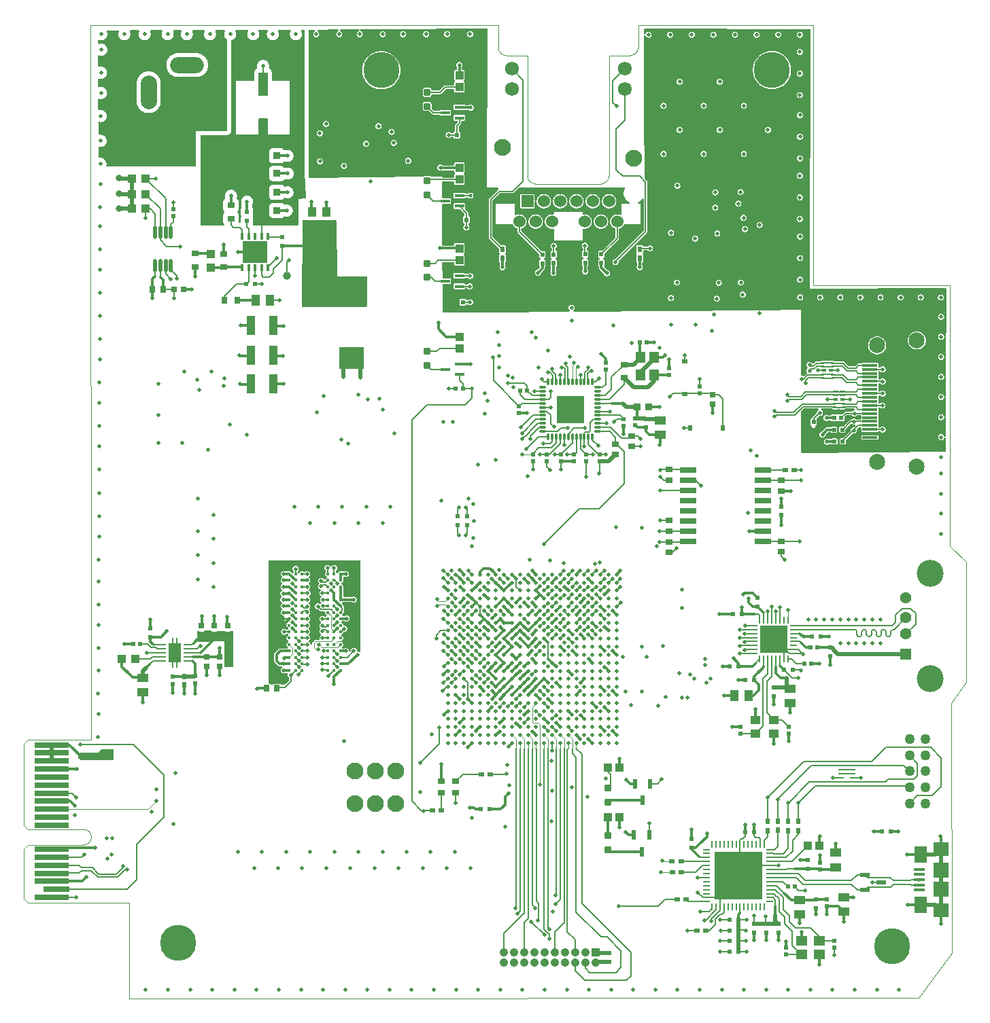
<source format=gbr>
G04 #@! TF.GenerationSoftware,KiCad,Pcbnew,(7.0.0)*
G04 #@! TF.CreationDate,2024-09-25T23:02:18+02:00*
G04 #@! TF.ProjectId,FPGA_dev_board,46504741-5f64-4657-965f-626f6172642e,rev?*
G04 #@! TF.SameCoordinates,Original*
G04 #@! TF.FileFunction,Copper,L1,Top*
G04 #@! TF.FilePolarity,Positive*
%FSLAX46Y46*%
G04 Gerber Fmt 4.6, Leading zero omitted, Abs format (unit mm)*
G04 Created by KiCad (PCBNEW (7.0.0)) date 2024-09-25 23:02:18*
%MOMM*%
%LPD*%
G01*
G04 APERTURE LIST*
G04 Aperture macros list*
%AMRoundRect*
0 Rectangle with rounded corners*
0 $1 Rounding radius*
0 $2 $3 $4 $5 $6 $7 $8 $9 X,Y pos of 4 corners*
0 Add a 4 corners polygon primitive as box body*
4,1,4,$2,$3,$4,$5,$6,$7,$8,$9,$2,$3,0*
0 Add four circle primitives for the rounded corners*
1,1,$1+$1,$2,$3*
1,1,$1+$1,$4,$5*
1,1,$1+$1,$6,$7*
1,1,$1+$1,$8,$9*
0 Add four rect primitives between the rounded corners*
20,1,$1+$1,$2,$3,$4,$5,0*
20,1,$1+$1,$4,$5,$6,$7,0*
20,1,$1+$1,$6,$7,$8,$9,0*
20,1,$1+$1,$8,$9,$2,$3,0*%
G04 Aperture macros list end*
G04 #@! TA.AperFunction,SMDPad,CuDef*
%ADD10R,0.508000X0.609600*%
G04 #@! TD*
G04 #@! TA.AperFunction,SMDPad,CuDef*
%ADD11R,0.711200X0.711200*%
G04 #@! TD*
G04 #@! TA.AperFunction,SMDPad,CuDef*
%ADD12R,0.600000X0.540000*%
G04 #@! TD*
G04 #@! TA.AperFunction,SMDPad,CuDef*
%ADD13R,0.965200X0.889000*%
G04 #@! TD*
G04 #@! TA.AperFunction,SMDPad,CuDef*
%ADD14R,0.939800X0.762000*%
G04 #@! TD*
G04 #@! TA.AperFunction,SMDPad,CuDef*
%ADD15R,0.540000X0.600000*%
G04 #@! TD*
G04 #@! TA.AperFunction,SMDPad,CuDef*
%ADD16R,0.609600X0.508000*%
G04 #@! TD*
G04 #@! TA.AperFunction,SMDPad,CuDef*
%ADD17RoundRect,0.098750X0.296250X-0.336250X0.296250X0.336250X-0.296250X0.336250X-0.296250X-0.336250X0*%
G04 #@! TD*
G04 #@! TA.AperFunction,SMDPad,CuDef*
%ADD18C,0.400000*%
G04 #@! TD*
G04 #@! TA.AperFunction,SMDPad,CuDef*
%ADD19R,0.508000X0.660400*%
G04 #@! TD*
G04 #@! TA.AperFunction,SMDPad,CuDef*
%ADD20R,1.040000X1.020000*%
G04 #@! TD*
G04 #@! TA.AperFunction,ComponentPad*
%ADD21C,4.500000*%
G04 #@! TD*
G04 #@! TA.AperFunction,SMDPad,CuDef*
%ADD22R,1.100000X1.000000*%
G04 #@! TD*
G04 #@! TA.AperFunction,SMDPad,CuDef*
%ADD23R,1.420000X1.080000*%
G04 #@! TD*
G04 #@! TA.AperFunction,SMDPad,CuDef*
%ADD24R,0.900000X0.800000*%
G04 #@! TD*
G04 #@! TA.AperFunction,SMDPad,CuDef*
%ADD25RoundRect,0.062500X0.375000X0.062500X-0.375000X0.062500X-0.375000X-0.062500X0.375000X-0.062500X0*%
G04 #@! TD*
G04 #@! TA.AperFunction,SMDPad,CuDef*
%ADD26RoundRect,0.062500X0.062500X0.375000X-0.062500X0.375000X-0.062500X-0.375000X0.062500X-0.375000X0*%
G04 #@! TD*
G04 #@! TA.AperFunction,SMDPad,CuDef*
%ADD27R,3.450000X3.450000*%
G04 #@! TD*
G04 #@! TA.AperFunction,SMDPad,CuDef*
%ADD28R,1.168400X0.457200*%
G04 #@! TD*
G04 #@! TA.AperFunction,SMDPad,CuDef*
%ADD29C,0.500000*%
G04 #@! TD*
G04 #@! TA.AperFunction,SMDPad,CuDef*
%ADD30C,0.280000*%
G04 #@! TD*
G04 #@! TA.AperFunction,SMDPad,CuDef*
%ADD31R,0.710000X0.280000*%
G04 #@! TD*
G04 #@! TA.AperFunction,SMDPad,CuDef*
%ADD32R,0.280000X0.700000*%
G04 #@! TD*
G04 #@! TA.AperFunction,ComponentPad*
%ADD33C,0.300000*%
G04 #@! TD*
G04 #@! TA.AperFunction,SMDPad,CuDef*
%ADD34R,1.650000X2.400000*%
G04 #@! TD*
G04 #@! TA.AperFunction,SMDPad,CuDef*
%ADD35R,0.711200X0.508000*%
G04 #@! TD*
G04 #@! TA.AperFunction,ComponentPad*
%ADD36C,2.100000*%
G04 #@! TD*
G04 #@! TA.AperFunction,ComponentPad*
%ADD37R,1.530000X1.530000*%
G04 #@! TD*
G04 #@! TA.AperFunction,ComponentPad*
%ADD38C,1.530000*%
G04 #@! TD*
G04 #@! TA.AperFunction,ComponentPad*
%ADD39C,1.725000*%
G04 #@! TD*
G04 #@! TA.AperFunction,SMDPad,CuDef*
%ADD40R,0.558800X0.711200*%
G04 #@! TD*
G04 #@! TA.AperFunction,SMDPad,CuDef*
%ADD41R,0.600000X0.750000*%
G04 #@! TD*
G04 #@! TA.AperFunction,SMDPad,CuDef*
%ADD42R,0.600000X0.560000*%
G04 #@! TD*
G04 #@! TA.AperFunction,SMDPad,CuDef*
%ADD43R,1.020000X1.040000*%
G04 #@! TD*
G04 #@! TA.AperFunction,SMDPad,CuDef*
%ADD44C,1.000000*%
G04 #@! TD*
G04 #@! TA.AperFunction,SMDPad,CuDef*
%ADD45R,0.660400X0.508000*%
G04 #@! TD*
G04 #@! TA.AperFunction,SMDPad,CuDef*
%ADD46R,0.790000X0.930000*%
G04 #@! TD*
G04 #@! TA.AperFunction,SMDPad,CuDef*
%ADD47R,1.080000X1.420000*%
G04 #@! TD*
G04 #@! TA.AperFunction,SMDPad,CuDef*
%ADD48R,0.700000X0.900000*%
G04 #@! TD*
G04 #@! TA.AperFunction,SMDPad,CuDef*
%ADD49R,3.098800X5.207000*%
G04 #@! TD*
G04 #@! TA.AperFunction,SMDPad,CuDef*
%ADD50R,0.990600X1.143000*%
G04 #@! TD*
G04 #@! TA.AperFunction,ComponentPad*
%ADD51R,4.600000X2.000000*%
G04 #@! TD*
G04 #@! TA.AperFunction,ComponentPad*
%ADD52O,4.200000X2.000000*%
G04 #@! TD*
G04 #@! TA.AperFunction,ComponentPad*
%ADD53O,2.000000X4.200000*%
G04 #@! TD*
G04 #@! TA.AperFunction,SMDPad,CuDef*
%ADD54R,1.066800X2.489200*%
G04 #@! TD*
G04 #@! TA.AperFunction,SMDPad,CuDef*
%ADD55R,0.660400X0.254000*%
G04 #@! TD*
G04 #@! TA.AperFunction,SMDPad,CuDef*
%ADD56RoundRect,0.024000X-0.996000X-0.276000X0.996000X-0.276000X0.996000X0.276000X-0.996000X0.276000X0*%
G04 #@! TD*
G04 #@! TA.AperFunction,SMDPad,CuDef*
%ADD57R,0.475000X0.500000*%
G04 #@! TD*
G04 #@! TA.AperFunction,SMDPad,CuDef*
%ADD58RoundRect,0.025000X-0.257500X-0.075000X0.257500X-0.075000X0.257500X0.075000X-0.257500X0.075000X0*%
G04 #@! TD*
G04 #@! TA.AperFunction,SMDPad,CuDef*
%ADD59RoundRect,0.050000X-0.232500X-0.150000X0.232500X-0.150000X0.232500X0.150000X-0.232500X0.150000X0*%
G04 #@! TD*
G04 #@! TA.AperFunction,SMDPad,CuDef*
%ADD60R,0.304800X0.812800*%
G04 #@! TD*
G04 #@! TA.AperFunction,SMDPad,CuDef*
%ADD61R,3.098800X2.692400*%
G04 #@! TD*
G04 #@! TA.AperFunction,ComponentPad*
%ADD62R,1.060000X1.060000*%
G04 #@! TD*
G04 #@! TA.AperFunction,ComponentPad*
%ADD63C,1.060000*%
G04 #@! TD*
G04 #@! TA.AperFunction,SMDPad,CuDef*
%ADD64R,1.200000X1.200000*%
G04 #@! TD*
G04 #@! TA.AperFunction,SMDPad,CuDef*
%ADD65R,0.930000X0.790000*%
G04 #@! TD*
G04 #@! TA.AperFunction,SMDPad,CuDef*
%ADD66R,1.900000X0.300000*%
G04 #@! TD*
G04 #@! TA.AperFunction,ComponentPad*
%ADD67C,1.995000*%
G04 #@! TD*
G04 #@! TA.AperFunction,SMDPad,CuDef*
%ADD68R,0.560000X0.600000*%
G04 #@! TD*
G04 #@! TA.AperFunction,SMDPad,CuDef*
%ADD69R,0.508000X0.711200*%
G04 #@! TD*
G04 #@! TA.AperFunction,ComponentPad*
%ADD70C,1.270000*%
G04 #@! TD*
G04 #@! TA.AperFunction,SMDPad,CuDef*
%ADD71R,1.350000X0.400000*%
G04 #@! TD*
G04 #@! TA.AperFunction,SMDPad,CuDef*
%ADD72R,1.600000X2.100000*%
G04 #@! TD*
G04 #@! TA.AperFunction,SMDPad,CuDef*
%ADD73R,1.900000X1.800000*%
G04 #@! TD*
G04 #@! TA.AperFunction,SMDPad,CuDef*
%ADD74R,1.900000X1.900000*%
G04 #@! TD*
G04 #@! TA.AperFunction,SMDPad,CuDef*
%ADD75R,1.200000X1.400000*%
G04 #@! TD*
G04 #@! TA.AperFunction,SMDPad,CuDef*
%ADD76R,0.900000X0.700000*%
G04 #@! TD*
G04 #@! TA.AperFunction,SMDPad,CuDef*
%ADD77R,0.590000X0.600000*%
G04 #@! TD*
G04 #@! TA.AperFunction,SMDPad,CuDef*
%ADD78R,1.250000X0.600000*%
G04 #@! TD*
G04 #@! TA.AperFunction,SMDPad,CuDef*
%ADD79R,0.965200X0.939800*%
G04 #@! TD*
G04 #@! TA.AperFunction,SMDPad,CuDef*
%ADD80R,0.558800X1.270000*%
G04 #@! TD*
G04 #@! TA.AperFunction,SMDPad,CuDef*
%ADD81O,0.449999X1.699999*%
G04 #@! TD*
G04 #@! TA.AperFunction,SMDPad,CuDef*
%ADD82R,1.300000X1.050000*%
G04 #@! TD*
G04 #@! TA.AperFunction,ComponentPad*
%ADD83R,1.428000X1.428000*%
G04 #@! TD*
G04 #@! TA.AperFunction,ComponentPad*
%ADD84C,1.428000*%
G04 #@! TD*
G04 #@! TA.AperFunction,ComponentPad*
%ADD85C,3.346000*%
G04 #@! TD*
G04 #@! TA.AperFunction,SMDPad,CuDef*
%ADD86R,3.149600X2.667000*%
G04 #@! TD*
G04 #@! TA.AperFunction,SMDPad,CuDef*
%ADD87R,1.400000X1.200000*%
G04 #@! TD*
G04 #@! TA.AperFunction,SMDPad,CuDef*
%ADD88R,1.143000X2.997200*%
G04 #@! TD*
G04 #@! TA.AperFunction,SMDPad,CuDef*
%ADD89R,0.807999X0.254800*%
G04 #@! TD*
G04 #@! TA.AperFunction,SMDPad,CuDef*
%ADD90R,0.254800X0.807999*%
G04 #@! TD*
G04 #@! TA.AperFunction,SMDPad,CuDef*
%ADD91R,5.943600X5.943600*%
G04 #@! TD*
G04 #@! TA.AperFunction,ConnectorPad*
%ADD92R,4.300000X0.700000*%
G04 #@! TD*
G04 #@! TA.AperFunction,ConnectorPad*
%ADD93R,3.200000X0.700000*%
G04 #@! TD*
G04 #@! TA.AperFunction,SMDPad,CuDef*
%ADD94R,1.000000X1.100000*%
G04 #@! TD*
G04 #@! TA.AperFunction,SMDPad,CuDef*
%ADD95RoundRect,0.033750X-0.101250X0.371250X-0.101250X-0.371250X0.101250X-0.371250X0.101250X0.371250X0*%
G04 #@! TD*
G04 #@! TA.AperFunction,SMDPad,CuDef*
%ADD96RoundRect,0.033750X-0.371250X-0.101250X0.371250X-0.101250X0.371250X0.101250X-0.371250X0.101250X0*%
G04 #@! TD*
G04 #@! TA.AperFunction,SMDPad,CuDef*
%ADD97R,3.500000X3.500000*%
G04 #@! TD*
G04 #@! TA.AperFunction,ComponentPad*
%ADD98C,0.550000*%
G04 #@! TD*
G04 #@! TA.AperFunction,ViaPad*
%ADD99C,0.500000*%
G04 #@! TD*
G04 #@! TA.AperFunction,ViaPad*
%ADD100C,0.800000*%
G04 #@! TD*
G04 #@! TA.AperFunction,Conductor*
%ADD101C,0.350000*%
G04 #@! TD*
G04 #@! TA.AperFunction,Conductor*
%ADD102C,0.200000*%
G04 #@! TD*
G04 #@! TA.AperFunction,Conductor*
%ADD103C,0.150000*%
G04 #@! TD*
G04 #@! TA.AperFunction,Conductor*
%ADD104C,0.100000*%
G04 #@! TD*
G04 #@! TA.AperFunction,Conductor*
%ADD105C,0.500000*%
G04 #@! TD*
G04 #@! TA.AperFunction,Profile*
%ADD106C,0.100000*%
G04 #@! TD*
G04 #@! TA.AperFunction,Profile*
%ADD107C,0.010000*%
G04 #@! TD*
G04 APERTURE END LIST*
D10*
X135479999Y-170186099D03*
X135479999Y-169093899D03*
D11*
X59250399Y-195629999D03*
X59250399Y-194436199D03*
X122869999Y-165663099D03*
X122869999Y-166856899D03*
D12*
X126359999Y-207938999D03*
X126359999Y-207074999D03*
X132359999Y-207074999D03*
X132359999Y-207938999D03*
D13*
X67198799Y-142709499D03*
X68646599Y-142709499D03*
D14*
X58459999Y-149728199D03*
X58459999Y-148051799D03*
D15*
X113794999Y-159134999D03*
X114658999Y-159134999D03*
D16*
X128056099Y-201199999D03*
X126963899Y-201199999D03*
D17*
X109841500Y-214710000D03*
X109841500Y-216470000D03*
D10*
X101696199Y-148207899D03*
X101696199Y-149300099D03*
D18*
X70165000Y-188030000D03*
X70965000Y-188030000D03*
X71765000Y-188030000D03*
X74965000Y-188030000D03*
X75765000Y-188030000D03*
X76565000Y-188030000D03*
X70165000Y-188830000D03*
X70965000Y-188830000D03*
X71765000Y-188830000D03*
X74965000Y-188830000D03*
X75765000Y-188830000D03*
X76565000Y-188830000D03*
X70165000Y-189630000D03*
X70965000Y-189630000D03*
X71765000Y-189630000D03*
X74965000Y-189630000D03*
X75765000Y-189630000D03*
X76565000Y-189630000D03*
X70165000Y-190430000D03*
X70965000Y-190430000D03*
X71765000Y-190430000D03*
X74965000Y-190430000D03*
X75765000Y-190430000D03*
X76565000Y-190430000D03*
X70165000Y-191230000D03*
X70965000Y-191230000D03*
X71765000Y-191230000D03*
X74965000Y-191230000D03*
X75765000Y-191230000D03*
X76565000Y-191230000D03*
X70165000Y-192030000D03*
X70965000Y-192030000D03*
X71765000Y-192030000D03*
X74965000Y-192030000D03*
X75765000Y-192030000D03*
X76565000Y-192030000D03*
X70165000Y-192830000D03*
X70965000Y-192830000D03*
X71765000Y-192830000D03*
X74965000Y-192830000D03*
X75765000Y-192830000D03*
X76565000Y-192830000D03*
X70165000Y-193630000D03*
X70965000Y-193630000D03*
X71765000Y-193630000D03*
X74965000Y-193630000D03*
X75765000Y-193630000D03*
X76565000Y-193630000D03*
X70165000Y-194430000D03*
X70965000Y-194430000D03*
X71765000Y-194430000D03*
X74965000Y-194430000D03*
X75765000Y-194430000D03*
X76565000Y-194430000D03*
X70165000Y-195230000D03*
X70965000Y-195230000D03*
X71765000Y-195230000D03*
X74965000Y-195230000D03*
X75765000Y-195230000D03*
X76565000Y-195230000D03*
X70165000Y-196030000D03*
X70965000Y-196030000D03*
X71765000Y-196030000D03*
X74965000Y-196030000D03*
X75765000Y-196030000D03*
X76565000Y-196030000D03*
X70165000Y-196830000D03*
X70965000Y-196830000D03*
X71765000Y-196830000D03*
X74965000Y-196830000D03*
X75765000Y-196830000D03*
X76565000Y-196830000D03*
X70165000Y-197630000D03*
X70965000Y-197630000D03*
X71765000Y-197630000D03*
X74965000Y-197630000D03*
X75765000Y-197630000D03*
X76565000Y-197630000D03*
X70165000Y-198430000D03*
X70965000Y-198430000D03*
X71765000Y-198430000D03*
X74965000Y-198430000D03*
X75765000Y-198430000D03*
X76565000Y-198430000D03*
X70165000Y-199230000D03*
X70965000Y-199230000D03*
X71765000Y-199230000D03*
X74965000Y-199230000D03*
X75765000Y-199230000D03*
X76565000Y-199230000D03*
X70165000Y-200030000D03*
X70965000Y-200030000D03*
X71765000Y-200030000D03*
X74965000Y-200030000D03*
X75765000Y-200030000D03*
X76565000Y-200030000D03*
D17*
X87350000Y-139000000D03*
X87350000Y-140760000D03*
D10*
X107029999Y-148153899D03*
X107029999Y-149246099D03*
D19*
X132279999Y-219998799D03*
X132279999Y-218881199D03*
D20*
X109816499Y-212169999D03*
X111286499Y-212169999D03*
X136214999Y-221909999D03*
X134744999Y-221909999D03*
D12*
X117489999Y-163221999D03*
X117489999Y-162357999D03*
D21*
X81640000Y-125240000D03*
D16*
X128026099Y-220199999D03*
X126933899Y-220199999D03*
D22*
X52295001Y-142519999D03*
X50595001Y-142519999D03*
D23*
X133739999Y-228694999D03*
X133739999Y-230484999D03*
D16*
X126059999Y-233787243D03*
X124967799Y-233787243D03*
X126126099Y-199509999D03*
X125033899Y-199509999D03*
D24*
X89069999Y-215289999D03*
X90919999Y-215289999D03*
X90919999Y-213839999D03*
X89069999Y-213839999D03*
D10*
X130509999Y-202199999D03*
X130509999Y-203292199D03*
D25*
X132947500Y-197950000D03*
X132947500Y-197450000D03*
X132947500Y-196950000D03*
X132947500Y-196450000D03*
X132947500Y-195950000D03*
X132947500Y-195450000D03*
X132947500Y-194950000D03*
X132947500Y-194450000D03*
D26*
X132260000Y-193762500D03*
X131760000Y-193762500D03*
X131260000Y-193762500D03*
X130760000Y-193762500D03*
X130260000Y-193762500D03*
X129760000Y-193762500D03*
X129260000Y-193762500D03*
X128760000Y-193762500D03*
D25*
X128072500Y-194450000D03*
X128072500Y-194950000D03*
X128072500Y-195450000D03*
X128072500Y-195950000D03*
X128072500Y-196450000D03*
X128072500Y-196950000D03*
X128072500Y-197450000D03*
X128072500Y-197950000D03*
D26*
X128760000Y-198637500D03*
X129260000Y-198637500D03*
X129760000Y-198637500D03*
X130260000Y-198637500D03*
X130760000Y-198637500D03*
X131260000Y-198637500D03*
X131760000Y-198637500D03*
X132260000Y-198637500D03*
D27*
X130509999Y-196199999D03*
D10*
X103079999Y-148203899D03*
X103079999Y-149296099D03*
D28*
X91349999Y-142179997D03*
X91349999Y-140879999D03*
X89597399Y-141529998D03*
D29*
X89910000Y-188100000D03*
X90910000Y-188100000D03*
X91910000Y-188100000D03*
X92910000Y-188100000D03*
X93910000Y-188100000D03*
X94910000Y-188100000D03*
X95910000Y-188100000D03*
X96910000Y-188100000D03*
X97910000Y-188100000D03*
X98910000Y-188100000D03*
X99910000Y-188100000D03*
X100910000Y-188100000D03*
X101910000Y-188100000D03*
X102910000Y-188100000D03*
X103910000Y-188100000D03*
X104910000Y-188100000D03*
X105910000Y-188100000D03*
X106910000Y-188100000D03*
X107910000Y-188100000D03*
X108910000Y-188100000D03*
X109910000Y-188100000D03*
X110910000Y-188100000D03*
X89910000Y-208100000D03*
X90910000Y-208100000D03*
X91910000Y-208100000D03*
X92910000Y-208100000D03*
X93910000Y-208100000D03*
X94910000Y-208100000D03*
X95910000Y-208100000D03*
X96910000Y-208100000D03*
X97910000Y-208100000D03*
X98910000Y-208100000D03*
X99910000Y-208100000D03*
X100910000Y-208100000D03*
X101910000Y-208100000D03*
X102910000Y-208100000D03*
X103910000Y-208100000D03*
X104910000Y-208100000D03*
X105910000Y-208100000D03*
X106910000Y-208100000D03*
X107910000Y-208100000D03*
X108910000Y-208100000D03*
X109910000Y-208100000D03*
X110910000Y-208100000D03*
X89910000Y-209100000D03*
X90910000Y-209100000D03*
X91910000Y-209100000D03*
X92910000Y-209100000D03*
X93910000Y-209100000D03*
X94910000Y-209100000D03*
X95910000Y-209100000D03*
X96910000Y-209100000D03*
X97910000Y-209100000D03*
X98910000Y-209100000D03*
X99910000Y-209100000D03*
X100910000Y-209100000D03*
X101910000Y-209100000D03*
X102910000Y-209100000D03*
X103910000Y-209100000D03*
X104910000Y-209100000D03*
X105910000Y-209100000D03*
X106910000Y-209100000D03*
X107910000Y-209100000D03*
X108910000Y-209100000D03*
X109910000Y-209100000D03*
X110910000Y-209100000D03*
X89910000Y-189100000D03*
X90910000Y-189100000D03*
X91910000Y-189100000D03*
X92910000Y-189100000D03*
X93910000Y-189100000D03*
X94910000Y-189100000D03*
X95910000Y-189100000D03*
X96910000Y-189100000D03*
X97910000Y-189100000D03*
X98910000Y-189100000D03*
X99910000Y-189100000D03*
X100910000Y-189100000D03*
X101910000Y-189100000D03*
X102910000Y-189100000D03*
X103910000Y-189100000D03*
X104910000Y-189100000D03*
X105910000Y-189100000D03*
X106910000Y-189100000D03*
X107910000Y-189100000D03*
X108910000Y-189100000D03*
X109910000Y-189100000D03*
X110910000Y-189100000D03*
X89910000Y-190100000D03*
X90910000Y-190100000D03*
X91910000Y-190100000D03*
X92910000Y-190100000D03*
X93910000Y-190100000D03*
X94910000Y-190100000D03*
X95910000Y-190100000D03*
X96910000Y-190100000D03*
X97910000Y-190100000D03*
X98910000Y-190100000D03*
X99910000Y-190100000D03*
X100910000Y-190100000D03*
X101910000Y-190100000D03*
X102910000Y-190100000D03*
X103910000Y-190100000D03*
X104910000Y-190100000D03*
X105910000Y-190100000D03*
X106910000Y-190100000D03*
X107910000Y-190100000D03*
X108910000Y-190100000D03*
X109910000Y-190100000D03*
X110910000Y-190100000D03*
X89910000Y-191100000D03*
X90910000Y-191100000D03*
X91910000Y-191100000D03*
X92910000Y-191100000D03*
X93910000Y-191100000D03*
X94910000Y-191100000D03*
X95910000Y-191100000D03*
X96910000Y-191100000D03*
X97910000Y-191100000D03*
X98910000Y-191100000D03*
X99910000Y-191100000D03*
X100910000Y-191100000D03*
X101910000Y-191100000D03*
X102910000Y-191100000D03*
X103910000Y-191100000D03*
X104910000Y-191100000D03*
X105910000Y-191100000D03*
X106910000Y-191100000D03*
X107910000Y-191100000D03*
X108910000Y-191100000D03*
X109910000Y-191100000D03*
X110910000Y-191100000D03*
X89910000Y-192100000D03*
X90910000Y-192100000D03*
X91910000Y-192100000D03*
X92910000Y-192100000D03*
X93910000Y-192100000D03*
X94910000Y-192100000D03*
X95910000Y-192100000D03*
X96910000Y-192100000D03*
X97910000Y-192100000D03*
X98910000Y-192100000D03*
X99910000Y-192100000D03*
X100910000Y-192100000D03*
X101910000Y-192100000D03*
X102910000Y-192100000D03*
X103910000Y-192100000D03*
X104910000Y-192100000D03*
X105910000Y-192100000D03*
X106910000Y-192100000D03*
X107910000Y-192100000D03*
X108910000Y-192100000D03*
X109910000Y-192100000D03*
X110910000Y-192100000D03*
X89910000Y-193100000D03*
X90910000Y-193100000D03*
X91910000Y-193100000D03*
X92910000Y-193100000D03*
X93910000Y-193100000D03*
X94910000Y-193100000D03*
X95910000Y-193100000D03*
X96910000Y-193100000D03*
X97910000Y-193100000D03*
X98910000Y-193100000D03*
X99910000Y-193100000D03*
X100910000Y-193100000D03*
X101910000Y-193100000D03*
X102910000Y-193100000D03*
X103910000Y-193100000D03*
X104910000Y-193100000D03*
X105910000Y-193100000D03*
X106910000Y-193100000D03*
X107910000Y-193100000D03*
X108910000Y-193100000D03*
X109910000Y-193100000D03*
X110910000Y-193100000D03*
X89910000Y-194100000D03*
X90910000Y-194100000D03*
X91910000Y-194100000D03*
X92910000Y-194100000D03*
X93910000Y-194100000D03*
X94910000Y-194100000D03*
X95910000Y-194100000D03*
X96910000Y-194100000D03*
X97910000Y-194100000D03*
X98910000Y-194100000D03*
X99910000Y-194100000D03*
X100910000Y-194100000D03*
X101910000Y-194100000D03*
X102910000Y-194100000D03*
X103910000Y-194100000D03*
X104910000Y-194100000D03*
X105910000Y-194100000D03*
X106910000Y-194100000D03*
X107910000Y-194100000D03*
X108910000Y-194100000D03*
X109910000Y-194100000D03*
X110910000Y-194100000D03*
X89910000Y-195100000D03*
X90910000Y-195100000D03*
X91910000Y-195100000D03*
X92910000Y-195100000D03*
X93910000Y-195100000D03*
X94910000Y-195100000D03*
X95910000Y-195100000D03*
X96910000Y-195100000D03*
X97910000Y-195100000D03*
X98910000Y-195100000D03*
X99910000Y-195100000D03*
X100910000Y-195100000D03*
X101910000Y-195100000D03*
X102910000Y-195100000D03*
X103910000Y-195100000D03*
X104910000Y-195100000D03*
X105910000Y-195100000D03*
X106910000Y-195100000D03*
X107910000Y-195100000D03*
X108910000Y-195100000D03*
X109910000Y-195100000D03*
X110910000Y-195100000D03*
X89910000Y-196100000D03*
X90910000Y-196100000D03*
X91910000Y-196100000D03*
X92910000Y-196100000D03*
X93910000Y-196100000D03*
X94910000Y-196100000D03*
X95910000Y-196100000D03*
X96910000Y-196100000D03*
X97910000Y-196100000D03*
X98910000Y-196100000D03*
X99910000Y-196100000D03*
X100910000Y-196100000D03*
X101910000Y-196100000D03*
X102910000Y-196100000D03*
X103910000Y-196100000D03*
X104910000Y-196100000D03*
X105910000Y-196100000D03*
X106910000Y-196100000D03*
X107910000Y-196100000D03*
X108910000Y-196100000D03*
X109910000Y-196100000D03*
X110910000Y-196100000D03*
X89910000Y-197100000D03*
X90910000Y-197100000D03*
X91910000Y-197100000D03*
X92910000Y-197100000D03*
X93910000Y-197100000D03*
X94910000Y-197100000D03*
X95910000Y-197100000D03*
X96910000Y-197100000D03*
X97910000Y-197100000D03*
X98910000Y-197100000D03*
X99910000Y-197100000D03*
X100910000Y-197100000D03*
X101910000Y-197100000D03*
X102910000Y-197100000D03*
X103910000Y-197100000D03*
X104910000Y-197100000D03*
X105910000Y-197100000D03*
X106910000Y-197100000D03*
X107910000Y-197100000D03*
X108910000Y-197100000D03*
X109910000Y-197100000D03*
X110910000Y-197100000D03*
X89910000Y-198100000D03*
X90910000Y-198100000D03*
X91910000Y-198100000D03*
X92910000Y-198100000D03*
X93910000Y-198100000D03*
X94910000Y-198100000D03*
X95910000Y-198100000D03*
X96910000Y-198100000D03*
X97910000Y-198100000D03*
X98910000Y-198100000D03*
X99910000Y-198100000D03*
X100910000Y-198100000D03*
X101910000Y-198100000D03*
X102910000Y-198100000D03*
X103910000Y-198100000D03*
X104910000Y-198100000D03*
X105910000Y-198100000D03*
X106910000Y-198100000D03*
X107910000Y-198100000D03*
X108910000Y-198100000D03*
X109910000Y-198100000D03*
X110910000Y-198100000D03*
X89910000Y-199100000D03*
X90910000Y-199100000D03*
X91910000Y-199100000D03*
X92910000Y-199100000D03*
X93910000Y-199100000D03*
X94910000Y-199100000D03*
X95910000Y-199100000D03*
X96910000Y-199100000D03*
X97910000Y-199100000D03*
X98910000Y-199100000D03*
X99910000Y-199100000D03*
X100910000Y-199100000D03*
X101910000Y-199100000D03*
X102910000Y-199100000D03*
X103910000Y-199100000D03*
X104910000Y-199100000D03*
X105910000Y-199100000D03*
X106910000Y-199100000D03*
X107910000Y-199100000D03*
X108910000Y-199100000D03*
X109910000Y-199100000D03*
X110910000Y-199100000D03*
X89910000Y-200100000D03*
X90910000Y-200100000D03*
X91910000Y-200100000D03*
X92910000Y-200100000D03*
X93910000Y-200100000D03*
X94910000Y-200100000D03*
X95910000Y-200100000D03*
X96910000Y-200100000D03*
X97910000Y-200100000D03*
X98910000Y-200100000D03*
X99910000Y-200100000D03*
X100910000Y-200100000D03*
X101910000Y-200100000D03*
X102910000Y-200100000D03*
X103910000Y-200100000D03*
X104910000Y-200100000D03*
X105910000Y-200100000D03*
X106910000Y-200100000D03*
X107910000Y-200100000D03*
X108910000Y-200100000D03*
X109910000Y-200100000D03*
X110910000Y-200100000D03*
X89910000Y-201100000D03*
X90910000Y-201100000D03*
X91910000Y-201100000D03*
X92910000Y-201100000D03*
X93910000Y-201100000D03*
X94910000Y-201100000D03*
X95910000Y-201100000D03*
X96910000Y-201100000D03*
X97910000Y-201100000D03*
X98910000Y-201100000D03*
X99910000Y-201100000D03*
X100910000Y-201100000D03*
X101910000Y-201100000D03*
X102910000Y-201100000D03*
X103910000Y-201100000D03*
X104910000Y-201100000D03*
X105910000Y-201100000D03*
X106910000Y-201100000D03*
X107910000Y-201100000D03*
X108910000Y-201100000D03*
X109910000Y-201100000D03*
X110910000Y-201100000D03*
X89910000Y-202100000D03*
X90910000Y-202100000D03*
X91910000Y-202100000D03*
X92910000Y-202100000D03*
X93910000Y-202100000D03*
X94910000Y-202100000D03*
X95910000Y-202100000D03*
X96910000Y-202100000D03*
X97910000Y-202100000D03*
X98910000Y-202100000D03*
X99910000Y-202100000D03*
X100910000Y-202100000D03*
X101910000Y-202100000D03*
X102910000Y-202100000D03*
X103910000Y-202100000D03*
X104910000Y-202100000D03*
X105910000Y-202100000D03*
X106910000Y-202100000D03*
X107910000Y-202100000D03*
X108910000Y-202100000D03*
X109910000Y-202100000D03*
X110910000Y-202100000D03*
X89910000Y-203100000D03*
X90910000Y-203100000D03*
X91910000Y-203100000D03*
X92910000Y-203100000D03*
X93910000Y-203100000D03*
X94910000Y-203100000D03*
X95910000Y-203100000D03*
X96910000Y-203100000D03*
X97910000Y-203100000D03*
X98910000Y-203100000D03*
X99910000Y-203100000D03*
X100910000Y-203100000D03*
X101910000Y-203100000D03*
X102910000Y-203100000D03*
X103910000Y-203100000D03*
X104910000Y-203100000D03*
X105910000Y-203100000D03*
X106910000Y-203100000D03*
X107910000Y-203100000D03*
X108910000Y-203100000D03*
X109910000Y-203100000D03*
X110910000Y-203100000D03*
X89910000Y-204100000D03*
X90910000Y-204100000D03*
X91910000Y-204100000D03*
X92910000Y-204100000D03*
X93910000Y-204100000D03*
X94910000Y-204100000D03*
X95910000Y-204100000D03*
X96910000Y-204100000D03*
X97910000Y-204100000D03*
X98910000Y-204100000D03*
X99910000Y-204100000D03*
X100910000Y-204100000D03*
X101910000Y-204100000D03*
X102910000Y-204100000D03*
X103910000Y-204100000D03*
X104910000Y-204100000D03*
X105910000Y-204100000D03*
X106910000Y-204100000D03*
X107910000Y-204100000D03*
X108910000Y-204100000D03*
X109910000Y-204100000D03*
X110910000Y-204100000D03*
X89910000Y-205100000D03*
X90910000Y-205100000D03*
X91910000Y-205100000D03*
X92910000Y-205100000D03*
X93910000Y-205100000D03*
X94910000Y-205100000D03*
X95910000Y-205100000D03*
X96910000Y-205100000D03*
X97910000Y-205100000D03*
X98910000Y-205100000D03*
X99910000Y-205100000D03*
X100910000Y-205100000D03*
X101910000Y-205100000D03*
X102910000Y-205100000D03*
X103910000Y-205100000D03*
X104910000Y-205100000D03*
X105910000Y-205100000D03*
X106910000Y-205100000D03*
X107910000Y-205100000D03*
X108910000Y-205100000D03*
X109910000Y-205100000D03*
X110910000Y-205100000D03*
X89910000Y-206100000D03*
X90910000Y-206100000D03*
X91910000Y-206100000D03*
X92910000Y-206100000D03*
X93910000Y-206100000D03*
X94910000Y-206100000D03*
X95910000Y-206100000D03*
X96910000Y-206100000D03*
X97910000Y-206100000D03*
X98910000Y-206100000D03*
X99910000Y-206100000D03*
X100910000Y-206100000D03*
X101910000Y-206100000D03*
X102910000Y-206100000D03*
X103910000Y-206100000D03*
X104910000Y-206100000D03*
X105910000Y-206100000D03*
X106910000Y-206100000D03*
X107910000Y-206100000D03*
X108910000Y-206100000D03*
X109910000Y-206100000D03*
X110910000Y-206100000D03*
X89910000Y-207100000D03*
X90910000Y-207100000D03*
X91910000Y-207100000D03*
X92910000Y-207100000D03*
X93910000Y-207100000D03*
X94910000Y-207100000D03*
X95910000Y-207100000D03*
X96910000Y-207100000D03*
X97910000Y-207100000D03*
X98910000Y-207100000D03*
X99910000Y-207100000D03*
X100910000Y-207100000D03*
X101910000Y-207100000D03*
X102910000Y-207100000D03*
X103910000Y-207100000D03*
X104910000Y-207100000D03*
X105910000Y-207100000D03*
X106910000Y-207100000D03*
X107910000Y-207100000D03*
X108910000Y-207100000D03*
X109910000Y-207100000D03*
X110910000Y-207100000D03*
D30*
X57110000Y-198840000D03*
D31*
X57459999Y-198839999D03*
D30*
X57110000Y-198340000D03*
D31*
X57459999Y-198339999D03*
D30*
X57110000Y-197840000D03*
D31*
X57459999Y-197839999D03*
D30*
X57110000Y-197340000D03*
D31*
X57459999Y-197339999D03*
D30*
X57110000Y-196840000D03*
D31*
X57459999Y-196839999D03*
X54379999Y-196839999D03*
D30*
X54730000Y-196840000D03*
D31*
X54379999Y-197339999D03*
D30*
X54730000Y-197340000D03*
D31*
X54379999Y-197839999D03*
D30*
X54730000Y-197840000D03*
D31*
X54379999Y-198339999D03*
D30*
X54730000Y-198340000D03*
D31*
X54379999Y-198839999D03*
D30*
X54730000Y-198840000D03*
D32*
X55669999Y-199389999D03*
X56169999Y-199389999D03*
D33*
X55420000Y-198590000D03*
X56420000Y-198590000D03*
X55920000Y-197840000D03*
D34*
X55919999Y-197839999D03*
D33*
X55420000Y-197090000D03*
X56420000Y-197090000D03*
D32*
X55669999Y-196289999D03*
X56169999Y-196289999D03*
D35*
X119399999Y-161507999D03*
X119399999Y-165571999D03*
D11*
X55848101Y-152519999D03*
X57041901Y-152519999D03*
D36*
X78370000Y-212590000D03*
X80910000Y-212590000D03*
X83450000Y-212590000D03*
D22*
X52279999Y-140669999D03*
X50579999Y-140669999D03*
D37*
X99833999Y-141559999D03*
D38*
X101866000Y-141560000D03*
X103898000Y-141560000D03*
X105930000Y-141560000D03*
X107962000Y-141560000D03*
X109994000Y-141560000D03*
X98818000Y-144100000D03*
X100850000Y-144100000D03*
X102882000Y-144100000D03*
X106946000Y-144100000D03*
X108978000Y-144100000D03*
X111010000Y-144100000D03*
D39*
X97889000Y-127590000D03*
X97889000Y-125050000D03*
X111939000Y-127590000D03*
X111939000Y-125050000D03*
D36*
X113069000Y-136230000D03*
X96759000Y-134830000D03*
D10*
X137509999Y-197199999D03*
X137509999Y-198292199D03*
X131469999Y-179614999D03*
X131469999Y-180707199D03*
D40*
X57079999Y-200779299D03*
X57079999Y-201820699D03*
D41*
X113794999Y-147584999D03*
X113794999Y-148684999D03*
D12*
X109559999Y-162571999D03*
X109559999Y-161707999D03*
D42*
X55679999Y-201724999D03*
X55679999Y-200854999D03*
D13*
X67186099Y-140449399D03*
X68633899Y-140449399D03*
D16*
X135223899Y-195839999D03*
X136316099Y-195839999D03*
D11*
X59889999Y-198333099D03*
X59889999Y-199526899D03*
D43*
X91349999Y-159914997D03*
X91349999Y-158444997D03*
D10*
X128059999Y-231619999D03*
X128059999Y-232712199D03*
D11*
X61479999Y-198363099D03*
X61479999Y-199556899D03*
D44*
X69910000Y-150900000D03*
D45*
X118958799Y-223839999D03*
X117841199Y-223839999D03*
D46*
X62089999Y-153899999D03*
X63729999Y-153899999D03*
D23*
X116324999Y-168899999D03*
X116324999Y-170689999D03*
D47*
X66014999Y-153899999D03*
X67804999Y-153899999D03*
D28*
X91349999Y-131179997D03*
X91349999Y-129879999D03*
X89597399Y-130529998D03*
D42*
X108794999Y-174004999D03*
X108794999Y-173134999D03*
X105649999Y-174004999D03*
X105649999Y-173134999D03*
D48*
X53145001Y-152519999D03*
X54445001Y-152519999D03*
D42*
X111794999Y-169569999D03*
X111794999Y-168699999D03*
D10*
X114574999Y-168688899D03*
X114574999Y-169781099D03*
D49*
X73909999Y-146899999D03*
D50*
X74830000Y-142912199D03*
X72989998Y-142912199D03*
D51*
X57459999Y-130879999D03*
D52*
X57459999Y-124579999D03*
D53*
X52659999Y-127979999D03*
D45*
X122068799Y-232459999D03*
X120951199Y-232459999D03*
D42*
X107146999Y-174004999D03*
X107146999Y-173134999D03*
D19*
X129699999Y-219998799D03*
X129699999Y-218881199D03*
D54*
X68212399Y-164329999D03*
X65367599Y-164329999D03*
D28*
X91349999Y-152179997D03*
X91349999Y-150879999D03*
X89597399Y-151529998D03*
D12*
X113224999Y-168612999D03*
X113224999Y-169476999D03*
D22*
X52289999Y-138719999D03*
X50589999Y-138719999D03*
D10*
X64909999Y-143992199D03*
X64909999Y-142899999D03*
D55*
X138868799Y-211415999D03*
X138868799Y-211923999D03*
X138868799Y-212431999D03*
X138868799Y-212939999D03*
X138868799Y-213447999D03*
X138868799Y-213955999D03*
X138868799Y-214463999D03*
X140291199Y-214463999D03*
X140291199Y-213955999D03*
X140291199Y-213447999D03*
X140291199Y-212939999D03*
X140291199Y-212431999D03*
X140291199Y-211923999D03*
X140291199Y-211415999D03*
D56*
X119815000Y-175075000D03*
X119815000Y-176345000D03*
X119815000Y-177615000D03*
X119815000Y-178885000D03*
X119815000Y-180155000D03*
X119815000Y-181425000D03*
X119815000Y-182695000D03*
X119815000Y-183965000D03*
X129125000Y-183965000D03*
X129125000Y-182695000D03*
X129125000Y-181425000D03*
X129125000Y-180155000D03*
X129125000Y-178885000D03*
X129125000Y-177615000D03*
X129125000Y-176345000D03*
X129125000Y-175075000D03*
D21*
X56360000Y-233980000D03*
D42*
X100554999Y-174004999D03*
X100554999Y-173134999D03*
D16*
X126059999Y-232452754D03*
X124967799Y-232452754D03*
D57*
X138057999Y-171519999D03*
X139081999Y-171519999D03*
D58*
X136762500Y-161670000D03*
X136762500Y-162170000D03*
D59*
X136762500Y-162670000D03*
D58*
X136762500Y-163170000D03*
X136762500Y-163670000D03*
X137597500Y-163670000D03*
X137597500Y-163170000D03*
D59*
X137597500Y-162670000D03*
D58*
X137597500Y-162170000D03*
X137597500Y-161670000D03*
D60*
X67509998Y-145956899D03*
X66709997Y-145956899D03*
X65909999Y-145956899D03*
X65109998Y-145956899D03*
X64310000Y-145956899D03*
X64310000Y-149843099D03*
X65110001Y-149843099D03*
X65909999Y-149843099D03*
X66710000Y-149843099D03*
X67509998Y-149843099D03*
D61*
X65909999Y-147899999D03*
D16*
X145059999Y-220119999D03*
X143967799Y-220119999D03*
D10*
X120263199Y-222166099D03*
X120263199Y-221073899D03*
D62*
X108279999Y-235229999D03*
D63*
X108280000Y-236500000D03*
X107010000Y-235230000D03*
X107010000Y-236500000D03*
X105740000Y-235230000D03*
X105740000Y-236500000D03*
X104470000Y-235230000D03*
X104470000Y-236500000D03*
X103200000Y-235230000D03*
X103200000Y-236500000D03*
X101930000Y-235230000D03*
X101930000Y-236500000D03*
X100660000Y-235230000D03*
X100660000Y-236500000D03*
X99390000Y-235230000D03*
X99390000Y-236500000D03*
X98120000Y-235230000D03*
X98120000Y-236500000D03*
X96850000Y-235230000D03*
X96850000Y-236500000D03*
D12*
X132059999Y-235483999D03*
X132059999Y-234619999D03*
D47*
X127404999Y-203199999D03*
X125614999Y-203199999D03*
D16*
X126059999Y-231118265D03*
X124967799Y-231118265D03*
D11*
X62480399Y-195649999D03*
X62480399Y-194456199D03*
D64*
X60257499Y-134509999D03*
X57457499Y-134509999D03*
D65*
X111844999Y-161924999D03*
X111844999Y-163564999D03*
D66*
X142469999Y-162019999D03*
X142469999Y-162519999D03*
X142469999Y-163019999D03*
X142469999Y-163519999D03*
X142469999Y-164019999D03*
X142469999Y-164519999D03*
X142469999Y-165019999D03*
X142469999Y-165519999D03*
X142469999Y-166019999D03*
X142469999Y-166519999D03*
X142469999Y-167019999D03*
X142469999Y-167519999D03*
X142469999Y-168019999D03*
X142469999Y-168519999D03*
X142469999Y-169019999D03*
X142469999Y-169519999D03*
X142469999Y-170019999D03*
X142469999Y-170519999D03*
X142469999Y-171019999D03*
D67*
X143370000Y-174020000D03*
X143370000Y-159520000D03*
X148320000Y-174620000D03*
X148320000Y-158920000D03*
D10*
X92349999Y-181906099D03*
X92349999Y-180813899D03*
D16*
X131773399Y-199996799D03*
X132865599Y-199996799D03*
D45*
X94080399Y-212974199D03*
X95197999Y-212974199D03*
D16*
X94054999Y-217304199D03*
X95147199Y-217304199D03*
D23*
X138169999Y-224574999D03*
X138169999Y-222784999D03*
D68*
X91349999Y-143879999D03*
X92219999Y-143879999D03*
D28*
X91349999Y-163179997D03*
X91349999Y-161879999D03*
X89597399Y-162529998D03*
D41*
X96724999Y-147584999D03*
X96724999Y-148684999D03*
D69*
X120127999Y-169799999D03*
X124191999Y-169799999D03*
D45*
X87969999Y-217519999D03*
X89087599Y-217519999D03*
D70*
X149400000Y-216620000D03*
X149400000Y-214620001D03*
X149400000Y-212620000D03*
X149400000Y-210619999D03*
X149400000Y-208620001D03*
X147399999Y-216620000D03*
X147399999Y-214620001D03*
X147399999Y-212620000D03*
X147399999Y-210619999D03*
X147399999Y-208620001D03*
D71*
X148644999Y-227439999D03*
X148644999Y-226789999D03*
X148644999Y-226139999D03*
X148644999Y-225489999D03*
X148644999Y-224839999D03*
D72*
X148769999Y-229239999D03*
X148769999Y-223039999D03*
D73*
X151319999Y-229939999D03*
D74*
X151319999Y-227339999D03*
X151319999Y-224939999D03*
D73*
X151319999Y-222339999D03*
D48*
X68649999Y-202289999D03*
X67349999Y-202289999D03*
D10*
X128469999Y-192066099D03*
X128469999Y-190973899D03*
D17*
X87350000Y-128000000D03*
X87350000Y-129760000D03*
D43*
X91349999Y-127349999D03*
X91349999Y-125879999D03*
D10*
X109029999Y-148193899D03*
X109029999Y-149286099D03*
D42*
X121299999Y-164654999D03*
X121299999Y-165524999D03*
D20*
X109804999Y-218379999D03*
X111274999Y-218379999D03*
D21*
X145270000Y-234470000D03*
D19*
X133579999Y-220008799D03*
X133579999Y-218891199D03*
D15*
X133131999Y-226999999D03*
X132267999Y-226999999D03*
D11*
X60859999Y-195626899D03*
X60859999Y-194433099D03*
D75*
X113944999Y-161034999D03*
X113944999Y-163234999D03*
X115644999Y-163234999D03*
X115644999Y-161034999D03*
D10*
X69289999Y-147096099D03*
X69289999Y-146003899D03*
D76*
X117469999Y-175019999D03*
X117469999Y-176319999D03*
D43*
X91349999Y-138879999D03*
X91349999Y-137409999D03*
D77*
X138049999Y-168569999D03*
X138889999Y-168569999D03*
D17*
X87350000Y-149299998D03*
X87350000Y-151059998D03*
D68*
X50764999Y-196769999D03*
X51634999Y-196769999D03*
D19*
X130973332Y-219981333D03*
X130973332Y-218863733D03*
D42*
X102202999Y-174004999D03*
X102202999Y-173134999D03*
D78*
X141819999Y-225499999D03*
X141819999Y-227399999D03*
X143919999Y-226449999D03*
D79*
X113465699Y-167174999D03*
X114964299Y-167174999D03*
D12*
X136239999Y-223977999D03*
X136239999Y-224841999D03*
D16*
X64817799Y-151899999D03*
X65909999Y-151899999D03*
D43*
X91349999Y-148914997D03*
X91349999Y-147444997D03*
D15*
X135181999Y-199189999D03*
X134317999Y-199189999D03*
D76*
X110794999Y-173134999D03*
X110794999Y-171834999D03*
D22*
X49339999Y-198599999D03*
X51039999Y-198599999D03*
D42*
X98794999Y-168004999D03*
X98794999Y-167134999D03*
D76*
X117469999Y-182679999D03*
X117469999Y-181379999D03*
D16*
X126059999Y-235121732D03*
X124967799Y-235121732D03*
D58*
X138182500Y-165270000D03*
X138182500Y-165770000D03*
D59*
X138182500Y-166270000D03*
D58*
X138182500Y-166770000D03*
X138182500Y-167270000D03*
X139017500Y-167270000D03*
X139017500Y-166770000D03*
D59*
X139017500Y-166270000D03*
D58*
X139017500Y-165770000D03*
X139017500Y-165270000D03*
D54*
X68212399Y-157079999D03*
X65367599Y-157079999D03*
D68*
X135944999Y-197199999D03*
X135074999Y-197199999D03*
D10*
X134773199Y-224786099D03*
X134773199Y-223693899D03*
X52879999Y-195886099D03*
X52879999Y-194793899D03*
D68*
X90914999Y-154179997D03*
X91784999Y-154179997D03*
D10*
X129559999Y-231619999D03*
X129559999Y-232712199D03*
D17*
X109850000Y-220610000D03*
X109850000Y-222370000D03*
D80*
X115112499Y-214168599D03*
X113207499Y-214168599D03*
X114159999Y-216251399D03*
D81*
X53469999Y-149619997D03*
X54120000Y-149619997D03*
X54769999Y-149619997D03*
X55420000Y-149619997D03*
X55420000Y-145419998D03*
X54769999Y-145419998D03*
X54120000Y-145419998D03*
X53469999Y-145419998D03*
D82*
X128209999Y-207949999D03*
X130509999Y-207949999D03*
X130509999Y-206199999D03*
X128209999Y-206199999D03*
D10*
X110039999Y-235273899D03*
X110039999Y-236366099D03*
D83*
X146969999Y-197979999D03*
D84*
X146970000Y-195480000D03*
X146970000Y-193480000D03*
X146970000Y-190980000D03*
D85*
X149970000Y-201050000D03*
X149970000Y-187910000D03*
D86*
X77909999Y-161116399D03*
X77909999Y-152683599D03*
D65*
X62909999Y-143719999D03*
X62909999Y-142079999D03*
D45*
X118978799Y-225229999D03*
X117861199Y-225229999D03*
D36*
X78370000Y-216680000D03*
X80910000Y-216680000D03*
X83450000Y-216680000D03*
D87*
X133959999Y-235469999D03*
X136159999Y-235469999D03*
X136159999Y-233769999D03*
X133959999Y-233769999D03*
D76*
X117469999Y-184009999D03*
X117469999Y-185309999D03*
D23*
X51919999Y-200944999D03*
X51919999Y-202734999D03*
D80*
X114992499Y-220558599D03*
X113087499Y-220558599D03*
X114039999Y-222641399D03*
D54*
X68212399Y-160789999D03*
X65367599Y-160789999D03*
D10*
X91109999Y-181916099D03*
X91109999Y-180823899D03*
D45*
X119568799Y-228609999D03*
X118451199Y-228609999D03*
D65*
X62029999Y-149789999D03*
X62029999Y-148149999D03*
D76*
X131469999Y-183949999D03*
X131469999Y-185249999D03*
D12*
X55719999Y-143419999D03*
X55719999Y-142555999D03*
D88*
X66909999Y-132808299D03*
X66909999Y-126991699D03*
D13*
X67186099Y-138112599D03*
X68633899Y-138112599D03*
D68*
X98924999Y-165134999D03*
X99794999Y-165134999D03*
D12*
X138059999Y-233755999D03*
X138059999Y-234619999D03*
D16*
X126525099Y-193066399D03*
X125432899Y-193066399D03*
D10*
X131059999Y-231619999D03*
X131059999Y-232712199D03*
D23*
X139209999Y-230094999D03*
X139209999Y-228304999D03*
D42*
X103969999Y-173974999D03*
X103969999Y-173104999D03*
D23*
X132509999Y-202304999D03*
X132509999Y-204094999D03*
D12*
X137099999Y-229431999D03*
X137099999Y-228567999D03*
D76*
X112794999Y-172134999D03*
X112794999Y-170834999D03*
D45*
X131911199Y-175049999D03*
X133028799Y-175049999D03*
D13*
X67186099Y-135899999D03*
X68633899Y-135899999D03*
D68*
X91908699Y-133314999D03*
X91038699Y-133314999D03*
D89*
X129956499Y-228870000D03*
X129956499Y-228369999D03*
X129956499Y-227870000D03*
X129956499Y-227369998D03*
X129956499Y-226869999D03*
X129956499Y-226370000D03*
X129956499Y-225869999D03*
X129956499Y-225369999D03*
X129956499Y-224869998D03*
X129956499Y-224369999D03*
X129956499Y-223870000D03*
X129956499Y-223369998D03*
X129956499Y-222869999D03*
X129956499Y-222369998D03*
D90*
X129310000Y-221723499D03*
X128809999Y-221723499D03*
X128310000Y-221723499D03*
X127809998Y-221723499D03*
X127309999Y-221723499D03*
X126810000Y-221723499D03*
X126309999Y-221723499D03*
X125809999Y-221723499D03*
X125309998Y-221723499D03*
X124809999Y-221723499D03*
X124310000Y-221723499D03*
X123809998Y-221723499D03*
X123309999Y-221723499D03*
X122809998Y-221723499D03*
D89*
X122163499Y-222369998D03*
X122163499Y-222869999D03*
X122163499Y-223369998D03*
X122163499Y-223870000D03*
X122163499Y-224369999D03*
X122163499Y-224869998D03*
X122163499Y-225369999D03*
X122163499Y-225869999D03*
X122163499Y-226370000D03*
X122163499Y-226869999D03*
X122163499Y-227369998D03*
X122163499Y-227870000D03*
X122163499Y-228369999D03*
X122163499Y-228870000D03*
D90*
X122809998Y-229516499D03*
X123309999Y-229516499D03*
X123809998Y-229516499D03*
X124310000Y-229516499D03*
X124809999Y-229516499D03*
X125309998Y-229516499D03*
X125809999Y-229516499D03*
X126309999Y-229516499D03*
X126810000Y-229516499D03*
X127309999Y-229516499D03*
X127809998Y-229516499D03*
X128310000Y-229516499D03*
X128809999Y-229516499D03*
X129310000Y-229516499D03*
D91*
X126059999Y-225619999D03*
D68*
X90914999Y-164914997D03*
X91784999Y-164914997D03*
D57*
X138007999Y-170069999D03*
X139031999Y-170069999D03*
D17*
X87350000Y-160299998D03*
X87350000Y-162059998D03*
D76*
X131469999Y-176359999D03*
X131469999Y-177659999D03*
D21*
X130270000Y-125210000D03*
D92*
X40589999Y-209339999D03*
X40589999Y-210339999D03*
X40589999Y-211339999D03*
X40589999Y-212339999D03*
X40589999Y-213339999D03*
X40589999Y-214339999D03*
X40589999Y-215339999D03*
X40589999Y-216339999D03*
X40589999Y-217339999D03*
X40589999Y-218339999D03*
X40589999Y-219339999D03*
X40589999Y-222339999D03*
X40589999Y-223339999D03*
X40589999Y-224339999D03*
X40589999Y-225339999D03*
X40589999Y-226339999D03*
D93*
X41139999Y-227339999D03*
D92*
X40589999Y-228339999D03*
D42*
X58419999Y-201634999D03*
X58419999Y-200764999D03*
D94*
X60369999Y-148119999D03*
X60369999Y-149819999D03*
D10*
X135739999Y-228589999D03*
X135739999Y-229682199D03*
D95*
X107920000Y-164065000D03*
X107420000Y-164065000D03*
X106920000Y-164065000D03*
X106420000Y-164065000D03*
X105920000Y-164065000D03*
X105420000Y-164065000D03*
X104920000Y-164065000D03*
X104420000Y-164065000D03*
X103920000Y-164065000D03*
X103420000Y-164065000D03*
X102920000Y-164065000D03*
X102420000Y-164065000D03*
D96*
X101725000Y-164760000D03*
X101725000Y-165260000D03*
X101725000Y-165760000D03*
X101725000Y-166260000D03*
X101725000Y-166760000D03*
X101725000Y-167260000D03*
X101725000Y-167760000D03*
X101725000Y-168260000D03*
X101725000Y-168760000D03*
X101725000Y-169260000D03*
X101725000Y-169760000D03*
X101725000Y-170260000D03*
D95*
X102420000Y-170955000D03*
X102920000Y-170955000D03*
X103420000Y-170955000D03*
X103920000Y-170955000D03*
X104420000Y-170955000D03*
X104920000Y-170955000D03*
X105420000Y-170955000D03*
X105920000Y-170955000D03*
X106420000Y-170955000D03*
X106920000Y-170955000D03*
X107420000Y-170955000D03*
X107920000Y-170955000D03*
D96*
X108615000Y-170260000D03*
X108615000Y-169760000D03*
X108615000Y-169260000D03*
X108615000Y-168760000D03*
X108615000Y-168260000D03*
X108615000Y-167760000D03*
X108615000Y-167260000D03*
X108615000Y-166760000D03*
X108615000Y-166260000D03*
X108615000Y-165760000D03*
X108615000Y-165260000D03*
X108615000Y-164760000D03*
D97*
X105169999Y-167509999D03*
D98*
X105795000Y-166885000D03*
X105795000Y-168135000D03*
X104545000Y-166885000D03*
X104545000Y-168135000D03*
D99*
X95407000Y-201600000D03*
X95432000Y-193575000D03*
X76650000Y-171250000D03*
X99407000Y-195600000D03*
X100382000Y-197625000D03*
X83260000Y-170490000D03*
X96432000Y-203575000D03*
X94444500Y-190637500D03*
X96432000Y-199575000D03*
X96432000Y-194625000D03*
X99382000Y-200625000D03*
X97407000Y-192600000D03*
X89070000Y-178860000D03*
X92470000Y-178610000D03*
X98400000Y-203610000D03*
X96307500Y-187560000D03*
X98432000Y-191575000D03*
X98407000Y-195600000D03*
X131070000Y-233680000D03*
X79780000Y-179670000D03*
X79750000Y-134420000D03*
X46760000Y-120740000D03*
X66910000Y-124690000D03*
X81780000Y-222670000D03*
X109620000Y-213490000D03*
X78780000Y-222670000D03*
X92700000Y-120740000D03*
X46660000Y-136900000D03*
X99432000Y-205575000D03*
X146102659Y-239860000D03*
X122984284Y-120810000D03*
X110432000Y-207625000D03*
X102407000Y-201600000D03*
X144060000Y-165540000D03*
X133770000Y-151340000D03*
X58990000Y-165110000D03*
X69502324Y-198512324D03*
X90407000Y-187575000D03*
X102432000Y-203625000D03*
X110420000Y-197590000D03*
X116240000Y-159800000D03*
X123480000Y-145600000D03*
X96432000Y-193650000D03*
X121040000Y-227740000D03*
X91382000Y-207625000D03*
X92950000Y-184560000D03*
X46620000Y-144700000D03*
X96130000Y-157900000D03*
X108210000Y-186790000D03*
X62450000Y-193370000D03*
X141780000Y-193670000D03*
X43647220Y-215858580D03*
X66105304Y-239860000D03*
X127450000Y-182660000D03*
X125675712Y-120810000D03*
X46550000Y-166690000D03*
X77780000Y-224670000D03*
X92700000Y-150890000D03*
X142810000Y-226460000D03*
X46590000Y-155890000D03*
X74810000Y-141680000D03*
X97450000Y-209560000D03*
X59160000Y-196990000D03*
X57829717Y-239860000D03*
X123860233Y-232471734D03*
X126920000Y-219250000D03*
X44930000Y-225790000D03*
X133960000Y-232640000D03*
X87220000Y-120740000D03*
X106432000Y-195600000D03*
X93407000Y-207575000D03*
X89407000Y-205575000D03*
X97407000Y-191600000D03*
X73754500Y-192076088D03*
X134130000Y-198030000D03*
X142780000Y-196670000D03*
X46690000Y-134030000D03*
X105387500Y-200577500D03*
X95432000Y-187625000D03*
X78950000Y-120740000D03*
X112010000Y-202720000D03*
X60780000Y-183670000D03*
X93190000Y-181410000D03*
X142780000Y-193670000D03*
X151280000Y-220730000D03*
X134390000Y-227450000D03*
X123780000Y-132670000D03*
X104410000Y-196590000D03*
X46570000Y-161290000D03*
X59270000Y-193240000D03*
X104407000Y-197600000D03*
X66770000Y-151900000D03*
X123690000Y-193050000D03*
X136291428Y-153560000D03*
X46590000Y-147570000D03*
X81780000Y-181670000D03*
X126780000Y-135670000D03*
X91432000Y-189630000D03*
X104432000Y-189625000D03*
X109382000Y-192575000D03*
X133770000Y-145957140D03*
X89370000Y-169106097D03*
X44620000Y-223000000D03*
X118490000Y-139630000D03*
X112080000Y-220210000D03*
X101130000Y-150490000D03*
X143780000Y-193670000D03*
X97407000Y-199600000D03*
X95432000Y-203575000D03*
X60020000Y-172550000D03*
X143780000Y-196670000D03*
X143795712Y-153560000D03*
X71780000Y-224670000D03*
X96300000Y-160890000D03*
X128220000Y-204900000D03*
X46560000Y-158760000D03*
X117490000Y-161310000D03*
X81820000Y-167550000D03*
X120292856Y-120810000D03*
X92720000Y-161880000D03*
X69440000Y-191230000D03*
X78220000Y-197610000D03*
X137780000Y-193670000D03*
X151360000Y-180531428D03*
X151330000Y-231620000D03*
X62820000Y-120740000D03*
X141372000Y-213448000D03*
X129580000Y-233690000D03*
X109432000Y-204625000D03*
X46640000Y-142300000D03*
X118517355Y-239860000D03*
X46760000Y-122670000D03*
X126690000Y-190610000D03*
X49630000Y-120740000D03*
X75780000Y-181670000D03*
X133750000Y-143780000D03*
X68863833Y-239860000D03*
X77470000Y-171810000D03*
X88173536Y-239860000D03*
X94444500Y-189637500D03*
X140450000Y-228330000D03*
X106407000Y-192600000D03*
X100419500Y-187612500D03*
X138180000Y-221610000D03*
X118780000Y-126670000D03*
X46730000Y-125540000D03*
X116320000Y-171980000D03*
X121780000Y-129670000D03*
X128070000Y-233690000D03*
X133750000Y-128340000D03*
X98382000Y-200600000D03*
X101966181Y-239860000D03*
X132550000Y-205290000D03*
X132310000Y-239860000D03*
X95432000Y-202600000D03*
X123400000Y-153710000D03*
X135068529Y-239860000D03*
X46520000Y-177990000D03*
X110530000Y-157030000D03*
X116727794Y-197046264D03*
X137510000Y-199400000D03*
X117050000Y-203380000D03*
X58000000Y-152520000D03*
X126080000Y-201200000D03*
X46500000Y-174960000D03*
X90880000Y-216580000D03*
X107483239Y-239860000D03*
X68130000Y-120740000D03*
X73780000Y-179670000D03*
X128730000Y-144520000D03*
X43717220Y-212328580D03*
X55380000Y-151290000D03*
X130540000Y-209220000D03*
X46410000Y-200050000D03*
X135720000Y-230490000D03*
X151340000Y-165975716D03*
X95850000Y-173840000D03*
X73530000Y-120740000D03*
X114120000Y-197130000D03*
X100407000Y-192600000D03*
X123820233Y-233791734D03*
X151340000Y-158471432D03*
X46670000Y-139430000D03*
X60780000Y-180670000D03*
X68920000Y-153880000D03*
X106407000Y-202600000D03*
X133750000Y-141088572D03*
X106432000Y-205625000D03*
X75365000Y-190030000D03*
X151360000Y-183032856D03*
X72415000Y-188830000D03*
X124034413Y-239860000D03*
X95410000Y-194600000D03*
X51920000Y-204050000D03*
X66184122Y-202325878D03*
X69440000Y-190455000D03*
X105070000Y-160960000D03*
X60780000Y-189670000D03*
X68780000Y-224670000D03*
X144070000Y-164030000D03*
X107432000Y-188625000D03*
X63780000Y-222670000D03*
X133750000Y-125648572D03*
X105320000Y-154840000D03*
X99432000Y-191625000D03*
X110241768Y-239860000D03*
X98432000Y-188600000D03*
X140585587Y-239860000D03*
X131058568Y-120810000D03*
X52460000Y-197860000D03*
X116780000Y-135670000D03*
X76780000Y-179670000D03*
X85415007Y-239860000D03*
X133750000Y-122957140D03*
X151360000Y-175528572D03*
X52900000Y-193730000D03*
X116780000Y-129670000D03*
X72950000Y-141640000D03*
X99407000Y-201600000D03*
X72780000Y-222670000D03*
X77139420Y-239860000D03*
X98070000Y-164730000D03*
X126650000Y-153210000D03*
X96290000Y-159530000D03*
X88490500Y-196085522D03*
X129780000Y-132670000D03*
X73639998Y-167850000D03*
X107419500Y-208612500D03*
X144070000Y-162530000D03*
X98407000Y-194600000D03*
X46540000Y-164160000D03*
X43627220Y-228318580D03*
X114910000Y-120810000D03*
X94500000Y-168040000D03*
X91432000Y-191600000D03*
X135780000Y-193670000D03*
X133770000Y-133528572D03*
X109382000Y-202575000D03*
X136250000Y-167950000D03*
X133770000Y-130837140D03*
X132060000Y-233810000D03*
X125340000Y-207070000D03*
X102430000Y-199583388D03*
X65690000Y-120740000D03*
X110830000Y-182220000D03*
X100457000Y-207650000D03*
X105330000Y-156450000D03*
X133790000Y-153560000D03*
X60290000Y-120740000D03*
X104724710Y-239860000D03*
X126090000Y-141860000D03*
X63760000Y-147890000D03*
X86780000Y-224670000D03*
X100432000Y-188625000D03*
X65780000Y-224670000D03*
X116990000Y-160730000D03*
X93680000Y-174410000D03*
X137330000Y-195840000D03*
X137827058Y-239860000D03*
X46490000Y-180860000D03*
X58780000Y-182670000D03*
X107444000Y-198611000D03*
X136150000Y-199190000D03*
X99870000Y-175870000D03*
X75780000Y-222670000D03*
X74380891Y-239860000D03*
X138780000Y-193670000D03*
X64090000Y-157070000D03*
X133770000Y-136220000D03*
X151300000Y-153560000D03*
X136160000Y-236720000D03*
X60780000Y-186670000D03*
X133750000Y-231540000D03*
X52160000Y-120740000D03*
X115960000Y-184530000D03*
X62040000Y-164590000D03*
X52312659Y-239860000D03*
X139970000Y-166270000D03*
X133910000Y-200020000D03*
X147220000Y-229230000D03*
X142950000Y-220100000D03*
X104380000Y-186680000D03*
X55071188Y-239860000D03*
X46500000Y-183390000D03*
X98457000Y-198575000D03*
X128367140Y-120810000D03*
X151340000Y-173480000D03*
X147130000Y-223040000D03*
X58780000Y-178670000D03*
X96420000Y-206590000D03*
X129551471Y-239860000D03*
X74760000Y-131930000D03*
X90932065Y-239860000D03*
X76400000Y-120740000D03*
X96420000Y-196560000D03*
X93080000Y-183530000D03*
X90390000Y-197605000D03*
X137200000Y-166250000D03*
X123220000Y-142370000D03*
X124136100Y-199520000D03*
X46390000Y-205450000D03*
X122680000Y-231290000D03*
X139780000Y-193670000D03*
X136780000Y-193670000D03*
X60860000Y-193290000D03*
X138500000Y-162670000D03*
X139780000Y-196670000D03*
X66780000Y-222670000D03*
X46360000Y-208320000D03*
X98382000Y-199625000D03*
X64079904Y-164357712D03*
X151340000Y-170978572D03*
X46710000Y-130940000D03*
X133750000Y-138397140D03*
X122780000Y-157699000D03*
X92780000Y-224670000D03*
X46570000Y-152970000D03*
X74821644Y-224669844D03*
X151340000Y-155970000D03*
X140780000Y-196670000D03*
X138780000Y-196670000D03*
X141294284Y-153560000D03*
X146297140Y-153560000D03*
X124350000Y-203210000D03*
X73829500Y-196829500D03*
X144060000Y-170030000D03*
X138792856Y-153560000D03*
X46380000Y-202920000D03*
X55750000Y-141690000D03*
X103382000Y-193625000D03*
X80310000Y-139100000D03*
X64920000Y-141610000D03*
X94540000Y-165510000D03*
X143344116Y-239860000D03*
X91407000Y-187550000D03*
X46530000Y-172090000D03*
X141780000Y-196670000D03*
X97350000Y-211850000D03*
X121780000Y-135670000D03*
X57070000Y-202970000D03*
X92670000Y-217180000D03*
X137880000Y-213448000D03*
X123830000Y-231120000D03*
X103070000Y-150520000D03*
X131130000Y-224360000D03*
X69490000Y-200055000D03*
X62010000Y-146930000D03*
X151340000Y-160972860D03*
X132360000Y-208830000D03*
X82780000Y-179670000D03*
X82656478Y-239860000D03*
X46460000Y-188990000D03*
X55030000Y-120740000D03*
X122880000Y-167970000D03*
X60588246Y-239860000D03*
X87780000Y-222670000D03*
X101370000Y-189590000D03*
X58780000Y-185670000D03*
X102650000Y-186340000D03*
X93407000Y-196600000D03*
X148798568Y-153560000D03*
X96340000Y-162320000D03*
X46600000Y-150100000D03*
X104420000Y-171980000D03*
X90390000Y-192590000D03*
X126792942Y-239860000D03*
X90780000Y-222670000D03*
X65930000Y-150890000D03*
X69860000Y-142730000D03*
X96407000Y-202600000D03*
X58420000Y-202930000D03*
X71000000Y-120740000D03*
X136040000Y-162660000D03*
X92770000Y-129900000D03*
X76165000Y-194030000D03*
X46430000Y-191860000D03*
X90540000Y-169096097D03*
X89821644Y-224669844D03*
X92720000Y-140860000D03*
X74490000Y-165830002D03*
X69780000Y-222670000D03*
X100407000Y-202600000D03*
X71622362Y-239860000D03*
X111394500Y-187612500D03*
X53860000Y-168230000D03*
X80780000Y-224670000D03*
X81820000Y-120740000D03*
X123820233Y-235131734D03*
X97072400Y-219550500D03*
X57420000Y-120740000D03*
X70565000Y-194030000D03*
X95407000Y-199600000D03*
X84350000Y-120740000D03*
X118780000Y-132670000D03*
X83180000Y-134290000D03*
X151340000Y-168477144D03*
X101382000Y-193625000D03*
X58780000Y-188670000D03*
X62920000Y-140870000D03*
X46520000Y-169560000D03*
X103407000Y-206600000D03*
X123780000Y-126670000D03*
X63996200Y-160810000D03*
X69490000Y-188830000D03*
X115758826Y-239860000D03*
X151360000Y-178030000D03*
X114090000Y-202690000D03*
X101230000Y-162290000D03*
X133770000Y-148648572D03*
X63346775Y-239860000D03*
X53890000Y-164350000D03*
X78780000Y-181670000D03*
X100407000Y-196625000D03*
X112810000Y-159250000D03*
X113000297Y-239860000D03*
X91432000Y-188590000D03*
X109720000Y-150540000D03*
X72794713Y-181642756D03*
X69490000Y-192830000D03*
X69990000Y-138120000D03*
X134780000Y-193670000D03*
X77240000Y-188030000D03*
X115630000Y-159140000D03*
X56140000Y-151240000D03*
X59890000Y-200680000D03*
X93110000Y-179300000D03*
X46440000Y-194390000D03*
X133800000Y-223690000D03*
X140780000Y-193670000D03*
X99394000Y-199586000D03*
X126780000Y-129670000D03*
X144020000Y-167030000D03*
X79897949Y-239860000D03*
X46470000Y-186260000D03*
X99432000Y-194625000D03*
X107030000Y-150310000D03*
X117710000Y-153629000D03*
X108960000Y-160600000D03*
X112090000Y-213660000D03*
X89830000Y-120740000D03*
X69950000Y-135910000D03*
X70794713Y-179642756D03*
X121275884Y-239860000D03*
X93430000Y-191590000D03*
X61500000Y-200640000D03*
X138070000Y-235550000D03*
X75750500Y-201725521D03*
X84780000Y-222670000D03*
X97407000Y-196600000D03*
X92432000Y-190625000D03*
X100840000Y-158540000D03*
X118440000Y-151709000D03*
X109408500Y-194601500D03*
X92407000Y-203600000D03*
X46410000Y-197260000D03*
X46740000Y-128070000D03*
X131450000Y-181940000D03*
X69950000Y-140450000D03*
X73980000Y-133110000D03*
X130520000Y-204290000D03*
X151340000Y-163474288D03*
X117601428Y-120810000D03*
X133750000Y-120810000D03*
X83780000Y-224670000D03*
X120240000Y-219870000D03*
X128630000Y-200230000D03*
X121370000Y-230090000D03*
X128690000Y-155529000D03*
X108810000Y-186559500D03*
X122190000Y-220360000D03*
X128060000Y-230660000D03*
X101382000Y-196625000D03*
X99400000Y-202580000D03*
X98432500Y-196632500D03*
X127370000Y-191120000D03*
X117700000Y-156919000D03*
X100407000Y-195575000D03*
X101361921Y-188633502D03*
X120730000Y-156959000D03*
X129520000Y-230680000D03*
X100419500Y-198612500D03*
X123030000Y-155729000D03*
X100432000Y-191600000D03*
X132080000Y-200990000D03*
X78760000Y-165680000D03*
X90450000Y-143860000D03*
X58690000Y-163800000D03*
X69410000Y-160860000D03*
D100*
X49000000Y-140660000D03*
D99*
X69450000Y-157130000D03*
X79030000Y-163510000D03*
X122930000Y-151719000D03*
X123190000Y-141380000D03*
X123450000Y-152699000D03*
X69450000Y-164360000D03*
X122840000Y-139620000D03*
X135480000Y-171090000D03*
D100*
X48980000Y-138700000D03*
D99*
X53130000Y-153680000D03*
X76920000Y-163480000D03*
X77980000Y-130410000D03*
X90040000Y-164914998D03*
X57100000Y-162820000D03*
X79950000Y-166270000D03*
X90000000Y-154170000D03*
D100*
X48960000Y-142470000D03*
D99*
X92875000Y-133315000D03*
X58440000Y-150970000D03*
X88950000Y-147420000D03*
X119050000Y-192280000D03*
X111270000Y-219580000D03*
X121850000Y-231200000D03*
X121420000Y-176990000D03*
X137070000Y-168570000D03*
X114120000Y-182270000D03*
X136570000Y-170650000D03*
X103432000Y-201600000D03*
X111280000Y-211020000D03*
X102610000Y-175050000D03*
X106920000Y-172130000D03*
X116340000Y-175890000D03*
X131870000Y-186230000D03*
X106432000Y-191575000D03*
X119400000Y-160730000D03*
X146040000Y-220120000D03*
X103970000Y-174980000D03*
X107166847Y-175888173D03*
X136220000Y-220750000D03*
X131460000Y-178610000D03*
X121290000Y-163740000D03*
X108770000Y-175520000D03*
X102407000Y-206600000D03*
X96725000Y-149790000D03*
X109407000Y-207600000D03*
X119110000Y-189950000D03*
X109432000Y-199625000D03*
X114690000Y-198380000D03*
X121040000Y-225870000D03*
X106394500Y-208587500D03*
X91350000Y-124590000D03*
X102750000Y-165290000D03*
X105330000Y-214590000D03*
X116150000Y-204430000D03*
X101407000Y-192600000D03*
X94890000Y-166410000D03*
X127020000Y-233760000D03*
X137100000Y-230490000D03*
X126510500Y-192160000D03*
X43470000Y-216919080D03*
X113880000Y-172150000D03*
X103369500Y-199587500D03*
X105407000Y-197600000D03*
X106388500Y-187601500D03*
X132580000Y-177660000D03*
X139230000Y-231380000D03*
X98432000Y-206625000D03*
X111710000Y-198320000D03*
X101407000Y-203600000D03*
X113810000Y-149780000D03*
X108407000Y-194600000D03*
X137130000Y-171540000D03*
X125490000Y-198540000D03*
X76980000Y-208860000D03*
X84990000Y-136540000D03*
X108407000Y-204600000D03*
X110432000Y-192625000D03*
X109432000Y-190600000D03*
X111760000Y-170550000D03*
X128020000Y-219270000D03*
X109382000Y-197575000D03*
X97460000Y-215380000D03*
X118700000Y-200410000D03*
X43440000Y-218090000D03*
X103400000Y-188560000D03*
X118420000Y-184800000D03*
X49950000Y-200220000D03*
X110432000Y-202625000D03*
X74000000Y-136590000D03*
X86440000Y-215230000D03*
X105382000Y-205575000D03*
X99800000Y-167990000D03*
X105407000Y-195575000D03*
X89000000Y-137380000D03*
X127080000Y-235140000D03*
X89070000Y-211730000D03*
X88730000Y-156710000D03*
X127070000Y-232440000D03*
X76990000Y-137160000D03*
X136230000Y-223080000D03*
X106432000Y-201575000D03*
X102883485Y-210012077D03*
X103432000Y-192575000D03*
X127100000Y-231120000D03*
X100570000Y-174970000D03*
X133580000Y-200990000D03*
X134230000Y-195830000D03*
X116350000Y-181350000D03*
X49640000Y-196790000D03*
X44200000Y-210760000D03*
X60220000Y-139680000D03*
X60190000Y-138780000D03*
X47540000Y-210800000D03*
X60710000Y-139210000D03*
X46030000Y-222110000D03*
X61210000Y-137880000D03*
X47100000Y-210250000D03*
X46670000Y-210800000D03*
X61220000Y-138750000D03*
X60680000Y-138310000D03*
X60190000Y-137880000D03*
X47980000Y-210240000D03*
X61250000Y-139650000D03*
X55850000Y-153680000D03*
X68620000Y-148660000D03*
X70160000Y-148930000D03*
X95407000Y-204600000D03*
X62800000Y-169370000D03*
X91407000Y-192600000D03*
X92920000Y-218440000D03*
X94382000Y-202575000D03*
X69465000Y-189630000D03*
X94432000Y-194625000D03*
X77215000Y-197630000D03*
X69490000Y-192030000D03*
X53870000Y-171700000D03*
X76165000Y-194830000D03*
X91407000Y-203600000D03*
X75765000Y-187280000D03*
X91407000Y-195600000D03*
X92407000Y-198600000D03*
X78650000Y-198070500D03*
X70565000Y-193230000D03*
X56870000Y-171670000D03*
X89440000Y-189630000D03*
X91407000Y-206600000D03*
X55690000Y-202860000D03*
X69490000Y-199230000D03*
X70565000Y-194830000D03*
X77310000Y-193580000D03*
X92420000Y-209610000D03*
X89390000Y-200580000D03*
X96350000Y-207640000D03*
X61470000Y-197240000D03*
X69490000Y-188030000D03*
X78194479Y-191229500D03*
X64880000Y-170650000D03*
X100075715Y-186239500D03*
X102720000Y-167280000D03*
X109710000Y-169270000D03*
X100350000Y-157880000D03*
X100740000Y-165240000D03*
X98030000Y-163530000D03*
X116250000Y-167200000D03*
X126920000Y-145030000D03*
X102380000Y-160170000D03*
X126740000Y-143640000D03*
X117710000Y-145510000D03*
X101820000Y-171780000D03*
X106950000Y-169840000D03*
X120710000Y-146220000D03*
X100200000Y-171190000D03*
X93400000Y-189610000D03*
X95407000Y-188600000D03*
X97420000Y-163270000D03*
X99432000Y-188625000D03*
X54930000Y-195180000D03*
X69490000Y-193605000D03*
X77480000Y-196450000D03*
X62490000Y-196600000D03*
X62490000Y-199060000D03*
X62490000Y-198190000D03*
X62490000Y-197390000D03*
X92130000Y-183200000D03*
X92432000Y-188625000D03*
X92120000Y-179720000D03*
X49449732Y-224401092D03*
X91340000Y-183190000D03*
X92502000Y-187610000D03*
X91330000Y-179740000D03*
X49944708Y-224896068D03*
X110080000Y-167760000D03*
X117530000Y-165970000D03*
X106990000Y-147120000D03*
X103100000Y-147150000D03*
X108710000Y-163670000D03*
X101600000Y-163740000D03*
X103910853Y-163238917D03*
X106420000Y-163190609D03*
X116370000Y-175040000D03*
X102407000Y-188600000D03*
X104407000Y-188625000D03*
X116390000Y-177600000D03*
X105407000Y-187600000D03*
X116300000Y-182700000D03*
X116320000Y-184020000D03*
X105382000Y-188625000D03*
X102407000Y-189625000D03*
X133710000Y-183940000D03*
X133910000Y-176370000D03*
X104382000Y-187600000D03*
X44137220Y-209318580D03*
X107280000Y-215780000D03*
X102394500Y-202587500D03*
X55960000Y-212850000D03*
X132300000Y-216600000D03*
X131000000Y-216120000D03*
X102419500Y-204612500D03*
X102860000Y-218890000D03*
X55770000Y-219190000D03*
X129720000Y-215910000D03*
X53597220Y-214888580D03*
X97570000Y-214350000D03*
X101420500Y-202593139D03*
X53047220Y-217668580D03*
X102407000Y-193600000D03*
X102870000Y-215030000D03*
X48022386Y-223003414D03*
X94432000Y-192625000D03*
X95407000Y-192600000D03*
X47492054Y-223533746D03*
X96407000Y-188600000D03*
X48137220Y-220958580D03*
X47437220Y-220958580D03*
X97407000Y-188600000D03*
X133580000Y-216570000D03*
X53597220Y-216308580D03*
X101407000Y-205600000D03*
X102840000Y-211330000D03*
X107845269Y-162755984D03*
X105603285Y-161696560D03*
X107364435Y-162275150D03*
X106084119Y-162177394D03*
X97420000Y-164240000D03*
X95570000Y-161060000D03*
X110790000Y-149150000D03*
X115090000Y-147450000D03*
X110910000Y-129730000D03*
X104090487Y-162284697D03*
X104571321Y-161803863D03*
X102867295Y-162446461D03*
X102386461Y-162927295D03*
X119060000Y-203480000D03*
X134960000Y-161980000D03*
X102382000Y-194600000D03*
X121990000Y-199340000D03*
X130587967Y-167719859D03*
X107432000Y-195600000D03*
X108357000Y-195550000D03*
X130587967Y-168419859D03*
X121990000Y-198640000D03*
X127300000Y-180370000D03*
X140540000Y-168020000D03*
X105407000Y-196600000D03*
X140510000Y-169040000D03*
X127630000Y-172650000D03*
X106369500Y-193637500D03*
X140460000Y-170150000D03*
X128400000Y-173320000D03*
X107369500Y-193637500D03*
X105382000Y-207575000D03*
X102590000Y-232300000D03*
X102560000Y-233480000D03*
X103310000Y-229200000D03*
X101930000Y-233020000D03*
X100280000Y-231390000D03*
X102382000Y-207575000D03*
X103320000Y-228060000D03*
X96449123Y-239860000D03*
X99207652Y-239860000D03*
X93690594Y-239860000D03*
X103407000Y-205603000D03*
X103382000Y-207575000D03*
X102980000Y-230070000D03*
X101130000Y-231200000D03*
X98340000Y-229710000D03*
X98550000Y-230400000D03*
X100800000Y-229670000D03*
X101421000Y-194586000D03*
X134950000Y-162680000D03*
X119760000Y-203480000D03*
X122631799Y-201041467D03*
X133954834Y-163694834D03*
X104382000Y-193625000D03*
X104407000Y-194600000D03*
X134485166Y-164225166D03*
X122101467Y-201571799D03*
X92230000Y-144840000D03*
X123650000Y-151750000D03*
X92650000Y-152180000D03*
X92690000Y-154160000D03*
X123230000Y-140450000D03*
X60490000Y-162790000D03*
X90030000Y-133310000D03*
X116550000Y-213630000D03*
X101390000Y-214280000D03*
X115010000Y-219130000D03*
X99432000Y-193625000D03*
X112760000Y-204360000D03*
X81380000Y-166220000D03*
X52280000Y-143650000D03*
X56560000Y-147180000D03*
X126400000Y-151700000D03*
X126360000Y-140420000D03*
X62130000Y-163620000D03*
X53510000Y-138720000D03*
X82910000Y-132920000D03*
X72440000Y-197630000D03*
X95420000Y-197560000D03*
X90415000Y-200605000D03*
X74315000Y-198455000D03*
X93407000Y-198600000D03*
X72440000Y-198430000D03*
X71365000Y-198030000D03*
X94407000Y-199600000D03*
X90407000Y-201600000D03*
X76165000Y-198830000D03*
X95440000Y-196577000D03*
X71365000Y-198830000D03*
X76165000Y-199630000D03*
X92395000Y-199580000D03*
X71365000Y-199630000D03*
X89250000Y-202590000D03*
X94440000Y-200605000D03*
X75040000Y-200760000D03*
X72415000Y-199255000D03*
X94430000Y-198600000D03*
X74315000Y-196030000D03*
X93394500Y-197587500D03*
X89394500Y-201612500D03*
X74315000Y-199230000D03*
X74440000Y-197630500D03*
X89407000Y-199575000D03*
X71290000Y-200520000D03*
X90407000Y-198600000D03*
X74315000Y-200005000D03*
X94432000Y-201600000D03*
X71365000Y-197230000D03*
X94419500Y-195587500D03*
X91415000Y-200555000D03*
X76140000Y-198005000D03*
X91420000Y-198590000D03*
X72440000Y-196830000D03*
X91432000Y-197625000D03*
X77020000Y-194850000D03*
X70360000Y-200650000D03*
X93382500Y-192605000D03*
X71365000Y-196430000D03*
X72390000Y-194430000D03*
X89394500Y-197587500D03*
X72390000Y-195230000D03*
X92432000Y-197600000D03*
X92432000Y-195600000D03*
X72415000Y-196030000D03*
X69540000Y-195230000D03*
X92407000Y-196625000D03*
X108407000Y-189600000D03*
X110610000Y-169050000D03*
X108394500Y-191612500D03*
X107990000Y-173110000D03*
X103382000Y-191625000D03*
X101910000Y-184290000D03*
X107382000Y-192600000D03*
X113920000Y-171160000D03*
X104394500Y-190637500D03*
X104790000Y-173130000D03*
X96432000Y-192625000D03*
X103369500Y-190637500D03*
X103250000Y-173130000D03*
X105394500Y-190612500D03*
X101400000Y-173130000D03*
X105394500Y-191612500D03*
X99160000Y-173150000D03*
X109560000Y-173100000D03*
X106394500Y-189612500D03*
X133930000Y-175050000D03*
X101407000Y-197600000D03*
X105408500Y-189598500D03*
X100400000Y-200590000D03*
X86440000Y-211550000D03*
X88820000Y-207160000D03*
X96407000Y-204600000D03*
X116580000Y-223750000D03*
X107382000Y-194625000D03*
X106382000Y-194650000D03*
X116470000Y-225220000D03*
X119740000Y-232450000D03*
X104382000Y-195625000D03*
X103446000Y-194614000D03*
X111220000Y-229430000D03*
X74360000Y-192030000D03*
X93432000Y-195600000D03*
X91419500Y-193587500D03*
X72415000Y-191230000D03*
X93440000Y-200605000D03*
X74293434Y-194480000D03*
X74293434Y-195180000D03*
X93440000Y-201575500D03*
X74315000Y-193630000D03*
X91419500Y-194612500D03*
X92444500Y-194637500D03*
X70590000Y-192455000D03*
X75370000Y-189230000D03*
X92400000Y-191590000D03*
X89394500Y-193587500D03*
X74315000Y-190430000D03*
X90394500Y-194587500D03*
X74381811Y-191230000D03*
X72440000Y-190430000D03*
X89419500Y-192587500D03*
X89419500Y-195587500D03*
X76160000Y-192420000D03*
X92419500Y-193587500D03*
X70565000Y-191630000D03*
X89394500Y-196587500D03*
X76165000Y-193230000D03*
X72390000Y-193630500D03*
X93432000Y-194625000D03*
X92432000Y-192625000D03*
X70965000Y-187405000D03*
X74940000Y-187280000D03*
X90407000Y-188575000D03*
X74152875Y-188880000D03*
X88557000Y-191200000D03*
X88557000Y-192000000D03*
X74152875Y-189580000D03*
X70570000Y-189230000D03*
X90394500Y-190562500D03*
X89365000Y-188555000D03*
X72390000Y-189630000D03*
X89394500Y-187587500D03*
X72415000Y-188030000D03*
X76170000Y-189230000D03*
X90426000Y-191591000D03*
X120112512Y-200562512D03*
X132215194Y-165717338D03*
X103407000Y-195600000D03*
X132215194Y-166417338D03*
X102432000Y-195575000D03*
X120607488Y-201057488D03*
X102394500Y-191637500D03*
X99670000Y-172470000D03*
X102382000Y-192625000D03*
X97432000Y-204575000D03*
X87930000Y-208050000D03*
X102407000Y-190600000D03*
X98995000Y-169785000D03*
X103120000Y-169700000D03*
X103410000Y-189600000D03*
X98432000Y-204575000D03*
X99407000Y-204600000D03*
X104432000Y-192625000D03*
X99190000Y-171220000D03*
X129760000Y-192650000D03*
X106382000Y-190625000D03*
X99190000Y-170480000D03*
X105407000Y-192600000D03*
X86890000Y-217540000D03*
X81290000Y-132210000D03*
X92900000Y-164930000D03*
X126880000Y-195480000D03*
X111407000Y-189600000D03*
X107407000Y-189625000D03*
X104810000Y-169790000D03*
X119290000Y-169800000D03*
X107394500Y-191612500D03*
X126290000Y-196000000D03*
X109407000Y-189600000D03*
X107432000Y-190625000D03*
X108630000Y-172020000D03*
X108407000Y-190600000D03*
X126870000Y-196470000D03*
X99432000Y-206600000D03*
X97240000Y-212960000D03*
X110407000Y-188625000D03*
X126300000Y-194970000D03*
X126910000Y-194460000D03*
X111407000Y-188600000D03*
X109407000Y-193600000D03*
X126300000Y-197970000D03*
X108382000Y-192600000D03*
X126870000Y-197480000D03*
X111432000Y-191600000D03*
X126270000Y-196980000D03*
X109432000Y-188600000D03*
X130260000Y-192130000D03*
X130750000Y-192650000D03*
X109432000Y-187575000D03*
X108407000Y-187575000D03*
X131260000Y-192160000D03*
X107407000Y-187575000D03*
X132270000Y-192490000D03*
X72421858Y-192780000D03*
X90419500Y-196612500D03*
X91407000Y-196575000D03*
X72421858Y-192080000D03*
X73790000Y-197430000D03*
D101*
X98910000Y-195103000D02*
X99407000Y-195600000D01*
X95910000Y-200097000D02*
X96432000Y-199575000D01*
X99907000Y-196100000D02*
X99407000Y-195600000D01*
X96432000Y-199575000D02*
X96907000Y-199100000D01*
X96932000Y-195125000D02*
X96432000Y-194625000D01*
X98910000Y-191100000D02*
X98907000Y-191100000D01*
X95910000Y-196100000D02*
X96910000Y-195100000D01*
X94919500Y-191112500D02*
X94444500Y-190637500D01*
X98910000Y-195100000D02*
X98910000Y-195103000D01*
X96910000Y-192100000D02*
X96910000Y-192103000D01*
X99910000Y-200100000D02*
X99907000Y-200100000D01*
X95910000Y-198100000D02*
X96910000Y-199100000D01*
X95907000Y-202100000D02*
X95407000Y-201600000D01*
X97907000Y-193100000D02*
X97407000Y-192600000D01*
X98910000Y-201097000D02*
X99382000Y-200625000D01*
X96910000Y-203100000D02*
X97910000Y-202100000D01*
X99910000Y-198097000D02*
X100382000Y-197625000D01*
D102*
X98910000Y-203100000D02*
X98400000Y-203610000D01*
D101*
X96932000Y-203075000D02*
X96432000Y-203575000D01*
D102*
X95910000Y-200100000D02*
X95910000Y-200097000D01*
D101*
X96910000Y-192103000D02*
X97407000Y-192600000D01*
X98910000Y-201100000D02*
X98910000Y-201097000D01*
X97910000Y-193100000D02*
X97907000Y-193100000D01*
X95910000Y-198100000D02*
X96910000Y-197100000D01*
D103*
X95910000Y-193100000D02*
X95907000Y-193100000D01*
D101*
X99907000Y-200100000D02*
X99382000Y-200625000D01*
X97910000Y-196100000D02*
X98910000Y-195100000D01*
X99910000Y-196100000D02*
X99907000Y-196100000D01*
X96907000Y-199100000D02*
X96910000Y-199100000D01*
X95907000Y-193100000D02*
X95432000Y-193575000D01*
X98907000Y-191100000D02*
X98432000Y-191575000D01*
X95910000Y-202100000D02*
X96910000Y-201100000D01*
X95910000Y-202100000D02*
X95907000Y-202100000D01*
X98882000Y-200100000D02*
X98382000Y-200600000D01*
X107894500Y-209087500D02*
X107419500Y-208612500D01*
D102*
X142820000Y-226450000D02*
X142810000Y-226460000D01*
X132947500Y-197950000D02*
X134050000Y-197950000D01*
X126310000Y-225370000D02*
X126310000Y-221723500D01*
X144060000Y-162520000D02*
X144070000Y-162530000D01*
D101*
X94910000Y-194100000D02*
X95410000Y-194600000D01*
D102*
X90910000Y-198100000D02*
X90907000Y-198100000D01*
X124958033Y-235130000D02*
X123821967Y-235130000D01*
X126933900Y-220726100D02*
X126933900Y-220200000D01*
D101*
X126933900Y-220200000D02*
X126933900Y-219263900D01*
D102*
X52480000Y-197840000D02*
X53129973Y-197840000D01*
D101*
X151320000Y-222340000D02*
X151320000Y-220770000D01*
D102*
X41248640Y-215340000D02*
X43128640Y-215340000D01*
D101*
X69940000Y-135900000D02*
X69950000Y-135910000D01*
D102*
X97910000Y-198100000D02*
X97982000Y-198100000D01*
D101*
X103080000Y-149296100D02*
X103080000Y-150510000D01*
X97910000Y-203100000D02*
X98910000Y-202100000D01*
X90907000Y-198100000D02*
X90407000Y-197600000D01*
D104*
X70570000Y-197235000D02*
X70165000Y-196830000D01*
D101*
X106929000Y-196097000D02*
X106432000Y-195600000D01*
X126080000Y-201200000D02*
X126963900Y-201200000D01*
X109932000Y-205125000D02*
X109432000Y-204625000D01*
X70115000Y-190455000D02*
X69440000Y-190455000D01*
X101696200Y-149923800D02*
X101696200Y-149300100D01*
X92920000Y-192100000D02*
X93430000Y-191590000D01*
X102944500Y-204137500D02*
X102432000Y-203625000D01*
D102*
X44620000Y-223000000D02*
X44301420Y-223318580D01*
D101*
X93910000Y-193100000D02*
X93907000Y-193097000D01*
X51920000Y-202735000D02*
X51920000Y-204050000D01*
X90910000Y-208097000D02*
X91382000Y-207625000D01*
D102*
X124967800Y-231118266D02*
X123831734Y-231118266D01*
D101*
X130510000Y-209190000D02*
X130540000Y-209220000D01*
X99866000Y-199114000D02*
X99394000Y-199586000D01*
D102*
X56140000Y-150830000D02*
X56140000Y-151250000D01*
D101*
X97910000Y-194100000D02*
X96910000Y-194100000D01*
X92910000Y-191100000D02*
X92940000Y-191100000D01*
D102*
X136050000Y-162670000D02*
X136040000Y-162660000D01*
D101*
X72940000Y-142956100D02*
X72940000Y-141650000D01*
X91350000Y-161880000D02*
X92720000Y-161880000D01*
X133740000Y-231530000D02*
X133750000Y-231540000D01*
D103*
X74133412Y-192455000D02*
X75340000Y-192455000D01*
D101*
X91910000Y-191100000D02*
X91910000Y-191103000D01*
D102*
X113945000Y-163235000D02*
X113945000Y-162925000D01*
D101*
X94907000Y-194100000D02*
X94432000Y-193625000D01*
X100407000Y-196603000D02*
X100910000Y-196100000D01*
X114659000Y-159135000D02*
X115625000Y-159135000D01*
X109382000Y-192575000D02*
X109382000Y-192572000D01*
D102*
X93430000Y-191620000D02*
X93910000Y-192100000D01*
X135480000Y-169093900D02*
X135480000Y-168680000D01*
D101*
X100910000Y-190122000D02*
X100910000Y-190100000D01*
X99910000Y-188103000D02*
X100432000Y-188625000D01*
X75765000Y-190430000D02*
X75365000Y-190030000D01*
D102*
X127310000Y-224370000D02*
X129956500Y-224370000D01*
D101*
X95910000Y-197070000D02*
X96420000Y-196560000D01*
D102*
X132947500Y-197450000D02*
X133550000Y-197450000D01*
D101*
X113225000Y-169477000D02*
X113529100Y-169781100D01*
X91910000Y-188053000D02*
X91407000Y-187550000D01*
X94432000Y-193625000D02*
X94432000Y-193622000D01*
X101910000Y-191100000D02*
X101421000Y-190611000D01*
X95910000Y-203100000D02*
X95910000Y-203097000D01*
X117490000Y-162358000D02*
X117490000Y-161310000D01*
X91902000Y-190100000D02*
X91432000Y-189630000D01*
D103*
X133132000Y-227000000D02*
X133582000Y-227450000D01*
D102*
X123310000Y-228370000D02*
X122163500Y-228370000D01*
X65910000Y-149843100D02*
X65910000Y-150870000D01*
D101*
X100910000Y-194097000D02*
X101382000Y-193625000D01*
X107910000Y-189100000D02*
X107907000Y-189100000D01*
X99910000Y-188100000D02*
X99910000Y-188103000D01*
X107907000Y-189100000D02*
X107432000Y-188625000D01*
D104*
X74205000Y-197205000D02*
X76190000Y-197205000D01*
D101*
X124360000Y-203200000D02*
X124350000Y-203210000D01*
X90910000Y-208100000D02*
X90910000Y-208097000D01*
X132060000Y-233810000D02*
X132060000Y-234620000D01*
X101130000Y-150490000D02*
X101696200Y-149923800D01*
X147230000Y-229240000D02*
X147220000Y-229230000D01*
D102*
X136762500Y-162670000D02*
X136050000Y-162670000D01*
D101*
X128210000Y-204910000D02*
X128220000Y-204900000D01*
X101894500Y-201087500D02*
X102407000Y-201600000D01*
X98910000Y-202100000D02*
X98910000Y-202097000D01*
X61480000Y-199556900D02*
X61480000Y-200630000D01*
D102*
X131760000Y-197450000D02*
X132947500Y-197450000D01*
D101*
X103080000Y-150510000D02*
X103070000Y-150520000D01*
D104*
X70165000Y-198430000D02*
X70570000Y-198025000D01*
D101*
X69584648Y-198430000D02*
X70165000Y-198430000D01*
D102*
X75765000Y-192830000D02*
X75365000Y-192430000D01*
D101*
X98910000Y-202097000D02*
X99407000Y-201600000D01*
D103*
X73754500Y-192076088D02*
X74133412Y-192455000D01*
D101*
X76565000Y-188030000D02*
X77240000Y-188030000D01*
X109905500Y-195098500D02*
X109408500Y-194601500D01*
X109560000Y-161200000D02*
X108960000Y-160600000D01*
X125345000Y-207075000D02*
X125340000Y-207070000D01*
X129570000Y-232712200D02*
X129570000Y-233680000D01*
X68673900Y-138110000D02*
X69980000Y-138110000D01*
D102*
X142470000Y-162520000D02*
X144060000Y-162520000D01*
D101*
X64910000Y-142926100D02*
X64910000Y-141620000D01*
X128210000Y-206200000D02*
X128210000Y-204910000D01*
D103*
X123809999Y-229516500D02*
X123809999Y-229910001D01*
D102*
X92407000Y-201633000D02*
X92407000Y-201597000D01*
D101*
X70165000Y-200055000D02*
X69490000Y-200055000D01*
X94039200Y-217320000D02*
X94055000Y-217304200D01*
X116685000Y-161035000D02*
X116990000Y-160730000D01*
X110910000Y-188097000D02*
X110910000Y-188100000D01*
X95407000Y-194600000D02*
X95410000Y-194600000D01*
D102*
X133886800Y-199996800D02*
X133910000Y-200020000D01*
X76764999Y-192630001D02*
X76565000Y-192830000D01*
D101*
X60860000Y-193290000D02*
X60860000Y-194433100D01*
D102*
X90880000Y-216580000D02*
X90880000Y-215330000D01*
D101*
X95907000Y-201100000D02*
X95432000Y-200625000D01*
D102*
X135480000Y-168680000D02*
X136190000Y-167970000D01*
X65910000Y-150870000D02*
X65930000Y-150890000D01*
X93910000Y-197100000D02*
X93907000Y-197100000D01*
D101*
X95910000Y-201100000D02*
X95907000Y-201100000D01*
X52900000Y-193730000D02*
X52900000Y-194773900D01*
X106932000Y-206125000D02*
X106432000Y-205625000D01*
X99907000Y-201100000D02*
X99407000Y-201600000D01*
X95432000Y-187625000D02*
X95127000Y-187320000D01*
D102*
X115645000Y-161225000D02*
X115645000Y-161035000D01*
D101*
X95127000Y-187320000D02*
X94390000Y-187320000D01*
D102*
X55420001Y-150110001D02*
X56140000Y-150830000D01*
D101*
X102910000Y-194100000D02*
X102910000Y-194097000D01*
X97932000Y-188100000D02*
X98432000Y-188600000D01*
D103*
X122680000Y-231040000D02*
X122680000Y-231290000D01*
D102*
X126060000Y-225620000D02*
X127310000Y-224370000D01*
D101*
X95910000Y-203078000D02*
X95432000Y-202600000D01*
X115020000Y-170690000D02*
X116325000Y-170690000D01*
X91910000Y-191122000D02*
X91432000Y-191600000D01*
X97910000Y-192100000D02*
X97907000Y-192100000D01*
X126360000Y-207075000D02*
X125345000Y-207075000D01*
D102*
X55720000Y-142556000D02*
X55720000Y-141720000D01*
X66910000Y-126991700D02*
X66910000Y-124690000D01*
X124958033Y-233790000D02*
X123821967Y-233790000D01*
D103*
X126412102Y-221040000D02*
X126430000Y-221040000D01*
D101*
X116325000Y-171975000D02*
X116320000Y-171980000D01*
X105910000Y-193100000D02*
X105910000Y-193097000D01*
X92750000Y-129880000D02*
X92770000Y-129900000D01*
D103*
X92407000Y-203600000D02*
X92407000Y-201633000D01*
D101*
X62910000Y-142186100D02*
X62910000Y-140880000D01*
X99907000Y-197125000D02*
X100407000Y-196625000D01*
D103*
X98430000Y-189620000D02*
X98430000Y-188602000D01*
D105*
X151320000Y-222340000D02*
X151320000Y-229940000D01*
D101*
X64100000Y-157080000D02*
X64090000Y-157070000D01*
D102*
X124998033Y-232470000D02*
X123861967Y-232470000D01*
D101*
X98910000Y-194100000D02*
X98910000Y-194103000D01*
X75750500Y-200819500D02*
X76540000Y-200030000D01*
D102*
X58740000Y-197340000D02*
X57460000Y-197340000D01*
D101*
X122870000Y-166856900D02*
X122870000Y-167960000D01*
D103*
X88490500Y-195609500D02*
X89000000Y-195100000D01*
D101*
X63770000Y-147900000D02*
X63760000Y-147890000D01*
X96895000Y-206115000D02*
X96420000Y-206590000D01*
D102*
X91350000Y-140880000D02*
X92700000Y-140880000D01*
X92700000Y-140880000D02*
X92720000Y-140860000D01*
D101*
X93907000Y-197100000D02*
X93407000Y-196600000D01*
X74800000Y-142996100D02*
X74800000Y-141690000D01*
D104*
X70570000Y-198025000D02*
X70570000Y-197235000D01*
D101*
X91910000Y-190100000D02*
X91902000Y-190100000D01*
X92907000Y-191100000D02*
X92432000Y-190625000D01*
X75765000Y-191230000D02*
X76565000Y-192030000D01*
X97910000Y-199100000D02*
X97907000Y-199100000D01*
X91910000Y-191100000D02*
X91910000Y-191122000D01*
X52900000Y-194773900D02*
X52880000Y-194793900D01*
D102*
X129956500Y-224370000D02*
X131120000Y-224370000D01*
D103*
X131120000Y-224370000D02*
X131130000Y-224360000D01*
D101*
X130510000Y-204280000D02*
X130520000Y-204290000D01*
X99910000Y-203100000D02*
X100910000Y-202100000D01*
X66220000Y-202290000D02*
X67350000Y-202290000D01*
D102*
X142460000Y-165530000D02*
X144050000Y-165530000D01*
D101*
X125416500Y-193050000D02*
X125432900Y-193066400D01*
X125615000Y-203200000D02*
X124360000Y-203200000D01*
X90942000Y-188100000D02*
X91432000Y-188590000D01*
X98910000Y-196100000D02*
X99910000Y-197100000D01*
D102*
X94910000Y-200100000D02*
X94910000Y-200097000D01*
D101*
X98910000Y-200100000D02*
X98882000Y-200100000D01*
X108907000Y-202100000D02*
X109382000Y-202575000D01*
X115625000Y-159135000D02*
X115630000Y-159140000D01*
D102*
X130670000Y-196200000D02*
X132420000Y-197950000D01*
D101*
X43705800Y-212340000D02*
X43717220Y-212328580D01*
X151320000Y-220770000D02*
X151280000Y-220730000D01*
X96410000Y-202600000D02*
X96910000Y-202100000D01*
X99910000Y-195100000D02*
X100910000Y-194100000D01*
X95907000Y-199100000D02*
X95407000Y-199600000D01*
D103*
X137880000Y-213448000D02*
X138868800Y-213448000D01*
D101*
X96910000Y-196100000D02*
X96910000Y-196103000D01*
D105*
X110040000Y-236366100D02*
X108413900Y-236366100D01*
D101*
X95910000Y-194100000D02*
X95982000Y-194100000D01*
X95932000Y-188125000D02*
X95432000Y-187625000D01*
X97910000Y-195100000D02*
X98910000Y-194100000D01*
X151320000Y-231610000D02*
X151330000Y-231620000D01*
D102*
X127485000Y-182695000D02*
X127450000Y-182660000D01*
D101*
X75750500Y-201725521D02*
X75750500Y-200819500D01*
X70165000Y-188830000D02*
X69490000Y-188830000D01*
X92910000Y-204100000D02*
X92907000Y-204100000D01*
X96910000Y-191100000D02*
X96910000Y-191103000D01*
X100910000Y-194100000D02*
X100910000Y-194097000D01*
D103*
X89000000Y-195100000D02*
X89910000Y-195100000D01*
D101*
X96910000Y-191103000D02*
X97407000Y-191600000D01*
X71740000Y-188830000D02*
X72415000Y-188830000D01*
X99910000Y-192100000D02*
X99907000Y-192100000D01*
X92907000Y-204100000D02*
X92407000Y-203600000D01*
D102*
X104420000Y-170955000D02*
X104420000Y-171980000D01*
X54380000Y-197840000D02*
X53129973Y-197840000D01*
X77400000Y-198430000D02*
X76565000Y-198430000D01*
X143920000Y-226450000D02*
X142820000Y-226450000D01*
D103*
X138060000Y-234620000D02*
X138060000Y-235540000D01*
D101*
X96910000Y-200097000D02*
X97407000Y-199600000D01*
X97910000Y-201072000D02*
X98382000Y-200600000D01*
D102*
X76764999Y-192229999D02*
X76565000Y-192030000D01*
D103*
X123809999Y-229910001D02*
X123140000Y-230580000D01*
D102*
X92407000Y-201597000D02*
X91910000Y-201100000D01*
X91350000Y-150880000D02*
X92690000Y-150880000D01*
D103*
X96407000Y-202600000D02*
X96410000Y-202600000D01*
D101*
X138170000Y-222785000D02*
X138170000Y-221620000D01*
D102*
X92690000Y-150880000D02*
X92700000Y-150890000D01*
D101*
X134773200Y-223693900D02*
X133803900Y-223693900D01*
X97910000Y-188100000D02*
X97932000Y-188100000D01*
D102*
X126060000Y-225620000D02*
X126310000Y-225370000D01*
D101*
X66184122Y-202325878D02*
X66220000Y-202290000D01*
D105*
X150620000Y-223040000D02*
X151320000Y-222340000D01*
D101*
X93910000Y-187800000D02*
X93910000Y-188100000D01*
X97910000Y-197100000D02*
X97907000Y-197100000D01*
X96910000Y-198100000D02*
X97910000Y-197100000D01*
D103*
X123140000Y-230580000D02*
X122680000Y-231040000D01*
D101*
X95910000Y-203097000D02*
X96407000Y-202600000D01*
X91910000Y-189068000D02*
X91432000Y-188590000D01*
D102*
X128060000Y-233680000D02*
X128070000Y-233690000D01*
D101*
X135740000Y-229682200D02*
X135740000Y-230470000D01*
X140425000Y-228305000D02*
X140450000Y-228330000D01*
X128060000Y-232712200D02*
X128060000Y-233680000D01*
X96932000Y-194150000D02*
X96432000Y-193650000D01*
X135182000Y-199190000D02*
X136150000Y-199190000D01*
X112598600Y-214168600D02*
X112090000Y-213660000D01*
X99907000Y-205100000D02*
X99432000Y-205575000D01*
X114575000Y-169781100D02*
X114575000Y-170245000D01*
D102*
X130510000Y-196200000D02*
X130670000Y-196200000D01*
D101*
X99910000Y-201100000D02*
X99907000Y-201100000D01*
X95432000Y-200622000D02*
X94910000Y-200100000D01*
D102*
X142470000Y-164020000D02*
X144060000Y-164020000D01*
D101*
X91910000Y-189100000D02*
X91910000Y-189068000D01*
X123690000Y-193050000D02*
X125416500Y-193050000D01*
X95432000Y-200625000D02*
X95432000Y-200622000D01*
X105910000Y-193097000D02*
X106407000Y-192600000D01*
X68633900Y-140440000D02*
X69940000Y-140440000D01*
X96910000Y-200100000D02*
X96910000Y-200097000D01*
X75765000Y-194430000D02*
X76165000Y-194030000D01*
X132510000Y-204095000D02*
X132510000Y-205250000D01*
X92910000Y-191100000D02*
X92907000Y-191100000D01*
D102*
X126430000Y-221040000D02*
X126620000Y-221040000D01*
D101*
X100894500Y-188087500D02*
X100419500Y-187612500D01*
X99910000Y-199100000D02*
X99910000Y-199103000D01*
X93910000Y-194100000D02*
X93957000Y-194100000D01*
X137510000Y-198292200D02*
X137510000Y-199400000D01*
X124136100Y-199520000D02*
X125023900Y-199520000D01*
X102910000Y-194097000D02*
X103382000Y-193625000D01*
X95957000Y-203050000D02*
X95432000Y-203575000D01*
D102*
X132420000Y-197950000D02*
X132947500Y-197950000D01*
D101*
X110457000Y-207625000D02*
X110432000Y-207625000D01*
X133740000Y-230485000D02*
X133740000Y-231530000D01*
X59890000Y-199526900D02*
X59890000Y-200680000D01*
X107030000Y-149246100D02*
X107030000Y-150310000D01*
D103*
X126310000Y-221142102D02*
X126412102Y-221040000D01*
D101*
X99907000Y-192100000D02*
X99432000Y-191625000D01*
X92940000Y-191100000D02*
X93430000Y-191590000D01*
X104912500Y-200102500D02*
X105387500Y-200577500D01*
X139210000Y-228305000D02*
X140425000Y-228305000D01*
X122870000Y-167960000D02*
X122880000Y-167970000D01*
X99910000Y-195100000D02*
X99907000Y-195100000D01*
D102*
X65910000Y-151900000D02*
X66770000Y-151900000D01*
D101*
X92670000Y-217180000D02*
X93180000Y-217180000D01*
X98932000Y-198100000D02*
X98457000Y-198575000D01*
X94390000Y-187320000D02*
X93910000Y-187800000D01*
D102*
X59120000Y-196960000D02*
X58740000Y-197340000D01*
D101*
X65273800Y-160820000D02*
X64006200Y-160820000D01*
X130510000Y-207950000D02*
X130510000Y-209190000D01*
D102*
X40777220Y-228318580D02*
X43627220Y-228318580D01*
D101*
X65910000Y-147900000D02*
X63770000Y-147900000D01*
X91350000Y-129880000D02*
X92750000Y-129880000D01*
X93957000Y-194100000D02*
X94432000Y-193625000D01*
X97907000Y-192100000D02*
X97407000Y-191600000D01*
X94432000Y-193622000D02*
X93910000Y-193100000D01*
D102*
X44301420Y-223318580D02*
X40777220Y-223318580D01*
D101*
X90910000Y-188100000D02*
X90942000Y-188100000D01*
X99910000Y-193100000D02*
X99910000Y-193097000D01*
X110420000Y-197630000D02*
X110940000Y-198150000D01*
D102*
X121670000Y-228370000D02*
X121040000Y-227740000D01*
D101*
X97925000Y-209085000D02*
X97450000Y-209560000D01*
D102*
X126060000Y-225620000D02*
X123310000Y-228370000D01*
X76764999Y-192229999D02*
X76764999Y-192630001D01*
D101*
X100910000Y-190100000D02*
X100910000Y-190050000D01*
X94919500Y-190112500D02*
X94444500Y-189637500D01*
X100932000Y-191100000D02*
X101421000Y-190611000D01*
D105*
X148770000Y-223040000D02*
X150620000Y-223040000D01*
D102*
X95910000Y-199100000D02*
X95907000Y-199100000D01*
D101*
X62030000Y-148150000D02*
X62030000Y-146950000D01*
X120263200Y-219936800D02*
X120280000Y-219920000D01*
X142970000Y-220120000D02*
X142950000Y-220100000D01*
D102*
X134050000Y-197950000D02*
X134130000Y-198030000D01*
X141372000Y-213448000D02*
X140291200Y-213448000D01*
X54770000Y-149619998D02*
X54770000Y-150650000D01*
D101*
X65357504Y-164367712D02*
X64089904Y-164367712D01*
X95910000Y-192100000D02*
X96910000Y-191100000D01*
X100910000Y-202100000D02*
X101910000Y-201100000D01*
D102*
X55720000Y-141720000D02*
X55750000Y-141690000D01*
D101*
X58420000Y-201635000D02*
X58420000Y-202930000D01*
D102*
X138182500Y-166270000D02*
X137220000Y-166270000D01*
D105*
X148770000Y-229240000D02*
X150620000Y-229240000D01*
D101*
X100910000Y-189100000D02*
X100907000Y-189100000D01*
X100910000Y-190050000D02*
X101370000Y-189590000D01*
X95910000Y-195100000D02*
X95410000Y-194600000D01*
D102*
X131760000Y-197450000D02*
X130510000Y-196200000D01*
D101*
X151320000Y-229940000D02*
X151320000Y-231610000D01*
X129125000Y-182695000D02*
X127485000Y-182695000D01*
X70165000Y-192830000D02*
X69490000Y-192830000D01*
X105907000Y-203100000D02*
X106407000Y-202600000D01*
D104*
X73829500Y-196829500D02*
X74205000Y-197205000D01*
D101*
X109560000Y-161708000D02*
X109560000Y-161200000D01*
X69502324Y-198512324D02*
X69584648Y-198430000D01*
X70115000Y-191230000D02*
X69440000Y-191230000D01*
D104*
X100910000Y-191100000D02*
X100932000Y-191100000D01*
D102*
X67805000Y-153900000D02*
X68900000Y-153900000D01*
D101*
X109030000Y-149850000D02*
X109720000Y-150540000D01*
X136316100Y-195840000D02*
X137330000Y-195840000D01*
X132510000Y-205250000D02*
X132550000Y-205290000D01*
D102*
X43128640Y-215340000D02*
X43647220Y-215858580D01*
D101*
X100932000Y-208125000D02*
X100457000Y-207650000D01*
X98907000Y-199100000D02*
X98382000Y-199625000D01*
X97907000Y-197100000D02*
X97407000Y-196600000D01*
X40590000Y-226340000D02*
X44380000Y-226340000D01*
X40590000Y-212340000D02*
X43705800Y-212340000D01*
X116325000Y-170690000D02*
X116325000Y-171975000D01*
X93882000Y-207100000D02*
X93407000Y-207575000D01*
D102*
X139017500Y-166270000D02*
X139970000Y-166270000D01*
D101*
X70965000Y-194430000D02*
X70565000Y-194030000D01*
X107444000Y-198614000D02*
X107916000Y-199086000D01*
X76565000Y-188830000D02*
X76565000Y-188155000D01*
X126890000Y-190410000D02*
X126690000Y-190610000D01*
D103*
X88490500Y-196085522D02*
X88490500Y-195609500D01*
D101*
X65367600Y-157080000D02*
X64100000Y-157080000D01*
D102*
X133550000Y-197450000D02*
X134130000Y-198030000D01*
D101*
X75765000Y-191230000D02*
X75765000Y-190430000D01*
X104407000Y-197600000D02*
X103910000Y-197103000D01*
D103*
X93910000Y-193100000D02*
X93910000Y-192100000D01*
D101*
X103910000Y-197103000D02*
X103910000Y-197100000D01*
X96910000Y-202100000D02*
X97910000Y-201100000D01*
X97910000Y-201100000D02*
X97910000Y-201072000D01*
X113087500Y-220558600D02*
X112428600Y-220558600D01*
D102*
X93430000Y-191590000D02*
X93430000Y-191620000D01*
X137220000Y-166270000D02*
X137200000Y-166250000D01*
X122163500Y-228370000D02*
X121670000Y-228370000D01*
D101*
X138170000Y-221620000D02*
X138180000Y-221610000D01*
X143967800Y-220120000D02*
X142970000Y-220120000D01*
D102*
X123809999Y-227870001D02*
X123809999Y-229516500D01*
D101*
X133803900Y-223693900D02*
X133800000Y-223690000D01*
D102*
X90880000Y-215330000D02*
X90920000Y-215290000D01*
D103*
X138060000Y-235540000D02*
X138070000Y-235550000D01*
D101*
X128470000Y-190973900D02*
X127906100Y-190410000D01*
X113207500Y-214168600D02*
X112598600Y-214168600D01*
X136160000Y-235470000D02*
X136160000Y-236720000D01*
X97982000Y-198100000D02*
X98457000Y-198575000D01*
X120263200Y-221073900D02*
X120263200Y-219936800D01*
X68543900Y-142720000D02*
X69850000Y-142720000D01*
X104907000Y-190100000D02*
X104432000Y-189625000D01*
X57080000Y-201820700D02*
X57080000Y-202960000D01*
D105*
X113945000Y-162925000D02*
X115645000Y-161225000D01*
D101*
X148770000Y-229240000D02*
X147230000Y-229240000D01*
D102*
X78220000Y-197610000D02*
X77400000Y-198430000D01*
D101*
X100407000Y-196625000D02*
X100407000Y-196603000D01*
D102*
X132865600Y-199996800D02*
X133886800Y-199996800D01*
D101*
X97910000Y-200100000D02*
X97910000Y-200097000D01*
D102*
X142460000Y-170020000D02*
X144050000Y-170020000D01*
D101*
X62450000Y-193370000D02*
X62450000Y-194425800D01*
D103*
X98910000Y-190100000D02*
X98430000Y-189620000D01*
D101*
X94910000Y-200097000D02*
X95407000Y-199600000D01*
D103*
X126310000Y-221723500D02*
X126310000Y-221142102D01*
D101*
X126933900Y-219263900D02*
X126920000Y-219250000D01*
X58000000Y-152520000D02*
X57041902Y-152520000D01*
X135740000Y-230470000D02*
X135720000Y-230490000D01*
X114575000Y-170245000D02*
X115020000Y-170690000D01*
X68633900Y-135900000D02*
X69940000Y-135900000D01*
X62450000Y-194425800D02*
X62480400Y-194456200D01*
X104910000Y-190100000D02*
X104907000Y-190100000D01*
X44380000Y-226340000D02*
X44930000Y-225790000D01*
D103*
X133582000Y-227450000D02*
X134390000Y-227450000D01*
D101*
X93910000Y-207100000D02*
X93882000Y-207100000D01*
D102*
X137597500Y-162670000D02*
X138500000Y-162670000D01*
D104*
X76190000Y-197205000D02*
X76565000Y-196830000D01*
D101*
X96910000Y-196103000D02*
X97407000Y-196600000D01*
D102*
X126620000Y-221040000D02*
X126933900Y-220726100D01*
D101*
X95910000Y-203100000D02*
X95910000Y-203078000D01*
D102*
X131470000Y-181920000D02*
X131450000Y-181940000D01*
D101*
X148770000Y-223040000D02*
X147130000Y-223040000D01*
X95910000Y-197100000D02*
X95910000Y-197078000D01*
X95982000Y-194100000D02*
X96432000Y-193650000D01*
X97910000Y-200097000D02*
X98382000Y-199625000D01*
X100907000Y-189100000D02*
X100432000Y-188625000D01*
D102*
X126060000Y-225620000D02*
X123809999Y-227870001D01*
X131760000Y-198637500D02*
X131760000Y-197450000D01*
D101*
X115645000Y-161035000D02*
X116685000Y-161035000D01*
D103*
X98430000Y-188602000D02*
X98432000Y-188600000D01*
D101*
X110919500Y-208087500D02*
X110457000Y-207625000D01*
D103*
X55420001Y-149619998D02*
X55420001Y-150110001D01*
D101*
X127906100Y-190410000D02*
X126890000Y-190410000D01*
X96910000Y-196100000D02*
X97910000Y-195100000D01*
X89907000Y-205075000D02*
X89407000Y-205575000D01*
D105*
X150620000Y-229240000D02*
X151320000Y-229940000D01*
D101*
X98910000Y-199100000D02*
X98907000Y-199100000D01*
X109382000Y-192572000D02*
X108910000Y-192100000D01*
X97907000Y-199100000D02*
X97407000Y-199600000D01*
D105*
X108413900Y-236366100D02*
X108280000Y-236500000D01*
D101*
X99907000Y-195100000D02*
X99432000Y-194625000D01*
X59270000Y-193240000D02*
X59270000Y-194416600D01*
X70965000Y-191230000D02*
X70165000Y-190430000D01*
D102*
X142420000Y-167020000D02*
X144010000Y-167020000D01*
D101*
X99910000Y-193097000D02*
X100407000Y-192600000D01*
D102*
X54770000Y-150650000D02*
X55400000Y-151280000D01*
X123831734Y-231118266D02*
X123830000Y-231120000D01*
D101*
X110919500Y-188087500D02*
X111394500Y-187612500D01*
X95910000Y-197100000D02*
X95910000Y-197070000D01*
X59270000Y-194416600D02*
X59250400Y-194436200D01*
X103919500Y-207112500D02*
X103407000Y-206600000D01*
D103*
X75340000Y-192455000D02*
X75365000Y-192430000D01*
D101*
X112428600Y-220558600D02*
X112080000Y-220210000D01*
X113529100Y-169781100D02*
X114575000Y-169781100D01*
X132360000Y-207939000D02*
X132360000Y-208830000D01*
X133960000Y-233770000D02*
X133960000Y-232640000D01*
X101421000Y-190611000D02*
X100910000Y-190100000D01*
X93180000Y-217180000D02*
X93320000Y-217320000D01*
X131470000Y-180707200D02*
X131470000Y-181920000D01*
X57080000Y-202960000D02*
X57070000Y-202970000D01*
D102*
X68900000Y-153900000D02*
X68920000Y-153880000D01*
D101*
X98910000Y-194103000D02*
X99432000Y-194625000D01*
X130510000Y-203292200D02*
X130510000Y-204280000D01*
X131060000Y-232702200D02*
X131060000Y-233670000D01*
X109030000Y-149286100D02*
X109030000Y-149850000D01*
X93320000Y-217320000D02*
X94039200Y-217320000D01*
X121200000Y-223270000D02*
X120263200Y-222333200D01*
D105*
X132405000Y-202200000D02*
X132510000Y-202305000D01*
D101*
X127370000Y-191550000D02*
X127886100Y-192066100D01*
X120263200Y-222166100D02*
X120793900Y-222166100D01*
X100910000Y-192100000D02*
X100910000Y-192078000D01*
D103*
X128690000Y-200230000D02*
X128630000Y-200230000D01*
X122809999Y-229516500D02*
X122809999Y-229680001D01*
D101*
X100894500Y-199087500D02*
X100419500Y-198612500D01*
X122190000Y-220770000D02*
X122190000Y-220360000D01*
D103*
X130450000Y-228370000D02*
X130710000Y-228630000D01*
D101*
X121280000Y-221680000D02*
X122190000Y-220770000D01*
X120263200Y-222333200D02*
X120263200Y-222166100D01*
X99910000Y-202100000D02*
X99880000Y-202100000D01*
X100357000Y-201625000D02*
X99910000Y-202072000D01*
X100910000Y-192078000D02*
X100432000Y-191600000D01*
X100910000Y-197100000D02*
X100910000Y-197097000D01*
D105*
X132080000Y-201875000D02*
X132510000Y-202305000D01*
D101*
X100435000Y-195575000D02*
X100910000Y-195100000D01*
D102*
X128470000Y-192066100D02*
X128316100Y-192066100D01*
D105*
X131060000Y-231620000D02*
X128060000Y-231620000D01*
D101*
X127405000Y-203200000D02*
X127990000Y-203200000D01*
D102*
X121299999Y-223369999D02*
X121200000Y-223270000D01*
X122163500Y-223369999D02*
X121299999Y-223369999D01*
D101*
X129260000Y-199510000D02*
X129260000Y-199660000D01*
X129260000Y-192856100D02*
X128470000Y-192066100D01*
X130760000Y-200430000D02*
X131320000Y-200990000D01*
D103*
X122400000Y-230090000D02*
X121370000Y-230090000D01*
D102*
X130710000Y-229420000D02*
X130700000Y-229430000D01*
D101*
X100910000Y-197097000D02*
X101382000Y-196625000D01*
X100407000Y-195575000D02*
X100435000Y-195575000D01*
X127990000Y-203200000D02*
X128680000Y-202510000D01*
X130700000Y-229430000D02*
X130700000Y-230000000D01*
X128680000Y-202510000D02*
X128680000Y-201823900D01*
D105*
X130700000Y-230550000D02*
X130700000Y-231260000D01*
D101*
X120793900Y-222166100D02*
X121280000Y-221680000D01*
D102*
X130710000Y-228630000D02*
X130710000Y-229420000D01*
D101*
X131320000Y-200990000D02*
X132080000Y-200990000D01*
X100357000Y-201625000D02*
X100882000Y-201100000D01*
D105*
X130510000Y-202200000D02*
X132405000Y-202200000D01*
D101*
X98907500Y-197107500D02*
X98432500Y-196632500D01*
X128056100Y-201200000D02*
X128056100Y-200803900D01*
D102*
X129520000Y-231640000D02*
X129520000Y-230680000D01*
D101*
X127886100Y-192066100D02*
X128316100Y-192066100D01*
X127370000Y-191120000D02*
X127370000Y-191550000D01*
D103*
X122809999Y-229680001D02*
X122420000Y-230070000D01*
X129260000Y-199510000D02*
X129260000Y-198637500D01*
D102*
X128060000Y-231620000D02*
X128060000Y-230660000D01*
D101*
X130760000Y-199640000D02*
X130760000Y-200430000D01*
D105*
X132080000Y-200990000D02*
X132080000Y-201875000D01*
D103*
X129956500Y-228370000D02*
X130450000Y-228370000D01*
D101*
X98910000Y-197100000D02*
X98907000Y-197100000D01*
X100882000Y-201100000D02*
X100910000Y-201100000D01*
X128056100Y-200803900D02*
X128630000Y-200230000D01*
X128680000Y-201823900D02*
X128056100Y-201200000D01*
D105*
X130700000Y-231260000D02*
X131060000Y-231620000D01*
D102*
X129260000Y-193762500D02*
X129260000Y-192856100D01*
D103*
X122420000Y-230070000D02*
X122400000Y-230090000D01*
X130760000Y-198637500D02*
X130760000Y-199640000D01*
D101*
X99910000Y-202072000D02*
X99910000Y-202100000D01*
X99880000Y-202100000D02*
X99400000Y-202580000D01*
X129260000Y-199660000D02*
X128690000Y-200230000D01*
X130700000Y-230000000D02*
X130700000Y-230550000D01*
D105*
X49010000Y-140670000D02*
X49000000Y-140660000D01*
D102*
X90040000Y-164914998D02*
X90915000Y-164914998D01*
X53470000Y-150910000D02*
X53450000Y-150930000D01*
X90009998Y-154179998D02*
X90000000Y-154170000D01*
D105*
X49000000Y-138720000D02*
X48980000Y-138700000D01*
X50590000Y-138720000D02*
X49000000Y-138720000D01*
D102*
X90915000Y-154179998D02*
X90009998Y-154179998D01*
D101*
X53145002Y-153664998D02*
X53130000Y-153680000D01*
D105*
X50590000Y-142514998D02*
X50595002Y-142520000D01*
D101*
X53240000Y-151170000D02*
X53145002Y-151264998D01*
X68172400Y-157120000D02*
X69440000Y-157120000D01*
D105*
X50580000Y-140670000D02*
X49010000Y-140670000D01*
D101*
X58460000Y-149728200D02*
X58460000Y-150960000D01*
X68132400Y-160850000D02*
X69400000Y-160850000D01*
X53145002Y-151264998D02*
X53145002Y-152520000D01*
D105*
X50595002Y-142520000D02*
X49010000Y-142520000D01*
X49010000Y-142520000D02*
X48960000Y-142470000D01*
D102*
X53470000Y-149619998D02*
X53470000Y-150910000D01*
D101*
X53145002Y-152520000D02*
X53145002Y-153664998D01*
X68172400Y-164350000D02*
X69440000Y-164350000D01*
D102*
X91350000Y-143880000D02*
X90470000Y-143880000D01*
D101*
X53450000Y-150930000D02*
X53240000Y-151140000D01*
D102*
X90470000Y-143880000D02*
X90450000Y-143860000D01*
D105*
X50590000Y-138720000D02*
X50590000Y-142514998D01*
X79030000Y-161991200D02*
X79030000Y-163528800D01*
D101*
X135480000Y-170186100D02*
X135480000Y-171090000D01*
D102*
X92875000Y-133315000D02*
X91908700Y-133315000D01*
D101*
X58460000Y-150960000D02*
X58450000Y-150970000D01*
D105*
X76910000Y-161931200D02*
X76910000Y-163468800D01*
D101*
X53240000Y-151140000D02*
X53240000Y-151170000D01*
D102*
X128026100Y-220200000D02*
X128026100Y-220636100D01*
X128570000Y-193030000D02*
X128179800Y-193030000D01*
D101*
X107910000Y-194103000D02*
X108407000Y-194600000D01*
D105*
X126060000Y-231118266D02*
X126060000Y-235121733D01*
D101*
X126060000Y-230560000D02*
X126060000Y-231118266D01*
X128143400Y-193066400D02*
X126525100Y-193066400D01*
D102*
X128026100Y-220636100D02*
X128050000Y-220660000D01*
D101*
X138008000Y-170070000D02*
X137150000Y-170070000D01*
D103*
X123310000Y-229897898D02*
X123310000Y-229516500D01*
D101*
X131260000Y-199483400D02*
X131773400Y-199996800D01*
D102*
X52770000Y-199250000D02*
X53180000Y-198840000D01*
D101*
X137100000Y-229432000D02*
X138547000Y-229432000D01*
X102400000Y-196590000D02*
X101910000Y-196100000D01*
X97030000Y-215820000D02*
X97460000Y-215390000D01*
X136240000Y-223978000D02*
X136240000Y-223090000D01*
D102*
X126040000Y-235138266D02*
X127078266Y-235138266D01*
D101*
X49340000Y-199610000D02*
X49950000Y-200220000D01*
D103*
X121850000Y-231200000D02*
X122007898Y-231200000D01*
D101*
X91350000Y-158444998D02*
X89674998Y-158444998D01*
D105*
X51920000Y-200340000D02*
X51920000Y-200945000D01*
D101*
X104910000Y-195078000D02*
X105407000Y-195575000D01*
D102*
X102203000Y-174643000D02*
X102610000Y-175050000D01*
D101*
X109910000Y-190122000D02*
X109432000Y-190600000D01*
X110457000Y-202625000D02*
X110432000Y-202625000D01*
X106907000Y-191100000D02*
X106432000Y-191575000D01*
X98795000Y-168005000D02*
X99785000Y-168005000D01*
D105*
X109925000Y-174005000D02*
X110795000Y-173135000D01*
D101*
X106932000Y-201075000D02*
X106432000Y-201575000D01*
X111275000Y-218380000D02*
X111275000Y-219575000D01*
X131470000Y-179615000D02*
X131470000Y-178620000D01*
X97030000Y-216780000D02*
X97030000Y-216650000D01*
X126126100Y-199176100D02*
X125490000Y-198540000D01*
D102*
X100555000Y-174955000D02*
X100570000Y-174970000D01*
D103*
X108070000Y-168760000D02*
X108615000Y-168760000D01*
D102*
X122163500Y-225870000D02*
X121040000Y-225870000D01*
X120775000Y-176345000D02*
X121420000Y-176990000D01*
D101*
X126126100Y-199510000D02*
X126126100Y-199176100D01*
D102*
X119815000Y-176345000D02*
X120775000Y-176345000D01*
D101*
X102894500Y-199112500D02*
X103369500Y-199587500D01*
D102*
X107166847Y-175888173D02*
X107147000Y-175868326D01*
D101*
X137150000Y-170070000D02*
X136570000Y-170650000D01*
X95147200Y-217304200D02*
X95874200Y-217304200D01*
D102*
X96500000Y-217310000D02*
X96530000Y-217280000D01*
X135213900Y-195830000D02*
X135223900Y-195840000D01*
D101*
X136215000Y-220755000D02*
X136220000Y-220750000D01*
D102*
X128050000Y-220660000D02*
X128260000Y-220870000D01*
D101*
X89030000Y-137410000D02*
X91350000Y-137410000D01*
X102910000Y-199100000D02*
X102400000Y-198590000D01*
D103*
X101725000Y-166260000D02*
X101992717Y-166260000D01*
D105*
X110040000Y-235273900D02*
X108323900Y-235273900D01*
D102*
X128760000Y-193220000D02*
X128570000Y-193030000D01*
D101*
X109910000Y-190100000D02*
X109910000Y-190122000D01*
X137100000Y-229432000D02*
X137100000Y-230490000D01*
D105*
X108323900Y-235273900D02*
X108280000Y-235230000D01*
D103*
X106920000Y-170955000D02*
X106920000Y-170440000D01*
D101*
X110432000Y-192625000D02*
X110908500Y-193101500D01*
D103*
X106920000Y-172130000D02*
X106920000Y-170955000D01*
D102*
X133580000Y-200990000D02*
X132766600Y-200990000D01*
D101*
X126525100Y-192174600D02*
X126510500Y-192160000D01*
D102*
X132766600Y-200990000D02*
X131773400Y-199996800D01*
D101*
X49950000Y-200220000D02*
X50630000Y-200900000D01*
D103*
X99500000Y-166260000D02*
X101725000Y-166260000D01*
X128490000Y-220870000D02*
X128630000Y-220870000D01*
D105*
X51920000Y-200100000D02*
X52340000Y-199680000D01*
D101*
X100910000Y-193097000D02*
X101407000Y-192600000D01*
X108894500Y-207087500D02*
X109407000Y-207600000D01*
X108882000Y-197075000D02*
X109382000Y-197575000D01*
X132580000Y-177660000D02*
X131470000Y-177660000D01*
X88950000Y-147420000D02*
X91325002Y-147420000D01*
X110907000Y-203075000D02*
X110457000Y-202625000D01*
X104882000Y-205075000D02*
X105382000Y-205575000D01*
X96530000Y-217280000D02*
X97030000Y-216780000D01*
X51875000Y-200900000D02*
X51920000Y-200945000D01*
D102*
X111286500Y-211026500D02*
X111280000Y-211020000D01*
X117470000Y-176320000D02*
X116770000Y-176320000D01*
D103*
X102750000Y-165990000D02*
X102750000Y-165290000D01*
D102*
X131260000Y-198637500D02*
X131260000Y-199483400D01*
D101*
X102903000Y-189057000D02*
X103400000Y-188560000D01*
D103*
X107050000Y-170310000D02*
X107520000Y-170310000D01*
D102*
X102203000Y-174005000D02*
X102203000Y-174643000D01*
X121300000Y-163750000D02*
X121290000Y-163740000D01*
D101*
X97030000Y-216650000D02*
X97030000Y-215820000D01*
D102*
X116380000Y-181380000D02*
X116350000Y-181350000D01*
D101*
X105410000Y-197600000D02*
X105910000Y-198100000D01*
D102*
X108770000Y-175520000D02*
X108795000Y-175495000D01*
D101*
X98907000Y-207100000D02*
X98432000Y-206625000D01*
D102*
X126030000Y-232438266D02*
X127068266Y-232438266D01*
D101*
X101894500Y-206087500D02*
X102407000Y-206600000D01*
X49640000Y-196790000D02*
X50745000Y-196790000D01*
D102*
X128760000Y-198637500D02*
X128197500Y-199200000D01*
X131470000Y-178620000D02*
X131460000Y-178610000D01*
D101*
X50745000Y-196790000D02*
X50765000Y-196770000D01*
D102*
X53180000Y-198840000D02*
X54380000Y-198840000D01*
D101*
X42890920Y-216340000D02*
X40590000Y-216340000D01*
D102*
X132947500Y-195450000D02*
X133750000Y-195450000D01*
D101*
X99785000Y-168005000D02*
X99800000Y-167990000D01*
D102*
X126060000Y-231118266D02*
X127098266Y-231118266D01*
D101*
X126126100Y-199510000D02*
X126166100Y-199550000D01*
D102*
X107147000Y-175868326D02*
X107147000Y-174005000D01*
D101*
X111286500Y-212170000D02*
X111286500Y-211026500D01*
X128026100Y-220200000D02*
X128026100Y-219276100D01*
X139210000Y-231360000D02*
X139230000Y-231380000D01*
D105*
X51920000Y-200340000D02*
X51920000Y-200100000D01*
D102*
X131470000Y-185830000D02*
X131870000Y-186230000D01*
D101*
X138058000Y-171520000D02*
X137150000Y-171520000D01*
D103*
X128630000Y-220870000D02*
X128810000Y-221050000D01*
D101*
X113795000Y-148685000D02*
X113795000Y-149765000D01*
D103*
X102480000Y-166260000D02*
X102750000Y-165990000D01*
D102*
X103970000Y-173975000D02*
X103970000Y-174980000D01*
D103*
X107680000Y-169150000D02*
X108070000Y-168760000D01*
D102*
X112795000Y-172135000D02*
X113865000Y-172135000D01*
D101*
X126166100Y-199550000D02*
X127847500Y-199550000D01*
D103*
X98925000Y-165685000D02*
X99500000Y-166260000D01*
D102*
X91325002Y-147420000D02*
X91350000Y-147444998D01*
D101*
X139210000Y-230095000D02*
X139210000Y-231360000D01*
X103910000Y-192100000D02*
X103907000Y-192100000D01*
D103*
X122007898Y-231200000D02*
X123310000Y-229897898D01*
D101*
X138050000Y-168570000D02*
X137070000Y-168570000D01*
D102*
X121300000Y-164655000D02*
X121300000Y-163750000D01*
D103*
X107520000Y-170310000D02*
X107680000Y-170150000D01*
D102*
X102400000Y-198590000D02*
X102400000Y-196590000D01*
D101*
X134230000Y-195830000D02*
X135213900Y-195830000D01*
X105407000Y-197600000D02*
X105410000Y-197600000D01*
D102*
X131470000Y-185250000D02*
X131470000Y-185830000D01*
D101*
X100894500Y-203087500D02*
X101407000Y-203600000D01*
D103*
X128810000Y-221050000D02*
X128810000Y-221723500D01*
D101*
X50630000Y-200900000D02*
X51875000Y-200900000D01*
D103*
X98925000Y-165135000D02*
X98925000Y-165685000D01*
D101*
X43470000Y-216919080D02*
X42890920Y-216340000D01*
D103*
X95874200Y-217304200D02*
X95880000Y-217310000D01*
D101*
X105891500Y-188098500D02*
X106388500Y-187601500D01*
D102*
X117910000Y-185310000D02*
X118420000Y-184800000D01*
D101*
X106910000Y-191100000D02*
X106907000Y-191100000D01*
D102*
X119400000Y-161508000D02*
X119400000Y-160730000D01*
X127098266Y-231118266D02*
X127100000Y-231120000D01*
D101*
X91350000Y-124590000D02*
X91350000Y-125880000D01*
D103*
X126310000Y-229516500D02*
X126310000Y-230310000D01*
D101*
X89674998Y-158444998D02*
X88730000Y-157500000D01*
X103944500Y-202112500D02*
X103432000Y-201600000D01*
X138547000Y-229432000D02*
X139210000Y-230095000D01*
X49340000Y-198600000D02*
X49340000Y-199610000D01*
X146040000Y-220120000D02*
X145060000Y-220120000D01*
D102*
X102907000Y-209103000D02*
X102907000Y-209750000D01*
X117470000Y-181380000D02*
X116380000Y-181380000D01*
D101*
X111795000Y-170515000D02*
X111760000Y-170550000D01*
D102*
X117470000Y-185310000D02*
X117910000Y-185310000D01*
X125980000Y-233758266D02*
X127018266Y-233758266D01*
D101*
X95880000Y-217310000D02*
X96500000Y-217310000D01*
X105919500Y-208112500D02*
X106394500Y-208587500D01*
X89000000Y-137380000D02*
X89030000Y-137410000D01*
X126310000Y-230310000D02*
X126060000Y-230560000D01*
X127847500Y-199550000D02*
X128197500Y-199200000D01*
D102*
X100555000Y-174005000D02*
X100555000Y-174955000D01*
D101*
X89070000Y-213840000D02*
X89070000Y-211730000D01*
D102*
X128260000Y-220870000D02*
X128490000Y-220870000D01*
D103*
X107680000Y-170150000D02*
X107680000Y-169150000D01*
D101*
X88730000Y-157500000D02*
X88730000Y-156710000D01*
X109932000Y-200075000D02*
X109482000Y-199625000D01*
X109482000Y-199625000D02*
X109432000Y-199625000D01*
D103*
X106920000Y-170440000D02*
X107050000Y-170310000D01*
D101*
X105620000Y-173975000D02*
X105650000Y-174005000D01*
D102*
X108795000Y-175495000D02*
X108795000Y-174005000D01*
D105*
X108795000Y-174005000D02*
X109925000Y-174005000D01*
D102*
X128760000Y-193762500D02*
X128760000Y-193220000D01*
X116770000Y-176320000D02*
X116340000Y-175890000D01*
D101*
X100910000Y-193100000D02*
X100910000Y-193097000D01*
X96725000Y-149790000D02*
X96725000Y-148685000D01*
X126525100Y-193066400D02*
X126525100Y-192174600D01*
D102*
X136240000Y-223090000D02*
X136230000Y-223080000D01*
D101*
X52340000Y-199680000D02*
X52770000Y-199250000D01*
X137150000Y-171520000D02*
X137130000Y-171540000D01*
X111795000Y-169570000D02*
X111795000Y-170515000D01*
X133750000Y-195450000D02*
X134140000Y-195840000D01*
D103*
X101992717Y-166260000D02*
X102480000Y-166260000D01*
D101*
X113795000Y-149765000D02*
X113810000Y-149780000D01*
X107907000Y-204100000D02*
X108407000Y-204600000D01*
X136215000Y-221910000D02*
X136215000Y-220755000D01*
X128026100Y-219276100D02*
X128020000Y-219270000D01*
X103907000Y-192100000D02*
X103432000Y-192575000D01*
D102*
X111275000Y-219575000D02*
X111270000Y-219580000D01*
D101*
X103970000Y-173975000D02*
X105620000Y-173975000D01*
D102*
X113865000Y-172135000D02*
X113880000Y-172150000D01*
X66709998Y-145050002D02*
X66709998Y-144160002D01*
D101*
X44280000Y-210800000D02*
X42820000Y-209340000D01*
X40740000Y-222190000D02*
X40590000Y-222340000D01*
X46090000Y-222120000D02*
X46020000Y-222190000D01*
X42820000Y-209340000D02*
X40590000Y-209340000D01*
D105*
X40590000Y-211340000D02*
X40590000Y-210340000D01*
D102*
X66709998Y-144160002D02*
X66710000Y-144160000D01*
D103*
X66709998Y-145956900D02*
X66709998Y-145050002D01*
D101*
X66710000Y-144160000D02*
X67198800Y-143671200D01*
D105*
X40590000Y-210340000D02*
X40590000Y-209340000D01*
D101*
X67198800Y-143671200D02*
X67198800Y-142709500D01*
X46020000Y-222190000D02*
X40740000Y-222190000D01*
D103*
X64910000Y-143992200D02*
X64910000Y-144780000D01*
X65109999Y-144979999D02*
X65109999Y-145956900D01*
X64910000Y-144780000D02*
X65109999Y-144979999D01*
D101*
X63730000Y-153900000D02*
X66015000Y-153900000D01*
D103*
X65110002Y-151607798D02*
X64817800Y-151900000D01*
X65110002Y-149843100D02*
X65110002Y-151607798D01*
X62090000Y-153410000D02*
X63600000Y-151900000D01*
X63600000Y-151900000D02*
X64817800Y-151900000D01*
X62090000Y-153900000D02*
X62090000Y-153410000D01*
D102*
X68210000Y-149990000D02*
X68210000Y-150500000D01*
X66710001Y-150790001D02*
X66710001Y-149843100D01*
X68210000Y-150500000D02*
X67670000Y-151040000D01*
X69290000Y-147096100D02*
X69290000Y-148910000D01*
X69290000Y-148910000D02*
X68210000Y-149990000D01*
X66960000Y-151040000D02*
X66710001Y-150790001D01*
D101*
X73713900Y-147096100D02*
X73910000Y-146900000D01*
D102*
X67670000Y-151040000D02*
X66960000Y-151040000D01*
D101*
X69290000Y-147096100D02*
X73713900Y-147096100D01*
D102*
X67556999Y-146003900D02*
X67509999Y-145956900D01*
X69290000Y-146003900D02*
X67556999Y-146003900D01*
D103*
X55720000Y-144170000D02*
X55720000Y-143420000D01*
X55420001Y-144469999D02*
X55720000Y-144170000D01*
X55420001Y-145419999D02*
X55420001Y-144469999D01*
D102*
X55848102Y-153678102D02*
X55850000Y-153680000D01*
X55848102Y-152520000D02*
X54445002Y-152520000D01*
X67509999Y-149843100D02*
X67509999Y-149770001D01*
X54120001Y-149619998D02*
X54120001Y-151040001D01*
X69910000Y-149180000D02*
X70160000Y-148930000D01*
D101*
X54445002Y-151365002D02*
X54445002Y-152520000D01*
D102*
X67509999Y-149770001D02*
X68620000Y-148660000D01*
D101*
X54130000Y-151050000D02*
X54445002Y-151365002D01*
D102*
X69910000Y-150900000D02*
X69910000Y-149180000D01*
X55848102Y-152520000D02*
X55848102Y-153678102D01*
X54120001Y-151040001D02*
X54130000Y-151050000D01*
D104*
X75365000Y-193230000D02*
X75365000Y-194830000D01*
D101*
X76565000Y-190430000D02*
X76565000Y-189630000D01*
X68590000Y-198110000D02*
X68590000Y-198830000D01*
X69070000Y-197630000D02*
X68590000Y-198110000D01*
X61480000Y-198363100D02*
X61480000Y-197250000D01*
X76540000Y-197630000D02*
X77215000Y-197630000D01*
X68590000Y-198830000D02*
X68990000Y-199230000D01*
X94910000Y-195100000D02*
X94907000Y-195100000D01*
X91910000Y-206100000D02*
X91907000Y-206100000D01*
X77310000Y-193580000D02*
X76715000Y-193580000D01*
X77490500Y-199230000D02*
X76565000Y-199230000D01*
X70965000Y-190430000D02*
X70165000Y-189630000D01*
X91907000Y-206100000D02*
X91407000Y-206600000D01*
X70165000Y-199230000D02*
X69490000Y-199230000D01*
X90910000Y-203100000D02*
X90910000Y-203103000D01*
X94907000Y-195100000D02*
X94432000Y-194625000D01*
D102*
X75765000Y-188005000D02*
X75765000Y-187280000D01*
D101*
X92932000Y-199125000D02*
X92407000Y-198600000D01*
X89910000Y-190100000D02*
X89440000Y-189630000D01*
D104*
X74965000Y-192830000D02*
X75365000Y-193230000D01*
D101*
X61480000Y-197250000D02*
X61470000Y-197240000D01*
D103*
X90910000Y-193100000D02*
X90910000Y-193097000D01*
D101*
X75765000Y-195230000D02*
X76165000Y-194830000D01*
X70965000Y-195230000D02*
X70565000Y-194830000D01*
X89890000Y-200080000D02*
X89390000Y-200580000D01*
X70965000Y-193630000D02*
X70565000Y-193230000D01*
X90910000Y-193097000D02*
X91407000Y-192600000D01*
X93910000Y-202103000D02*
X94382000Y-202575000D01*
X77775000Y-191230000D02*
X76565000Y-191230000D01*
X91907000Y-196100000D02*
X91407000Y-195600000D01*
D104*
X75365000Y-194830000D02*
X75765000Y-195230000D01*
D101*
X70165000Y-192030000D02*
X69490000Y-192030000D01*
X70165000Y-188030000D02*
X69490000Y-188030000D01*
X93910000Y-202100000D02*
X93910000Y-202103000D01*
X70202500Y-197630000D02*
X69070000Y-197630000D01*
X94882000Y-205125000D02*
X95407000Y-204600000D01*
X90910000Y-203103000D02*
X91407000Y-203600000D01*
X78194479Y-191229500D02*
X77775500Y-191229500D01*
D102*
X57460000Y-198340000D02*
X58230000Y-198340000D01*
D101*
X55680000Y-201725000D02*
X55680000Y-202880000D01*
X92892000Y-209138000D02*
X92420000Y-209610000D01*
X68990000Y-199230000D02*
X69490000Y-199230000D01*
X78650000Y-198070500D02*
X77490500Y-199230000D01*
X95875000Y-208115000D02*
X96350000Y-207640000D01*
X70140000Y-189630000D02*
X69465000Y-189630000D01*
X76565000Y-191230000D02*
X76565000Y-190430000D01*
D102*
X91910000Y-196100000D02*
X91907000Y-196100000D01*
D101*
X70965000Y-188830000D02*
X70165000Y-188030000D01*
X76715000Y-193580000D02*
X76665000Y-193630000D01*
X59890000Y-198333100D02*
X61450000Y-198333100D01*
X61450000Y-198333100D02*
X61480000Y-198363100D01*
X58230000Y-198340000D02*
X58236900Y-198333100D01*
X58236900Y-198333100D02*
X59890000Y-198333100D01*
X77775500Y-191229500D02*
X77775000Y-191230000D01*
D103*
X95910000Y-189100000D02*
X95907000Y-189100000D01*
D101*
X96907000Y-190097000D02*
X95910000Y-189100000D01*
D102*
X101300000Y-169760000D02*
X101725000Y-169760000D01*
X101725000Y-167260000D02*
X102700000Y-167260000D01*
X101725000Y-165260000D02*
X100760000Y-165260000D01*
X100200000Y-171190000D02*
X100200000Y-170860000D01*
D101*
X92910000Y-190100000D02*
X93910000Y-189100000D01*
D104*
X109700000Y-169260000D02*
X109710000Y-169270000D01*
D103*
X104920000Y-170955000D02*
X104920000Y-170550000D01*
X96910000Y-190100000D02*
X96907000Y-190100000D01*
D102*
X100760000Y-165260000D02*
X100740000Y-165240000D01*
X102700000Y-167260000D02*
X102720000Y-167280000D01*
D101*
X116225000Y-167175000D02*
X116250000Y-167200000D01*
X97910000Y-189100000D02*
X97907000Y-189100000D01*
D103*
X102920000Y-171490000D02*
X102630000Y-171780000D01*
X102630000Y-171780000D02*
X101820000Y-171780000D01*
X96910000Y-190097000D02*
X96907000Y-190097000D01*
D101*
X99907000Y-189100000D02*
X99432000Y-188625000D01*
X97907000Y-189100000D02*
X97432000Y-189575000D01*
D103*
X104920000Y-170550000D02*
X105630000Y-169840000D01*
D102*
X100200000Y-170860000D02*
X101300000Y-169760000D01*
D101*
X96910000Y-190097000D02*
X97432000Y-189575000D01*
X114964300Y-167175000D02*
X116225000Y-167175000D01*
D103*
X102920000Y-170955000D02*
X102920000Y-171490000D01*
X105630000Y-169840000D02*
X106950000Y-169840000D01*
X96910000Y-190100000D02*
X96910000Y-190097000D01*
D101*
X95907000Y-189100000D02*
X95407000Y-188600000D01*
D102*
X108615000Y-169260000D02*
X109700000Y-169260000D01*
D101*
X54930000Y-195180000D02*
X54223900Y-195886100D01*
X53250000Y-196840000D02*
X52880000Y-196470000D01*
X52880000Y-196470000D02*
X52880000Y-195886100D01*
D102*
X70165000Y-193630000D02*
X69515000Y-193630000D01*
X54380000Y-196840000D02*
X53250000Y-196840000D01*
D103*
X69515000Y-193630000D02*
X69490000Y-193605000D01*
D104*
X76165000Y-196430000D02*
X77460000Y-196430000D01*
X77460000Y-196430000D02*
X77480000Y-196450000D01*
D101*
X54223900Y-195886100D02*
X52880000Y-195886100D01*
D104*
X75765000Y-196830000D02*
X76165000Y-196430000D01*
D101*
X57004300Y-200855000D02*
X57080000Y-200779300D01*
D102*
X57460000Y-198840000D02*
X58080000Y-198840000D01*
D101*
X58420000Y-199180000D02*
X58420000Y-200765000D01*
D102*
X58405700Y-200779300D02*
X58420000Y-200765000D01*
D101*
X55680000Y-200855000D02*
X57004300Y-200855000D01*
D105*
X57080000Y-200779300D02*
X58405700Y-200779300D01*
D101*
X58080000Y-198840000D02*
X58420000Y-199180000D01*
D105*
X62460400Y-195630000D02*
X62480400Y-195650000D01*
D102*
X58070000Y-196840000D02*
X58250000Y-196660000D01*
D101*
X60860000Y-196150000D02*
X60860000Y-195626900D01*
D102*
X58120000Y-197840000D02*
X58130000Y-197850000D01*
X57460000Y-197840000D02*
X58120000Y-197840000D01*
D101*
X59160000Y-197850000D02*
X60860000Y-196150000D01*
D102*
X58130000Y-197850000D02*
X59160000Y-197850000D01*
D101*
X62480400Y-196590400D02*
X62490000Y-196600000D01*
D102*
X57460000Y-196840000D02*
X58070000Y-196840000D01*
D101*
X58250000Y-196660000D02*
X59250400Y-195659600D01*
X59250400Y-195659600D02*
X59250400Y-195630000D01*
X62480400Y-195650000D02*
X62480400Y-196590400D01*
D103*
X92910000Y-189100000D02*
X92907000Y-189100000D01*
X92350000Y-182980000D02*
X92130000Y-183200000D01*
X92350000Y-181906100D02*
X92350000Y-182980000D01*
X92907000Y-189100000D02*
X92432000Y-188625000D01*
X49449732Y-224648580D02*
X49449732Y-224401092D01*
X44327221Y-224643580D02*
X45669708Y-224643580D01*
X46459708Y-225433580D02*
X48664732Y-225433580D01*
X92330000Y-179930000D02*
X92330000Y-180963900D01*
X92120000Y-179720000D02*
X92330000Y-179930000D01*
X40777220Y-224318580D02*
X44002221Y-224318580D01*
X44002221Y-224318580D02*
X44327221Y-224643580D01*
X48664732Y-225433580D02*
X49449732Y-224648580D01*
X45669708Y-224643580D02*
X46459708Y-225433580D01*
D102*
X92502000Y-187692000D02*
X92910000Y-188100000D01*
X92502000Y-187610000D02*
X92502000Y-187692000D01*
D103*
X91110000Y-181916100D02*
X91110000Y-182960000D01*
X91110000Y-182960000D02*
X91340000Y-183190000D01*
X48809708Y-225783580D02*
X49697220Y-224896068D01*
X40777220Y-225318580D02*
X44002221Y-225318580D01*
X46314732Y-225783580D02*
X48809708Y-225783580D01*
X45524732Y-224993580D02*
X46314732Y-225783580D01*
X44002221Y-225318580D02*
X44327221Y-224993580D01*
X44327221Y-224993580D02*
X45524732Y-224993580D01*
X49697220Y-224896068D02*
X49944708Y-224896068D01*
X91100000Y-180943900D02*
X91100000Y-179970000D01*
X91100000Y-179970000D02*
X91330000Y-179740000D01*
X123410000Y-165670000D02*
X123403100Y-165663100D01*
X108615000Y-167760000D02*
X110080000Y-167760000D01*
X124192000Y-166212000D02*
X123650000Y-165670000D01*
X123403100Y-165663100D02*
X122870000Y-165663100D01*
X117948000Y-165552000D02*
X120020000Y-165552000D01*
X123650000Y-165670000D02*
X123410000Y-165670000D01*
X120020000Y-165552000D02*
X122470000Y-165552000D01*
X124192000Y-169800000D02*
X124192000Y-166212000D01*
X117530000Y-165970000D02*
X117948000Y-165552000D01*
D102*
X111010000Y-146213900D02*
X109030000Y-148193900D01*
X111010000Y-144100000D02*
X111010000Y-146213900D01*
X106990000Y-148113900D02*
X107030000Y-148153900D01*
X106990000Y-147120000D02*
X106990000Y-148113900D01*
X103100000Y-147150000D02*
X103100000Y-148183900D01*
X103100000Y-147150000D02*
X103080000Y-147170000D01*
X98818000Y-145329700D02*
X101696200Y-148207900D01*
X98818000Y-144100000D02*
X98818000Y-145329700D01*
D105*
X113055000Y-161925000D02*
X113945000Y-161035000D01*
X111845000Y-161925000D02*
X113055000Y-161925000D01*
D102*
X109530000Y-165760000D02*
X110280000Y-165010000D01*
X113795000Y-160885000D02*
X113945000Y-161035000D01*
D101*
X113795000Y-159135000D02*
X113795000Y-160885000D01*
D102*
X108615000Y-165760000D02*
X109530000Y-165760000D01*
X110280000Y-163490000D02*
X111845000Y-161925000D01*
X110280000Y-165010000D02*
X110280000Y-163490000D01*
D103*
X101925000Y-164065000D02*
X101600000Y-163740000D01*
X102420000Y-164065000D02*
X101925000Y-164065000D01*
X108315000Y-164065000D02*
X108710000Y-163670000D01*
X107920000Y-164065000D02*
X108315000Y-164065000D01*
X103920000Y-164065000D02*
X103920000Y-163248064D01*
X103920000Y-163248064D02*
X103910853Y-163238917D01*
X106420000Y-163190609D02*
X106420000Y-164065000D01*
D105*
X111730000Y-166790000D02*
X112115000Y-167175000D01*
X114575000Y-168688900D02*
X116113900Y-168688900D01*
D101*
X116113900Y-168688900D02*
X116325000Y-168900000D01*
X110370000Y-166750000D02*
X111690000Y-166750000D01*
D102*
X108615000Y-166760000D02*
X110360000Y-166760000D01*
X110360000Y-166760000D02*
X110370000Y-166750000D01*
D105*
X113225000Y-168613000D02*
X114499100Y-168613000D01*
D101*
X111690000Y-166750000D02*
X111730000Y-166790000D01*
X114499100Y-168613000D02*
X114575000Y-168688900D01*
X113465700Y-167175000D02*
X113465700Y-168372300D01*
D105*
X112115000Y-167175000D02*
X113465700Y-167175000D01*
D101*
X113465700Y-168372300D02*
X113225000Y-168613000D01*
D105*
X115645000Y-164025000D02*
X115645000Y-163235000D01*
X113070000Y-164790000D02*
X114880000Y-164790000D01*
D102*
X115658000Y-163222000D02*
X115645000Y-163235000D01*
X110020000Y-166260000D02*
X111845000Y-164435000D01*
D101*
X117490000Y-163222000D02*
X115658000Y-163222000D01*
D102*
X111845000Y-164435000D02*
X111845000Y-163565000D01*
D105*
X111845000Y-163565000D02*
X113070000Y-164790000D01*
D102*
X108615000Y-166260000D02*
X110020000Y-166260000D01*
D105*
X114880000Y-164790000D02*
X115645000Y-164025000D01*
D103*
X131880000Y-231650000D02*
X132830000Y-232600000D01*
X131180000Y-230110000D02*
X131880000Y-230810000D01*
X131180000Y-228540000D02*
X131180000Y-230110000D01*
X131880000Y-230810000D02*
X131880000Y-231650000D01*
X130510001Y-227870001D02*
X131180000Y-228540000D01*
X132830000Y-234340000D02*
X133960000Y-235470000D01*
X132830000Y-232600000D02*
X132830000Y-234340000D01*
X132060000Y-235484000D02*
X133946000Y-235484000D01*
X133946000Y-235484000D02*
X133960000Y-235470000D01*
X129956500Y-227870001D02*
X130510001Y-227870001D01*
X138060000Y-233756000D02*
X136174000Y-233756000D01*
X130679999Y-227369999D02*
X131670000Y-228360000D01*
X131670000Y-229870000D02*
X132460000Y-230660000D01*
X135100000Y-232160000D02*
X136160000Y-233220000D01*
X131670000Y-228360000D02*
X131670000Y-229870000D01*
X136160000Y-233220000D02*
X136160000Y-233770000D01*
X136174000Y-233756000D02*
X136160000Y-233770000D01*
X129956500Y-227369999D02*
X130679999Y-227369999D01*
X132460000Y-231400000D02*
X133220000Y-232160000D01*
X132460000Y-230660000D02*
X132460000Y-231400000D01*
X133220000Y-232160000D02*
X135100000Y-232160000D01*
X129160000Y-207000000D02*
X128210000Y-207950000D01*
X126371000Y-207950000D02*
X126360000Y-207939000D01*
X128210000Y-207950000D02*
X126371000Y-207950000D01*
X129760000Y-200510000D02*
X129160000Y-201110000D01*
X129760000Y-198637500D02*
X129760000Y-200510000D01*
X129160000Y-201110000D02*
X129160000Y-207000000D01*
X131485000Y-206200000D02*
X132360000Y-207075000D01*
X129640000Y-201400000D02*
X129640000Y-205330000D01*
X129640000Y-205330000D02*
X130510000Y-206200000D01*
X130260000Y-200780000D02*
X129640000Y-201400000D01*
X130510000Y-206200000D02*
X131485000Y-206200000D01*
X130260000Y-198637500D02*
X130260000Y-200780000D01*
D101*
X133176100Y-224786100D02*
X134773200Y-224786100D01*
D103*
X131510000Y-224870000D02*
X132030000Y-224870000D01*
D101*
X134773200Y-224786100D02*
X136184100Y-224786100D01*
D102*
X132120000Y-224780000D02*
X133170000Y-224780000D01*
D101*
X136184100Y-224786100D02*
X136240000Y-224842000D01*
X133170000Y-224780000D02*
X133176100Y-224786100D01*
X136240000Y-224842000D02*
X137903000Y-224842000D01*
X137903000Y-224842000D02*
X138170000Y-224575000D01*
D103*
X129956500Y-224869999D02*
X131510000Y-224870000D01*
X132030000Y-224870000D02*
X132120000Y-224780000D01*
D102*
X131790000Y-227830000D02*
X131800000Y-227830000D01*
D101*
X131800000Y-227830000D02*
X132665000Y-228695000D01*
X135740000Y-228590000D02*
X137078000Y-228590000D01*
X137078000Y-228590000D02*
X137100000Y-228568000D01*
X132665000Y-228695000D02*
X133740000Y-228695000D01*
X133740000Y-228695000D02*
X135635000Y-228695000D01*
D103*
X129956500Y-226870000D02*
X130830000Y-226870000D01*
X130830000Y-226870000D02*
X131070000Y-227110000D01*
D101*
X135635000Y-228695000D02*
X135740000Y-228590000D01*
D102*
X131070000Y-227110000D02*
X131790000Y-227830000D01*
X88329999Y-151529999D02*
X87859998Y-151059998D01*
X87859998Y-151059998D02*
X87350000Y-151059998D01*
X89597400Y-151529999D02*
X88329999Y-151529999D01*
X87350000Y-149299998D02*
X88310002Y-149299998D01*
X88695002Y-148914998D02*
X91350000Y-148914998D01*
X88310002Y-149299998D02*
X88695002Y-148914998D01*
D105*
X137963200Y-197493200D02*
X138450000Y-197980000D01*
X138450000Y-197980000D02*
X146970000Y-197980000D01*
X137711154Y-197200000D02*
X137963200Y-197452046D01*
X137963200Y-197452046D02*
X137963200Y-197493200D01*
X137510000Y-197200000D02*
X137711154Y-197200000D01*
D101*
X135945000Y-197200000D02*
X137510000Y-197200000D01*
X110060100Y-216251400D02*
X109841500Y-216470000D01*
X114160000Y-216251400D02*
X110060100Y-216251400D01*
D102*
X110190000Y-214361500D02*
X109841500Y-214710000D01*
X109816500Y-212656500D02*
X110190000Y-213030000D01*
X109816500Y-212170000D02*
X109816500Y-212656500D01*
X110190000Y-213030000D02*
X110190000Y-214361500D01*
D101*
X110121400Y-222641400D02*
X114040000Y-222641400D01*
X109850000Y-222370000D02*
X110121400Y-222641400D01*
X109850000Y-220610000D02*
X109850000Y-218425000D01*
X109850000Y-218425000D02*
X109805000Y-218380000D01*
D102*
X89597400Y-141529999D02*
X88119999Y-141529999D01*
X88119999Y-141529999D02*
X87350000Y-140760000D01*
X87470000Y-138880000D02*
X91350000Y-138880000D01*
X87350000Y-139000000D02*
X87470000Y-138880000D01*
X89597400Y-130529999D02*
X88119999Y-130529999D01*
X88119999Y-130529999D02*
X87350000Y-129760000D01*
X88970000Y-128000000D02*
X89620000Y-127350000D01*
X89620000Y-127350000D02*
X91350000Y-127350000D01*
X87350000Y-128000000D02*
X88970000Y-128000000D01*
D103*
X119760000Y-175020000D02*
X117470000Y-175020000D01*
X117470000Y-175020000D02*
X116390000Y-175020000D01*
X119815000Y-175075000D02*
X119760000Y-175020000D01*
X101910000Y-189100000D02*
X101910000Y-189097000D01*
X101910000Y-189097000D02*
X102407000Y-188600000D01*
X116390000Y-175020000D02*
X116370000Y-175040000D01*
D102*
X119815000Y-177615000D02*
X116405000Y-177615000D01*
X116405000Y-177615000D02*
X116390000Y-177600000D01*
D103*
X103910000Y-189122000D02*
X104407000Y-188625000D01*
D102*
X116320000Y-182680000D02*
X116300000Y-182700000D01*
X119800000Y-182680000D02*
X117470000Y-182680000D01*
D103*
X104910000Y-188100000D02*
X104910000Y-188097000D01*
D102*
X119815000Y-182695000D02*
X119800000Y-182680000D01*
D103*
X104910000Y-188097000D02*
X105407000Y-187600000D01*
D102*
X117470000Y-182680000D02*
X116320000Y-182680000D01*
D103*
X104885000Y-189122000D02*
X105382000Y-188625000D01*
D102*
X117470000Y-184010000D02*
X116330000Y-184010000D01*
X119815000Y-183965000D02*
X119770000Y-184010000D01*
X116330000Y-184010000D02*
X116320000Y-184020000D01*
X119770000Y-184010000D02*
X117470000Y-184010000D01*
X129125000Y-183965000D02*
X129140000Y-183950000D01*
X129140000Y-183950000D02*
X131470000Y-183950000D01*
X133700000Y-183950000D02*
X133710000Y-183940000D01*
D103*
X101910000Y-190122000D02*
X102407000Y-189625000D01*
D102*
X131470000Y-183950000D02*
X133700000Y-183950000D01*
X131470000Y-176360000D02*
X133900000Y-176360000D01*
X129125000Y-176345000D02*
X129140000Y-176360000D01*
X129140000Y-176360000D02*
X131470000Y-176360000D01*
X133900000Y-176360000D02*
X133910000Y-176370000D01*
D103*
X103885000Y-188097000D02*
X104382000Y-187600000D01*
D102*
X129150000Y-175050000D02*
X131911200Y-175050000D01*
X129125000Y-175075000D02*
X129150000Y-175050000D01*
X87820001Y-162529999D02*
X87350000Y-162059998D01*
X89597400Y-162529999D02*
X87820001Y-162529999D01*
X88540002Y-160299998D02*
X88925002Y-159914998D01*
X87350000Y-160299998D02*
X88540002Y-160299998D01*
X88925002Y-159914998D02*
X91350000Y-159914998D01*
X50737220Y-209318580D02*
X54537220Y-213118580D01*
X54537220Y-218328580D02*
X51167220Y-221698580D01*
X51167220Y-226108580D02*
X49957220Y-227318580D01*
X44137220Y-209318580D02*
X50737220Y-209318580D01*
X54537220Y-213118580D02*
X54537220Y-218328580D01*
X49957220Y-227318580D02*
X41327220Y-227318580D01*
X51167220Y-221698580D02*
X51167220Y-226108580D01*
X101869500Y-202062500D02*
X102394500Y-202587500D01*
D103*
X147950000Y-213630000D02*
X144720000Y-213630000D01*
X132280000Y-218881200D02*
X132280000Y-216620000D01*
X132280000Y-216620000D02*
X134944000Y-213956000D01*
X144720000Y-213630000D02*
X144394000Y-213956000D01*
X147400000Y-210659999D02*
X148410000Y-211669999D01*
X144394000Y-213956000D02*
X140291200Y-213956000D01*
X138868800Y-213956000D02*
X140291200Y-213956000D01*
X148410000Y-211669999D02*
X148410000Y-213170000D01*
X148410000Y-213170000D02*
X147950000Y-213630000D01*
X134944000Y-213956000D02*
X138868800Y-213956000D01*
X130973333Y-218863734D02*
X130973333Y-216076667D01*
X146664000Y-211924000D02*
X140291200Y-211924000D01*
X138868800Y-211924000D02*
X140291200Y-211924000D01*
D102*
X101894500Y-204087500D02*
X102419500Y-204612500D01*
D103*
X147400000Y-212660000D02*
X146664000Y-211924000D01*
X135126000Y-211924000D02*
X138868800Y-211924000D01*
X130973333Y-216076667D02*
X135126000Y-211924000D01*
X151370000Y-210970000D02*
X151370000Y-214530000D01*
X150230000Y-215670000D02*
X148390000Y-215670000D01*
X129700000Y-218881200D02*
X129700000Y-215910000D01*
X151370000Y-214530000D02*
X150230000Y-215670000D01*
X140291200Y-211416000D02*
X142664000Y-211416000D01*
X134194000Y-211416000D02*
X138868800Y-211416000D01*
X150040000Y-209640000D02*
X151370000Y-210970000D01*
D104*
X101910000Y-203100000D02*
X101910000Y-203082639D01*
D103*
X129700000Y-215910000D02*
X134194000Y-211416000D01*
X144440000Y-209640000D02*
X150040000Y-209640000D01*
X142664000Y-211416000D02*
X144440000Y-209640000D01*
X138868800Y-211416000D02*
X140291200Y-211416000D01*
X148390000Y-215670000D02*
X147400000Y-216660000D01*
X101910000Y-203082639D02*
X101420500Y-202593139D01*
D102*
X102410000Y-193600000D02*
X102910000Y-193100000D01*
D103*
X102407000Y-193600000D02*
X102410000Y-193600000D01*
X94907000Y-193100000D02*
X94910000Y-193100000D01*
X94432000Y-192625000D02*
X94907000Y-193100000D01*
X94932000Y-192125000D02*
X95407000Y-192600000D01*
X96910000Y-189100000D02*
X96907000Y-189100000D01*
X96907000Y-189100000D02*
X96407000Y-188600000D01*
X97407000Y-188600000D02*
X96910000Y-188103000D01*
X96910000Y-188103000D02*
X96910000Y-188100000D01*
X138868800Y-214464000D02*
X140291200Y-214464000D01*
D102*
X100882000Y-205075000D02*
X101407000Y-205600000D01*
D104*
X53597220Y-216308580D02*
X52587220Y-217318580D01*
X52587220Y-217318580D02*
X40777220Y-217318580D01*
D103*
X133580000Y-218891200D02*
X133580000Y-216570000D01*
X135686000Y-214464000D02*
X138868800Y-214464000D01*
X133580000Y-216570000D02*
X135686000Y-214464000D01*
X147243998Y-214464000D02*
X147399999Y-214620001D01*
X140291200Y-214464000D02*
X147243998Y-214464000D01*
X107611923Y-162755984D02*
X107345000Y-163022907D01*
X107345000Y-163990000D02*
X107420000Y-164065000D01*
X107845269Y-162755984D02*
X107611923Y-162755984D01*
X107345000Y-163022907D02*
X107345000Y-163990000D01*
D104*
X105603285Y-161894551D02*
X105603285Y-161696560D01*
X105470000Y-162027836D02*
X105603285Y-161894551D01*
X105420000Y-164065000D02*
X105470000Y-164015000D01*
X105470000Y-164015000D02*
X105470000Y-162027836D01*
D103*
X107364435Y-162508496D02*
X106995000Y-162877931D01*
X107364435Y-162275150D02*
X107364435Y-162508496D01*
X106995000Y-162877931D02*
X106995000Y-163990000D01*
X106995000Y-163990000D02*
X106920000Y-164065000D01*
D104*
X105920000Y-164065000D02*
X105870000Y-164015000D01*
X105886128Y-162177394D02*
X106084119Y-162177394D01*
X105870000Y-164015000D02*
X105870000Y-162193522D01*
X105870000Y-162193522D02*
X105886128Y-162177394D01*
D102*
X97430000Y-164230000D02*
X99420000Y-164230000D01*
X99420000Y-164230000D02*
X99795000Y-164605000D01*
X99795000Y-164605000D02*
X99795000Y-165135000D01*
X100420000Y-165760000D02*
X101725000Y-165760000D01*
X99795000Y-165135000D02*
X100420000Y-165760000D01*
X97895000Y-125060000D02*
X99290000Y-126455000D01*
X95260000Y-146120000D02*
X96725000Y-147585000D01*
X95260000Y-141360000D02*
X95260000Y-146120000D01*
X98020000Y-140330000D02*
X96290000Y-140330000D01*
X99290000Y-139060000D02*
X98020000Y-140330000D01*
X99290000Y-126455000D02*
X99290000Y-139060000D01*
X96290000Y-140330000D02*
X95260000Y-141360000D01*
X114540000Y-139160000D02*
X114540000Y-145330000D01*
X113790000Y-138410000D02*
X114540000Y-139160000D01*
X99170000Y-166760000D02*
X101725000Y-166760000D01*
X110900000Y-132550000D02*
X110900000Y-137630000D01*
X114540000Y-145330000D02*
X110770000Y-149100000D01*
X95580000Y-163920000D02*
X98795000Y-167135000D01*
X111939000Y-127590000D02*
X111939000Y-131511000D01*
X111680000Y-138410000D02*
X113790000Y-138410000D01*
X111939000Y-131511000D02*
X110900000Y-132550000D01*
X110900000Y-137630000D02*
X111680000Y-138410000D01*
X95580000Y-161090000D02*
X95580000Y-163920000D01*
X98795000Y-167135000D02*
X99170000Y-166760000D01*
X110480000Y-126525000D02*
X111945000Y-125060000D01*
X113930000Y-147450000D02*
X113795000Y-147585000D01*
X110480000Y-129300000D02*
X110480000Y-126525000D01*
X110480000Y-129300000D02*
X110910000Y-129730000D01*
X115090000Y-147450000D02*
X113930000Y-147450000D01*
D103*
X104495000Y-163990000D02*
X104420000Y-164065000D01*
X104495000Y-162455864D02*
X104495000Y-163990000D01*
X104323833Y-162284697D02*
X104495000Y-162455864D01*
X104090487Y-162284697D02*
X104323833Y-162284697D01*
X104571321Y-161803863D02*
X104571321Y-162037209D01*
X104845000Y-162310888D02*
X104845000Y-163990000D01*
X104571321Y-162037209D02*
X104845000Y-162310888D01*
X104845000Y-163990000D02*
X104920000Y-164065000D01*
X103420000Y-164065000D02*
X103345000Y-163990000D01*
X103345000Y-163990000D02*
X103345000Y-163157512D01*
X102867295Y-162446461D02*
X102867295Y-162679807D01*
X102867295Y-162679807D02*
X103345000Y-163157512D01*
X102995000Y-163990000D02*
X102995000Y-163302488D01*
X102920000Y-164065000D02*
X102995000Y-163990000D01*
X102619807Y-162927295D02*
X102995000Y-163302488D01*
X102386461Y-162927295D02*
X102619807Y-162927295D01*
D102*
X140882499Y-225500000D02*
X141820000Y-225500000D01*
X148645000Y-226140000D02*
X147632499Y-226140000D01*
X145380000Y-226250000D02*
X144980000Y-225850000D01*
X147522499Y-226250000D02*
X145380000Y-226250000D01*
X133531484Y-225375000D02*
X134361484Y-226205000D01*
X130562499Y-225370000D02*
X130567499Y-225375000D01*
X144980000Y-225850000D02*
X142170000Y-225850000D01*
X140177499Y-226205000D02*
X140882499Y-225500000D01*
X129956500Y-225370000D02*
X130562499Y-225370000D01*
X130567499Y-225375000D02*
X133531484Y-225375000D01*
X147632499Y-226140000D02*
X147522499Y-226250000D01*
X134361484Y-226205000D02*
X140177499Y-226205000D01*
X148645000Y-226140000D02*
X148515000Y-226270000D01*
X142170000Y-225850000D02*
X141820000Y-225500000D01*
X145400000Y-226710000D02*
X145040000Y-227070000D01*
X133328516Y-225865000D02*
X134158516Y-226695000D01*
X129956500Y-225870000D02*
X130562499Y-225870000D01*
X148645000Y-226790000D02*
X147632499Y-226790000D01*
X142150000Y-227070000D02*
X141820000Y-227400000D01*
X130562499Y-225870000D02*
X130567499Y-225865000D01*
X140882499Y-227400000D02*
X141820000Y-227400000D01*
X130567499Y-225865000D02*
X133328516Y-225865000D01*
X140177499Y-226695000D02*
X140882499Y-227400000D01*
X147552499Y-226710000D02*
X145400000Y-226710000D01*
X134158516Y-226695000D02*
X140177499Y-226695000D01*
X147632499Y-226790000D02*
X147552499Y-226710000D01*
X145040000Y-227070000D02*
X142150000Y-227070000D01*
X145660000Y-193130000D02*
X146480000Y-192310000D01*
X146480000Y-192310000D02*
X147560000Y-192310000D01*
X148160000Y-192910000D02*
X148160000Y-194290000D01*
X147560000Y-192310000D02*
X148160000Y-192910000D01*
X145265000Y-194455000D02*
X145660000Y-194060000D01*
X132952500Y-194455000D02*
X145265000Y-194455000D01*
X148160000Y-194290000D02*
X146970000Y-195480000D01*
X145660000Y-194060000D02*
X145660000Y-193130000D01*
X132947500Y-194450000D02*
X132952500Y-194455000D01*
X140560000Y-194945000D02*
X139910000Y-194945000D01*
X132952500Y-194945000D02*
X132947500Y-194950000D01*
X140860000Y-195561352D02*
X140860000Y-195245000D01*
X139910000Y-194945000D02*
X132952500Y-194945000D01*
X142060000Y-195561350D02*
X142060000Y-195245000D01*
X145060000Y-195245000D02*
X145060000Y-195561352D01*
X145505000Y-194945000D02*
X145360000Y-194945000D01*
X144460000Y-195561352D02*
X144460000Y-195245000D01*
X146970000Y-193480000D02*
X145505000Y-194945000D01*
X143860000Y-195245000D02*
X143860000Y-195561352D01*
X142660000Y-195245000D02*
X142660000Y-195561350D01*
X141460000Y-195245000D02*
X141460000Y-195561352D01*
X143260000Y-195561352D02*
X143260000Y-195245000D01*
X142360000Y-195861300D02*
G75*
G03*
X142660000Y-195561350I0J300000D01*
G01*
X140860000Y-195245000D02*
G75*
G03*
X140560000Y-194945000I-300000J0D01*
G01*
X144160000Y-194945000D02*
G75*
G03*
X143860000Y-195245000I0J-300000D01*
G01*
X144760000Y-195861400D02*
G75*
G03*
X145060000Y-195561352I0J300000D01*
G01*
X141760000Y-194945000D02*
G75*
G03*
X141460000Y-195245000I0J-300000D01*
G01*
X144460000Y-195245000D02*
G75*
G03*
X144160000Y-194945000I-300000J0D01*
G01*
X142960000Y-194945000D02*
G75*
G03*
X142660000Y-195245000I0J-300000D01*
G01*
X142060000Y-195245000D02*
G75*
G03*
X141760000Y-194945000I-300000J0D01*
G01*
X141160000Y-195861400D02*
G75*
G03*
X141460000Y-195561352I0J300000D01*
G01*
X143260048Y-195561352D02*
G75*
G03*
X143560000Y-195861352I299952J-48D01*
G01*
X143260000Y-195245000D02*
G75*
G03*
X142960000Y-194945000I-300000J0D01*
G01*
X140860048Y-195561352D02*
G75*
G03*
X141160000Y-195861352I299952J-48D01*
G01*
X143560000Y-195861400D02*
G75*
G03*
X143860000Y-195561352I0J300000D01*
G01*
X142059950Y-195561350D02*
G75*
G03*
X142360000Y-195861350I300050J50D01*
G01*
X145360000Y-194945000D02*
G75*
G03*
X145060000Y-195245000I0J-300000D01*
G01*
X144460048Y-195561352D02*
G75*
G03*
X144760000Y-195861352I299952J-48D01*
G01*
D103*
X139772488Y-162345000D02*
X139172488Y-161745000D01*
X140719999Y-162345000D02*
X139772488Y-162345000D01*
X141044999Y-162020000D02*
X140719999Y-162345000D01*
X139172488Y-161745000D02*
X137672500Y-161745000D01*
X135130000Y-162150000D02*
X135392512Y-162150000D01*
X142470000Y-162020000D02*
X141044999Y-162020000D01*
X135392512Y-162150000D02*
X135797512Y-161745000D01*
X136687500Y-161745000D02*
X136762500Y-161670000D01*
X137672500Y-161745000D02*
X137597500Y-161670000D01*
X136762500Y-161670000D02*
X137597500Y-161670000D01*
X135797512Y-161745000D02*
X136687500Y-161745000D01*
X134960000Y-161980000D02*
X135130000Y-162150000D01*
X101910000Y-195072000D02*
X102382000Y-194600000D01*
X139092500Y-166845000D02*
X140719999Y-166845000D01*
X134037512Y-166845000D02*
X138107500Y-166845000D01*
X140719999Y-166845000D02*
X141044999Y-166520000D01*
X132987653Y-167894859D02*
X134037512Y-166845000D01*
X130762967Y-167894859D02*
X132987653Y-167894859D01*
X130587967Y-167719859D02*
X130762967Y-167894859D01*
X138107500Y-166845000D02*
X138182500Y-166770000D01*
X141044999Y-166520000D02*
X142470000Y-166520000D01*
X139017500Y-166770000D02*
X139092500Y-166845000D01*
X107932000Y-196100000D02*
X107432000Y-195600000D01*
X138182500Y-166770000D02*
X139017500Y-166770000D01*
X138182500Y-167270000D02*
X139017500Y-167270000D01*
X139092500Y-167195000D02*
X140719999Y-167195000D01*
X107857000Y-195050000D02*
X108357000Y-195550000D01*
X138107500Y-167195000D02*
X138182500Y-167270000D01*
X134182488Y-167195000D02*
X138107500Y-167195000D01*
X139017500Y-167270000D02*
X139092500Y-167195000D01*
X140719999Y-167195000D02*
X141044999Y-167520000D01*
X133132629Y-168244859D02*
X134182488Y-167195000D01*
X141044999Y-167520000D02*
X142470000Y-167520000D01*
X130587967Y-168419859D02*
X130762967Y-168244859D01*
X130762967Y-168244859D02*
X133132629Y-168244859D01*
X142470000Y-168020000D02*
X139440000Y-168020000D01*
X139440000Y-168020000D02*
X138890000Y-168570000D01*
D102*
X104910000Y-196103000D02*
X105407000Y-196600000D01*
X104910000Y-196100000D02*
X104910000Y-196103000D01*
D103*
X140082000Y-169020000D02*
X139032000Y-170070000D01*
D102*
X105894500Y-194112500D02*
X106369500Y-193637500D01*
D103*
X142470000Y-169020000D02*
X140082000Y-169020000D01*
D102*
X106894500Y-194112500D02*
X107369500Y-193637500D01*
D103*
X139082000Y-171478000D02*
X139082000Y-171520000D01*
X142470000Y-169520000D02*
X141040000Y-169520000D01*
X141040000Y-169520000D02*
X139082000Y-171478000D01*
X104910000Y-207103000D02*
X105382000Y-207575000D01*
X104910000Y-207100000D02*
X104910000Y-207103000D01*
X105407000Y-210417000D02*
X105870000Y-210880000D01*
X111490000Y-237080000D02*
X110840000Y-237730000D01*
X105870000Y-230160000D02*
X108970000Y-233260000D01*
X107010000Y-237140000D02*
X107010000Y-236500000D01*
D104*
X104910000Y-208128000D02*
X105407000Y-208625000D01*
X105407000Y-208625000D02*
X105407000Y-209803000D01*
D103*
X109760000Y-233260000D02*
X111490000Y-234990000D01*
X107600000Y-237730000D02*
X107010000Y-237140000D01*
X108970000Y-233260000D02*
X109760000Y-233260000D01*
X110840000Y-237730000D02*
X107600000Y-237730000D01*
X105870000Y-210880000D02*
X105870000Y-230160000D01*
X105407000Y-209803000D02*
X105407000Y-210417000D01*
X111490000Y-234990000D02*
X111490000Y-237080000D01*
X104780000Y-232610000D02*
X105740000Y-233570000D01*
X104907000Y-209775000D02*
X104780000Y-209902000D01*
X104780000Y-209902000D02*
X104780000Y-232610000D01*
D104*
X104907000Y-209720000D02*
X104907000Y-209775000D01*
D103*
X105740000Y-233570000D02*
X105740000Y-235230000D01*
D104*
X104907000Y-209128000D02*
X104907000Y-209720000D01*
D103*
X112730000Y-238130000D02*
X112730000Y-235220000D01*
X106980000Y-238700000D02*
X112160000Y-238700000D01*
X106640000Y-229130000D02*
X106640000Y-210508000D01*
X105740000Y-237460000D02*
X106980000Y-238700000D01*
X106640000Y-210508000D02*
X105907000Y-209775000D01*
X112730000Y-235220000D02*
X106640000Y-229130000D01*
D104*
X105907000Y-209128000D02*
X105907000Y-209775000D01*
D103*
X105740000Y-236500000D02*
X105740000Y-237460000D01*
X112160000Y-238700000D02*
X112730000Y-238130000D01*
D104*
X102407000Y-208600000D02*
X102407000Y-209730000D01*
X101910000Y-208103000D02*
X102407000Y-208600000D01*
X102407000Y-209730000D02*
X102407000Y-209778000D01*
D103*
X102407000Y-209730000D02*
X102407000Y-232117000D01*
X102407000Y-232117000D02*
X102590000Y-232300000D01*
X101907000Y-219643000D02*
X101907000Y-228257000D01*
X102560000Y-232940000D02*
X102560000Y-233480000D01*
D104*
X101907000Y-209128000D02*
X101907000Y-209775000D01*
D103*
X101907000Y-209775000D02*
X101907000Y-219643000D01*
X101907000Y-228257000D02*
X101907000Y-232287000D01*
X101907000Y-232287000D02*
X102350000Y-232730000D01*
X102350000Y-232730000D02*
X102560000Y-232940000D01*
X104390000Y-231460000D02*
X104390000Y-209740000D01*
X103200000Y-235230000D02*
X103200000Y-232650000D01*
D104*
X104390000Y-208580000D02*
X104390000Y-209310000D01*
X104390000Y-209310000D02*
X104390000Y-209740000D01*
D103*
X103200000Y-232650000D02*
X104390000Y-231460000D01*
D104*
X103910000Y-208100000D02*
X104390000Y-208580000D01*
D103*
X103932000Y-209750000D02*
X103932000Y-228578000D01*
X103932000Y-209078000D02*
X103907000Y-209103000D01*
X103932000Y-228578000D02*
X103310000Y-229200000D01*
D104*
X103932000Y-209103000D02*
X103932000Y-209750000D01*
D103*
X101930000Y-233020000D02*
X100300000Y-231390000D01*
X101910000Y-207103000D02*
X102382000Y-207575000D01*
X100300000Y-231390000D02*
X100280000Y-231390000D01*
D104*
X103407000Y-208600000D02*
X103407000Y-209778000D01*
D103*
X103407000Y-227983000D02*
X103320000Y-228070000D01*
D104*
X102910000Y-208103000D02*
X103407000Y-208600000D01*
D103*
X103320000Y-228070000D02*
X103320000Y-228060000D01*
X103407000Y-209778000D02*
X103407000Y-227983000D01*
X103407000Y-205603000D02*
X102910000Y-206100000D01*
X102910000Y-207103000D02*
X103382000Y-207575000D01*
X102910000Y-207100000D02*
X102910000Y-207103000D01*
X99920000Y-230940000D02*
X99390000Y-231470000D01*
D104*
X99910000Y-209780000D02*
X99920000Y-209790000D01*
X99910000Y-209100000D02*
X99910000Y-209780000D01*
D103*
X99920000Y-209790000D02*
X99920000Y-230940000D01*
X99390000Y-231470000D02*
X99390000Y-235230000D01*
X101225000Y-229095000D02*
X101225000Y-231105000D01*
X100920000Y-228790000D02*
X101225000Y-229095000D01*
D104*
X100910000Y-209747000D02*
X100907000Y-209750000D01*
D103*
X101225000Y-231105000D02*
X101130000Y-231200000D01*
X100907000Y-209750000D02*
X100920000Y-209763000D01*
X100920000Y-209763000D02*
X100920000Y-228790000D01*
D104*
X100910000Y-209100000D02*
X100910000Y-209747000D01*
X98320000Y-208500000D02*
X98410000Y-208590000D01*
X97910000Y-208100000D02*
X98310000Y-208500000D01*
X98310000Y-208500000D02*
X98320000Y-208500000D01*
X98410000Y-209110000D02*
X98410000Y-209680000D01*
X98410000Y-208590000D02*
X98410000Y-209110000D01*
D103*
X98410000Y-229640000D02*
X98340000Y-229710000D01*
X98410000Y-209680000D02*
X98410000Y-229640000D01*
X98920000Y-228380000D02*
X98920000Y-209750000D01*
X98910000Y-230040000D02*
X98910000Y-228390000D01*
D104*
X98910000Y-209740000D02*
X98920000Y-209750000D01*
D103*
X98910000Y-228390000D02*
X98920000Y-228380000D01*
X98550000Y-230400000D02*
X98910000Y-230040000D01*
D104*
X98910000Y-209100000D02*
X98910000Y-209740000D01*
X98910000Y-208078000D02*
X99407000Y-208575000D01*
D103*
X96850000Y-232820000D02*
X96850000Y-235230000D01*
X99407000Y-209753000D02*
X99407000Y-230263000D01*
D104*
X99407000Y-208575000D02*
X99407000Y-209753000D01*
D103*
X99407000Y-230263000D02*
X96850000Y-232820000D01*
X100407000Y-209778000D02*
X100407000Y-229277000D01*
D104*
X99910000Y-208103000D02*
X100407000Y-208600000D01*
D103*
X100407000Y-229277000D02*
X100800000Y-229670000D01*
D104*
X100407000Y-208600000D02*
X100407000Y-209778000D01*
D103*
X135537488Y-162500000D02*
X135942488Y-162095000D01*
X136687500Y-162095000D02*
X136762500Y-162170000D01*
X139627512Y-162695000D02*
X139027512Y-162095000D01*
X137672500Y-162095000D02*
X137597500Y-162170000D01*
X140719999Y-162695000D02*
X139627512Y-162695000D01*
X135942488Y-162095000D02*
X136687500Y-162095000D01*
X136762500Y-162170000D02*
X137597500Y-162170000D01*
X139027512Y-162095000D02*
X137672500Y-162095000D01*
X142470000Y-163020000D02*
X141044999Y-163020000D01*
X141044999Y-163020000D02*
X140719999Y-162695000D01*
X134950000Y-162680000D02*
X135130000Y-162500000D01*
X135130000Y-162500000D02*
X135537488Y-162500000D01*
X101893000Y-194114000D02*
X101421000Y-194586000D01*
X142470000Y-163520000D02*
X141044999Y-163520000D01*
X140719999Y-163845000D02*
X139712488Y-163845000D01*
X139112488Y-163245000D02*
X137672500Y-163245000D01*
X136687500Y-163245000D02*
X136762500Y-163170000D01*
X141044999Y-163520000D02*
X140719999Y-163845000D01*
X103910000Y-194100000D02*
X103910000Y-194097000D01*
X103910000Y-194097000D02*
X104382000Y-193625000D01*
X133954834Y-163694834D02*
X134237678Y-163694834D01*
X136762500Y-163170000D02*
X137597500Y-163170000D01*
X137672500Y-163245000D02*
X137597500Y-163170000D01*
X134687512Y-163245000D02*
X136687500Y-163245000D01*
X134237678Y-163694834D02*
X134687512Y-163245000D01*
X139712488Y-163845000D02*
X139112488Y-163245000D01*
X140719999Y-164195000D02*
X139567512Y-164195000D01*
X136762500Y-163670000D02*
X137597500Y-163670000D01*
X134485166Y-163942322D02*
X134832488Y-163595000D01*
X142470000Y-164520000D02*
X141044999Y-164520000D01*
X136687500Y-163595000D02*
X136762500Y-163670000D01*
X139567512Y-164195000D02*
X138967512Y-163595000D01*
X137672500Y-163595000D02*
X137597500Y-163670000D01*
X134832488Y-163595000D02*
X136687500Y-163595000D01*
X104910000Y-194100000D02*
X104907000Y-194100000D01*
X134485166Y-164225166D02*
X134485166Y-163942322D01*
X104907000Y-194100000D02*
X104407000Y-194600000D01*
X138967512Y-163595000D02*
X137672500Y-163595000D01*
X141044999Y-164520000D02*
X140719999Y-164195000D01*
D102*
X92220000Y-143049998D02*
X91350000Y-142179998D01*
X92220000Y-144830000D02*
X92230000Y-144840000D01*
X92220000Y-143880000D02*
X92220000Y-144830000D01*
X92220000Y-143880000D02*
X92220000Y-143049998D01*
X92649998Y-152179998D02*
X92650000Y-152180000D01*
X91785000Y-154179998D02*
X92670002Y-154179998D01*
X92670002Y-154179998D02*
X92690000Y-154160000D01*
X91350000Y-152179998D02*
X92649998Y-152179998D01*
X91350000Y-131837400D02*
X91038700Y-132148700D01*
X90035000Y-133315000D02*
X90030000Y-133310000D01*
X91038700Y-133315000D02*
X90035000Y-133315000D01*
X91038700Y-132148700D02*
X91038700Y-133315000D01*
X91350000Y-131179998D02*
X91350000Y-131837400D01*
D104*
X101130000Y-206580000D02*
X101400000Y-206850000D01*
X100410000Y-204600000D02*
X100410000Y-204830000D01*
X101400000Y-209610000D02*
X101410000Y-209620000D01*
X100410000Y-204830000D02*
X100410000Y-206430000D01*
X100480000Y-206500000D02*
X100560000Y-206580000D01*
X101010000Y-206580000D02*
X101130000Y-206580000D01*
X101400000Y-214270000D02*
X101390000Y-214280000D01*
X101400000Y-209610000D02*
X101400000Y-214270000D01*
X101400000Y-206850000D02*
X101400000Y-209610000D01*
X100410000Y-206430000D02*
X100480000Y-206500000D01*
D102*
X115112500Y-214168600D02*
X116011400Y-214168600D01*
D104*
X100560000Y-206580000D02*
X101010000Y-206580000D01*
D102*
X116011400Y-214168600D02*
X116550000Y-213630000D01*
D104*
X100910000Y-204100000D02*
X100410000Y-204600000D01*
D103*
X99907000Y-194100000D02*
X99432000Y-193625000D01*
D102*
X114992500Y-220558600D02*
X114992500Y-219147500D01*
X114992500Y-219147500D02*
X115010000Y-219130000D01*
D103*
X99910000Y-194100000D02*
X99907000Y-194100000D01*
D101*
X58460000Y-148051800D02*
X60301800Y-148051800D01*
X60301800Y-148051800D02*
X60370000Y-148120000D01*
D103*
X64060000Y-144840000D02*
X64310001Y-145090001D01*
X63230000Y-144840000D02*
X64060000Y-144840000D01*
X64310001Y-145090001D02*
X64310001Y-145956900D01*
X62910000Y-143720000D02*
X62910000Y-144520000D01*
X62910000Y-144520000D02*
X63230000Y-144840000D01*
D101*
X62030000Y-149790000D02*
X64256901Y-149790000D01*
X62000000Y-149820000D02*
X62030000Y-149790000D01*
X64256901Y-149790000D02*
X64310001Y-149843100D01*
X60370000Y-149820000D02*
X62000000Y-149820000D01*
D103*
X52295002Y-142520000D02*
X52850000Y-142520000D01*
X52295002Y-143634998D02*
X52280000Y-143650000D01*
X52295002Y-142520000D02*
X52295002Y-143634998D01*
X53470000Y-143140000D02*
X53470000Y-145419999D01*
X52850000Y-142520000D02*
X53470000Y-143140000D01*
X54120001Y-146400001D02*
X54120001Y-145419999D01*
X54120001Y-142510001D02*
X54120001Y-145419999D01*
X52280000Y-140670000D02*
X54120001Y-142510001D01*
X54900000Y-147180000D02*
X54120001Y-146400001D01*
X56560000Y-147180000D02*
X54900000Y-147180000D01*
X52290000Y-138720000D02*
X53510000Y-138720000D01*
X54770000Y-141200000D02*
X54770000Y-145419999D01*
X52290000Y-138720000D02*
X54770000Y-141200000D01*
X54380000Y-197340000D02*
X53670000Y-197340000D01*
X53670000Y-197340000D02*
X53530000Y-197200000D01*
X52930000Y-197200000D02*
X52510000Y-196780000D01*
D104*
X52510000Y-196780000D02*
X52510000Y-196770000D01*
D103*
X53530000Y-197200000D02*
X52930000Y-197200000D01*
D104*
X52510000Y-196770000D02*
X52485000Y-196745000D01*
D103*
X52485000Y-196745000D02*
X51810000Y-196745000D01*
D102*
X71815000Y-197630000D02*
X72440000Y-197630000D01*
X94895000Y-198085000D02*
X95420000Y-197560000D01*
D103*
X54360000Y-198360000D02*
X53140000Y-198360000D01*
D102*
X52900000Y-198600000D02*
X51470000Y-198600000D01*
X53140000Y-198360000D02*
X52900000Y-198600000D01*
D104*
X54380000Y-198340000D02*
X54360000Y-198360000D01*
D102*
X90940000Y-200080000D02*
X90415000Y-200605000D01*
X74965000Y-198455000D02*
X74315000Y-198455000D01*
X92882000Y-198075000D02*
X93407000Y-198600000D01*
X93432000Y-198600000D02*
X93432000Y-198550000D01*
X71815000Y-198430000D02*
X72440000Y-198430000D01*
X94932000Y-199075000D02*
X94407000Y-199600000D01*
X70965000Y-197630000D02*
X71365000Y-198030000D01*
X75765000Y-198430000D02*
X76165000Y-198830000D01*
X90932000Y-201075000D02*
X90407000Y-201600000D01*
X70965000Y-198430000D02*
X71365000Y-198830000D01*
X94915000Y-197102000D02*
X95440000Y-196577000D01*
X75765000Y-199230000D02*
X76165000Y-199630000D01*
X92920000Y-200105000D02*
X92395000Y-199580000D01*
D103*
X89740000Y-202100000D02*
X89250000Y-202590000D01*
X89910000Y-202100000D02*
X89740000Y-202100000D01*
D102*
X70965000Y-199230000D02*
X71365000Y-199630000D01*
X75040000Y-200760000D02*
X75765000Y-200035000D01*
X93915000Y-200080000D02*
X94440000Y-200605000D01*
X75765000Y-200035000D02*
X75765000Y-200030000D01*
X93905000Y-199125000D02*
X94430000Y-198600000D01*
X71790000Y-199255000D02*
X72415000Y-199255000D01*
X74965000Y-196030000D02*
X74315000Y-196030000D01*
X93919500Y-198112500D02*
X93394500Y-197587500D01*
X89919500Y-201087500D02*
X89394500Y-201612500D01*
X74965000Y-199230000D02*
X74315000Y-199230000D01*
X74965000Y-197630000D02*
X74440500Y-197630000D01*
X74440500Y-197630000D02*
X74440000Y-197630500D01*
X89932000Y-199050000D02*
X89407000Y-199575000D01*
D103*
X71765000Y-200030000D02*
X71770000Y-200030000D01*
X71770000Y-200040000D02*
X71290000Y-200520000D01*
D102*
X90932000Y-199125000D02*
X90407000Y-198600000D01*
X74965000Y-200005000D02*
X74315000Y-200005000D01*
X94957000Y-201075000D02*
X94432000Y-201600000D01*
X94944500Y-196112500D02*
X94419500Y-195587500D01*
X70965000Y-196830000D02*
X71365000Y-197230000D01*
X91415000Y-200555000D02*
X91427000Y-200555000D01*
X75740000Y-197605000D02*
X76140000Y-198005000D01*
X91427000Y-200555000D02*
X91932000Y-200050000D01*
X91945000Y-199115000D02*
X91420000Y-198590000D01*
X71815000Y-196830000D02*
X72440000Y-196830000D01*
D103*
X91907000Y-198100000D02*
X91432000Y-197625000D01*
X77020000Y-194850000D02*
X76640000Y-195230000D01*
X91910000Y-198100000D02*
X91907000Y-198100000D01*
X76640000Y-195230000D02*
X76565000Y-195230000D01*
X70965000Y-200045000D02*
X70360000Y-200650000D01*
X69605000Y-202135000D02*
X68875000Y-202135000D01*
D104*
X92910000Y-193100000D02*
X92910000Y-193077500D01*
D102*
X92910000Y-193077500D02*
X93382500Y-192605000D01*
D103*
X70360000Y-200650000D02*
X70360000Y-201380000D01*
X70965000Y-200030000D02*
X70965000Y-200045000D01*
X70360000Y-201380000D02*
X69605000Y-202135000D01*
D102*
X70965000Y-196030000D02*
X71365000Y-196430000D01*
X71765000Y-194430000D02*
X72390000Y-194430000D01*
X89919500Y-198112500D02*
X89394500Y-197587500D01*
X71765000Y-195230000D02*
X72390000Y-195230000D01*
D103*
X91910000Y-197100000D02*
X91932000Y-197100000D01*
X91932000Y-197100000D02*
X92432000Y-197600000D01*
D102*
X92957000Y-196125000D02*
X92432000Y-195600000D01*
X71790000Y-196030000D02*
X72415000Y-196030000D01*
X92932000Y-197150000D02*
X92407000Y-196625000D01*
X70165000Y-195230000D02*
X69540000Y-195230000D01*
D103*
X111795000Y-168700000D02*
X110960000Y-168700000D01*
X111355000Y-168260000D02*
X108615000Y-168260000D01*
X110960000Y-168700000D02*
X110610000Y-169050000D01*
X107910000Y-190100000D02*
X107910000Y-190097000D01*
X107910000Y-190097000D02*
X108407000Y-189600000D01*
X111795000Y-168700000D02*
X111355000Y-168260000D01*
X107990000Y-173110000D02*
X107965000Y-173135000D01*
D102*
X107919500Y-192087500D02*
X108394500Y-191612500D01*
D103*
X106420000Y-172420000D02*
X107135000Y-173135000D01*
X107965000Y-173135000D02*
X107147000Y-173135000D01*
X107135000Y-173135000D02*
X107147000Y-173135000D01*
X106420000Y-170955000D02*
X106420000Y-172420000D01*
X109560000Y-162572000D02*
X109560000Y-164380000D01*
X109560000Y-164380000D02*
X109180000Y-164760000D01*
X109180000Y-164760000D02*
X108615000Y-164760000D01*
X101910000Y-184290000D02*
X106270000Y-179930000D01*
X111900000Y-176770000D02*
X111900000Y-172780000D01*
X106270000Y-179930000D02*
X108740000Y-179930000D01*
X110080000Y-170260000D02*
X108615000Y-170260000D01*
X110795000Y-170975000D02*
X110080000Y-170260000D01*
X110955000Y-171835000D02*
X110795000Y-171835000D01*
D102*
X102907000Y-192100000D02*
X103382000Y-191625000D01*
D103*
X111900000Y-172780000D02*
X110955000Y-171835000D01*
X108740000Y-179930000D02*
X111900000Y-176770000D01*
X110795000Y-171835000D02*
X110795000Y-170975000D01*
X113595000Y-170835000D02*
X113920000Y-171160000D01*
X112795000Y-170835000D02*
X113595000Y-170835000D01*
X111560000Y-171130000D02*
X110190000Y-169760000D01*
X112795000Y-170835000D02*
X112500000Y-171130000D01*
X112500000Y-171130000D02*
X111560000Y-171130000D01*
D102*
X106907000Y-193075000D02*
X107382000Y-192600000D01*
D103*
X110190000Y-169760000D02*
X108615000Y-169760000D01*
X105920000Y-172865000D02*
X105920000Y-170955000D01*
X104790000Y-173130000D02*
X105645000Y-173130000D01*
D102*
X103919500Y-191112500D02*
X104394500Y-190637500D01*
D103*
X105650000Y-173135000D02*
X105920000Y-172865000D01*
X105645000Y-173130000D02*
X105650000Y-173135000D01*
X96907000Y-193100000D02*
X96432000Y-192625000D01*
X96910000Y-193100000D02*
X96907000Y-193100000D01*
X103945000Y-173130000D02*
X103970000Y-173105000D01*
D102*
X102894500Y-191112500D02*
X103369500Y-190637500D01*
D103*
X103970000Y-173105000D02*
X105420000Y-171655000D01*
X105420000Y-171655000D02*
X105420000Y-170955000D01*
X103250000Y-173130000D02*
X103945000Y-173130000D01*
X103920000Y-171760000D02*
X103920000Y-170955000D01*
X101400000Y-173130000D02*
X101840000Y-173130000D01*
X102203000Y-173135000D02*
X102545000Y-173135000D01*
X101840000Y-173130000D02*
X101845000Y-173135000D01*
D102*
X104919500Y-191087500D02*
X105394500Y-190612500D01*
D103*
X102545000Y-173135000D02*
X103920000Y-171760000D01*
X101845000Y-173135000D02*
X102203000Y-173135000D01*
X101250000Y-172320000D02*
X102790000Y-172320000D01*
D102*
X104919500Y-192087500D02*
X105394500Y-191612500D01*
D103*
X103420000Y-171690000D02*
X103420000Y-170955000D01*
D104*
X100555000Y-173135000D02*
X99175000Y-173135000D01*
X99175000Y-173135000D02*
X99160000Y-173150000D01*
D103*
X100555000Y-173015000D02*
X101250000Y-172320000D01*
X102790000Y-172320000D02*
X103420000Y-171690000D01*
X107420000Y-171880000D02*
X108640000Y-173100000D01*
X107420000Y-171880000D02*
X107420000Y-170955000D01*
D102*
X105919500Y-190087500D02*
X106394500Y-189612500D01*
D103*
X108640000Y-173100000D02*
X109560000Y-173100000D01*
D102*
X133028800Y-175050000D02*
X133930000Y-175050000D01*
D103*
X105905500Y-189101500D02*
X105408500Y-189598500D01*
X100910000Y-198100000D02*
X100910000Y-198097000D01*
X100910000Y-198097000D02*
X101407000Y-197600000D01*
X100872000Y-200118000D02*
X100400000Y-200590000D01*
X100910000Y-200100000D02*
X100910000Y-200097000D01*
X88830000Y-209160000D02*
X86450000Y-211540000D01*
X88830000Y-207140000D02*
X88830000Y-209160000D01*
D102*
X96932000Y-204075000D02*
X96407000Y-204600000D01*
D103*
X129956500Y-223870001D02*
X132784999Y-223870001D01*
X132784999Y-223870001D02*
X134745000Y-221910000D01*
X131638001Y-226370001D02*
X129956500Y-226370001D01*
X132268000Y-227000000D02*
X131638001Y-226370001D01*
D101*
X134490000Y-197200000D02*
X135075000Y-197200000D01*
D102*
X133740000Y-196450000D02*
X133870000Y-196580000D01*
X133670000Y-196450000D02*
X133740000Y-196450000D01*
D103*
X132947500Y-196450000D02*
X133260000Y-196450000D01*
D101*
X133870000Y-196580000D02*
X134490000Y-197200000D01*
D103*
X133260000Y-196450000D02*
X133670000Y-196450000D01*
X132260000Y-198637500D02*
X132737500Y-198637500D01*
X134308000Y-199180000D02*
X134318000Y-199190000D01*
X133280000Y-199180000D02*
X134308000Y-199180000D01*
X132737500Y-198637500D02*
X133280000Y-199180000D01*
X129956500Y-223369999D02*
X132030001Y-223369999D01*
X132840000Y-222560000D02*
X132840000Y-221190000D01*
X132030001Y-223369999D02*
X132840000Y-222560000D01*
X133580000Y-220450000D02*
X133580000Y-220008800D01*
X132840000Y-221190000D02*
X133580000Y-220450000D01*
X130520499Y-222880000D02*
X131650000Y-222880000D01*
X130510499Y-222870000D02*
X130520499Y-222880000D01*
X131650000Y-222880000D02*
X132280000Y-222250000D01*
X129956500Y-222870000D02*
X130510499Y-222870000D01*
X132280000Y-222250000D02*
X132280000Y-219998800D01*
X130973333Y-221986667D02*
X130973333Y-219981334D01*
X130590001Y-222369999D02*
X130973333Y-221986667D01*
X129956500Y-222369999D02*
X130590001Y-222369999D01*
X129310001Y-221209999D02*
X129700000Y-220820000D01*
X129310001Y-221723500D02*
X129310001Y-221209999D01*
X129700000Y-220820000D02*
X129700000Y-219998800D01*
X122163500Y-223870001D02*
X119171201Y-223870001D01*
X117751200Y-223750000D02*
X117841200Y-223840000D01*
D104*
X116670000Y-223840000D02*
X116580000Y-223750000D01*
D102*
X106907000Y-195100000D02*
X107382000Y-194625000D01*
D104*
X117841200Y-223840000D02*
X116670000Y-223840000D01*
D103*
X121620000Y-224370000D02*
X120760000Y-225230000D01*
X120760000Y-225230000D02*
X118978800Y-225230000D01*
X122163500Y-224370000D02*
X121620000Y-224370000D01*
D102*
X105907000Y-195125000D02*
X106382000Y-194650000D01*
D104*
X117861200Y-225230000D02*
X116480000Y-225230000D01*
D103*
X117841200Y-225210000D02*
X117861200Y-225230000D01*
D104*
X116480000Y-225230000D02*
X116470000Y-225220000D01*
D103*
X122068800Y-232460000D02*
X122480000Y-232460000D01*
X123250000Y-231020000D02*
X123800000Y-230470000D01*
X122480000Y-232460000D02*
X123250000Y-231690000D01*
X123250000Y-231690000D02*
X123250000Y-231020000D01*
X123800000Y-230470000D02*
X124060000Y-230470000D01*
X124060000Y-230470000D02*
X124310001Y-230219999D01*
X124310001Y-230219999D02*
X124310001Y-229516500D01*
D102*
X103910000Y-196097000D02*
X104382000Y-195625000D01*
D103*
X120951200Y-232460000D02*
X119750000Y-232460000D01*
X119750000Y-232460000D02*
X119740000Y-232450000D01*
D102*
X122163500Y-228870001D02*
X119828800Y-228870000D01*
X119828800Y-228870000D02*
X119568800Y-228610000D01*
D103*
X116130000Y-229470000D02*
X116990000Y-228610000D01*
X111250000Y-229470000D02*
X116130000Y-229470000D01*
D102*
X103918000Y-195086000D02*
X103446000Y-194614000D01*
D103*
X116990000Y-228610000D02*
X118451200Y-228610000D01*
D102*
X74360000Y-192030000D02*
X74965000Y-192030000D01*
X93957000Y-196125000D02*
X93432000Y-195600000D01*
X71765000Y-191230000D02*
X72415000Y-191230000D01*
X91944500Y-194112500D02*
X91419500Y-193587500D01*
D103*
X74468434Y-194655000D02*
X74293434Y-194480000D01*
D102*
X93965000Y-201130000D02*
X93440000Y-200605000D01*
D103*
X74965000Y-194430000D02*
X74740000Y-194655000D01*
X74740000Y-194655000D02*
X74468434Y-194655000D01*
D102*
X92952500Y-201088000D02*
X93440000Y-201575500D01*
D103*
X74965000Y-195230000D02*
X74740000Y-195005000D01*
X74468434Y-195005000D02*
X74293434Y-195180000D01*
X74740000Y-195005000D02*
X74468434Y-195005000D01*
D102*
X91944500Y-195137500D02*
X91419500Y-194612500D01*
X74315000Y-193630000D02*
X74965000Y-193630000D01*
X92969500Y-195162500D02*
X92444500Y-194637500D01*
X70990000Y-192855000D02*
X70590000Y-192455000D01*
D104*
X75765000Y-189630000D02*
X75765000Y-189635000D01*
D102*
X91875000Y-192115000D02*
X92400000Y-191590000D01*
D103*
X75765000Y-189625000D02*
X75370000Y-189230000D01*
D102*
X89919500Y-194112500D02*
X89394500Y-193587500D01*
X74965000Y-190430000D02*
X74315000Y-190430000D01*
X90919500Y-195112500D02*
X90394500Y-194587500D01*
D103*
X74381811Y-191230000D02*
X74965000Y-191230000D01*
D102*
X71765000Y-190430000D02*
X72440000Y-190430000D01*
D103*
X89910000Y-193078000D02*
X89419500Y-192587500D01*
X89910000Y-193100000D02*
X89910000Y-193078000D01*
D102*
X89944500Y-196112500D02*
X89419500Y-195587500D01*
X75760000Y-192020000D02*
X76160000Y-192420000D01*
X92944500Y-194112500D02*
X92419500Y-193587500D01*
X70965000Y-192030000D02*
X70565000Y-191630000D01*
X75765000Y-193630000D02*
X76165000Y-193230000D01*
X89919500Y-197112500D02*
X89394500Y-196587500D01*
X93957000Y-195150000D02*
X93432000Y-194625000D01*
X72390000Y-193630500D02*
X72389500Y-193630000D01*
X72389500Y-193630000D02*
X71715000Y-193630000D01*
X91910000Y-193100000D02*
X91957000Y-193100000D01*
X70965000Y-188055000D02*
X70965000Y-187405000D01*
X91957000Y-193100000D02*
X92432000Y-192625000D01*
X92432000Y-192625000D02*
X92432000Y-192700000D01*
X74940000Y-188030000D02*
X74940000Y-187280000D01*
X90932000Y-189100000D02*
X90407000Y-188575000D01*
D104*
X89910000Y-191100000D02*
X89610000Y-191400000D01*
D103*
X74740000Y-189055000D02*
X74327875Y-189055000D01*
X74965000Y-188830000D02*
X74740000Y-189055000D01*
X74327875Y-189055000D02*
X74152875Y-188880000D01*
D104*
X88757000Y-191400000D02*
X88557000Y-191200000D01*
X89610000Y-191400000D02*
X88757000Y-191400000D01*
D103*
X74740000Y-189405000D02*
X74327875Y-189405000D01*
X74965000Y-189630000D02*
X74740000Y-189405000D01*
X74327875Y-189405000D02*
X74152875Y-189580000D01*
D104*
X89610000Y-191800000D02*
X88757000Y-191800000D01*
X88757000Y-191800000D02*
X88557000Y-192000000D01*
X89910000Y-192100000D02*
X89610000Y-191800000D01*
D102*
X90919500Y-191087500D02*
X90394500Y-190562500D01*
X70970000Y-189630000D02*
X70570000Y-189230000D01*
X71740000Y-189630000D02*
X72390000Y-189630000D01*
X89910000Y-189100000D02*
X89365000Y-188555000D01*
X89910000Y-188100000D02*
X89907000Y-188100000D01*
X71765000Y-188030000D02*
X72415000Y-188030000D01*
X89919500Y-188112500D02*
X89394500Y-187587500D01*
D104*
X75765000Y-188830000D02*
X75770000Y-188830000D01*
D103*
X75770000Y-188830000D02*
X76170000Y-189230000D01*
D102*
X90904000Y-192069000D02*
X90426000Y-191591000D01*
D103*
X90910000Y-192100000D02*
X90910000Y-192147000D01*
X102935000Y-196072000D02*
X103407000Y-195600000D01*
X134417512Y-165345000D02*
X133870174Y-165892338D01*
X138942500Y-165345000D02*
X138257500Y-165345000D01*
X139017500Y-165270000D02*
X138942500Y-165345000D01*
X139092500Y-165345000D02*
X139017500Y-165270000D01*
X138107500Y-165345000D02*
X134417512Y-165345000D01*
X140719999Y-165345000D02*
X139092500Y-165345000D01*
X141044999Y-165020000D02*
X140719999Y-165345000D01*
X142470000Y-165020000D02*
X141044999Y-165020000D01*
X132390194Y-165892338D02*
X132215194Y-165717338D01*
X133870174Y-165892338D02*
X132390194Y-165892338D01*
X138182500Y-165270000D02*
X138107500Y-165345000D01*
X138257500Y-165345000D02*
X138182500Y-165270000D01*
X138182500Y-165770000D02*
X138107500Y-165695000D01*
X102904000Y-195103000D02*
X102432000Y-195575000D01*
X140719999Y-165695000D02*
X139092500Y-165695000D01*
X134562488Y-165695000D02*
X134015150Y-166242338D01*
X139017500Y-165770000D02*
X138942500Y-165695000D01*
X139092500Y-165695000D02*
X139017500Y-165770000D01*
X138942500Y-165695000D02*
X138257500Y-165695000D01*
X134015150Y-166242338D02*
X132390194Y-166242338D01*
X138257500Y-165695000D02*
X138182500Y-165770000D01*
X138107500Y-165695000D02*
X134562488Y-165695000D01*
X142470000Y-166020000D02*
X141044999Y-166020000D01*
X141044999Y-166020000D02*
X140719999Y-165695000D01*
X132390194Y-166242338D02*
X132215194Y-166417338D01*
X102405000Y-170970000D02*
X102420000Y-170955000D01*
X99670000Y-172470000D02*
X101170000Y-170970000D01*
D102*
X101919500Y-192112500D02*
X102394500Y-191637500D01*
D103*
X101170000Y-170970000D02*
X102405000Y-170970000D01*
D102*
X101907000Y-193100000D02*
X102382000Y-192625000D01*
X97957000Y-204050000D02*
X97432000Y-204575000D01*
D103*
X98995000Y-169785000D02*
X100520000Y-168260000D01*
D102*
X102882000Y-190125000D02*
X102407000Y-190600000D01*
D103*
X100520000Y-168260000D02*
X101725000Y-168260000D01*
X102260000Y-167760000D02*
X101725000Y-167760000D01*
X102700000Y-168200000D02*
X102260000Y-167760000D01*
X103910000Y-190100000D02*
X103410000Y-189600000D01*
X103120000Y-169700000D02*
X102700000Y-169280000D01*
X102700000Y-169280000D02*
X102700000Y-168200000D01*
D102*
X98957000Y-204050000D02*
X98432000Y-204575000D01*
X99932000Y-204075000D02*
X99407000Y-204600000D01*
X104432000Y-192675000D02*
X104432000Y-192625000D01*
D103*
X101725000Y-169260000D02*
X101160000Y-169260000D01*
D102*
X104869500Y-193112500D02*
X104432000Y-192675000D01*
D103*
X101160000Y-169260000D02*
X100480000Y-169940000D01*
X100480000Y-169940000D02*
X99830000Y-170590000D01*
D104*
X99830000Y-170590000D02*
X99830000Y-170598317D01*
D103*
X99208317Y-171220000D02*
X99190000Y-171220000D01*
X99830000Y-170598317D02*
X99208317Y-171220000D01*
X129760000Y-193762500D02*
X129760000Y-192650000D01*
D102*
X105907000Y-191100000D02*
X106382000Y-190625000D01*
D103*
X99190000Y-170480000D02*
X100910000Y-168760000D01*
D102*
X105919500Y-192087500D02*
X105407000Y-192600000D01*
D103*
X100910000Y-168760000D02*
X101725000Y-168760000D01*
D102*
X92060000Y-166950000D02*
X92900000Y-166110000D01*
X86650000Y-217540000D02*
X85460000Y-216350000D01*
X92900000Y-166110000D02*
X92900000Y-164930000D01*
X91785000Y-164914998D02*
X92884998Y-164914998D01*
X91785000Y-164914998D02*
X91785000Y-164295000D01*
X92884998Y-164914998D02*
X92900000Y-164930000D01*
X86910000Y-217520000D02*
X86890000Y-217540000D01*
X91350000Y-163860000D02*
X91350000Y-163179998D01*
X85460000Y-216350000D02*
X85460000Y-168810000D01*
X91785000Y-164295000D02*
X91350000Y-163860000D01*
X87970000Y-217520000D02*
X86910000Y-217520000D01*
X87320000Y-166950000D02*
X92060000Y-166950000D01*
X86890000Y-217540000D02*
X86650000Y-217540000D01*
X85460000Y-168810000D02*
X87320000Y-166950000D01*
D103*
X126910000Y-195450000D02*
X126880000Y-195480000D01*
D102*
X110910000Y-190097000D02*
X111407000Y-189600000D01*
D103*
X128072500Y-195450000D02*
X126910000Y-195450000D01*
X104040000Y-169790000D02*
X103570000Y-170260000D01*
X104810000Y-169790000D02*
X104040000Y-169790000D01*
D102*
X106910000Y-190100000D02*
X106932000Y-190100000D01*
D103*
X103570000Y-170260000D02*
X101725000Y-170260000D01*
D102*
X106932000Y-190100000D02*
X107407000Y-189625000D01*
X106919500Y-192087500D02*
X107394500Y-191612500D01*
D103*
X119290000Y-169800000D02*
X119418000Y-169672000D01*
X120128000Y-169800000D02*
X119290000Y-169800000D01*
X94080400Y-212974200D02*
X91785800Y-212974200D01*
X91785800Y-212974200D02*
X90920000Y-213840000D01*
X128072500Y-195950000D02*
X126340000Y-195950000D01*
D102*
X108910000Y-190097000D02*
X109407000Y-189600000D01*
D103*
X126340000Y-195950000D02*
X126290000Y-196000000D01*
X107920000Y-171310000D02*
X108630000Y-172020000D01*
D102*
X107907000Y-191100000D02*
X107432000Y-190625000D01*
D103*
X107920000Y-170955000D02*
X107920000Y-171310000D01*
D102*
X107910000Y-191100000D02*
X107907000Y-191100000D01*
X108907000Y-191100000D02*
X108407000Y-190600000D01*
D103*
X126890000Y-196450000D02*
X126870000Y-196470000D01*
X128072500Y-196450000D02*
X126890000Y-196450000D01*
D102*
X108910000Y-191100000D02*
X108907000Y-191100000D01*
D103*
X97240000Y-212930000D02*
X97195800Y-212974200D01*
X97195800Y-212974200D02*
X95198000Y-212974200D01*
D102*
X99957000Y-206075000D02*
X99432000Y-206600000D01*
D103*
X89087600Y-215307600D02*
X89070000Y-215290000D01*
X89087600Y-217520000D02*
X89087600Y-215307600D01*
X126320000Y-194950000D02*
X126300000Y-194970000D01*
D102*
X109910000Y-189122000D02*
X110407000Y-188625000D01*
X110407000Y-188625000D02*
X110410000Y-188622000D01*
D103*
X128072500Y-194950000D02*
X126320000Y-194950000D01*
D102*
X110910000Y-189097000D02*
X111407000Y-188600000D01*
D103*
X128072500Y-194450000D02*
X126920000Y-194450000D01*
X126920000Y-194450000D02*
X126910000Y-194460000D01*
X128072500Y-197950000D02*
X126320000Y-197950000D01*
X126320000Y-197950000D02*
X126300000Y-197970000D01*
D102*
X108907000Y-193100000D02*
X109407000Y-193600000D01*
D103*
X126900000Y-197450000D02*
X126870000Y-197480000D01*
D102*
X107907000Y-193075000D02*
X108382000Y-192600000D01*
D103*
X128072500Y-197450000D02*
X126900000Y-197450000D01*
X126300000Y-196950000D02*
X126270000Y-196980000D01*
D102*
X110957000Y-192075000D02*
X111432000Y-191600000D01*
D103*
X128072500Y-196950000D02*
X126300000Y-196950000D01*
D102*
X108935000Y-189097000D02*
X109432000Y-188600000D01*
D103*
X130260000Y-193762500D02*
X130260000Y-192130000D01*
X130760000Y-193762500D02*
X130760000Y-192660000D01*
D102*
X108935000Y-188072000D02*
X109432000Y-187575000D01*
D103*
X130760000Y-192660000D02*
X130750000Y-192650000D01*
D102*
X107910000Y-188072000D02*
X108407000Y-187575000D01*
D103*
X131260000Y-193762500D02*
X131260000Y-192160000D01*
D104*
X132260000Y-192500000D02*
X132270000Y-192490000D01*
X132260000Y-193762500D02*
X132260000Y-192500000D01*
D102*
X106910000Y-188072000D02*
X107407000Y-187575000D01*
X138868800Y-212432000D02*
X140291200Y-212432000D01*
X138868800Y-212940000D02*
X140291200Y-212940000D01*
D103*
X90910000Y-197100000D02*
X90907000Y-197100000D01*
X71990000Y-192605000D02*
X72246858Y-192605000D01*
X90907000Y-197100000D02*
X90419500Y-196612500D01*
X71765000Y-192830000D02*
X71990000Y-192605000D01*
X72246858Y-192605000D02*
X72421858Y-192780000D01*
X71765000Y-192030000D02*
X71990000Y-192255000D01*
X90932000Y-196100000D02*
X91407000Y-196575000D01*
X72246858Y-192255000D02*
X72421858Y-192080000D01*
X71990000Y-192255000D02*
X72246858Y-192255000D01*
X90910000Y-196100000D02*
X90932000Y-196100000D01*
D104*
X73230000Y-196620000D02*
X73230000Y-197210000D01*
X73450000Y-197430000D02*
X73790000Y-197430000D01*
X73420000Y-196430000D02*
X73230000Y-196620000D01*
X75365000Y-196430000D02*
X75765000Y-196030000D01*
X73230000Y-197210000D02*
X73450000Y-197430000D01*
X75365000Y-196430000D02*
X73420000Y-196430000D01*
G04 #@! TA.AperFunction,Conductor*
G36*
X75965553Y-143943036D02*
G01*
X75991489Y-143951996D01*
X76014820Y-143966441D01*
X76034402Y-143985663D01*
X76049278Y-144008721D01*
X76058718Y-144034487D01*
X76062260Y-144061698D01*
X76190000Y-150940000D01*
X79756000Y-150940000D01*
X79783593Y-150943109D01*
X79809802Y-150952280D01*
X79833313Y-150967053D01*
X79852947Y-150986687D01*
X79867720Y-151010198D01*
X79876891Y-151036407D01*
X79880000Y-151064000D01*
X79880000Y-154596762D01*
X79876915Y-154624248D01*
X79867815Y-154650367D01*
X79853151Y-154673818D01*
X79833654Y-154693436D01*
X79810293Y-154708244D01*
X79784231Y-154717506D01*
X79756765Y-154720759D01*
X77796795Y-154732843D01*
X71895110Y-154769228D01*
X71867345Y-154766255D01*
X71840948Y-154757144D01*
X71817260Y-154742357D01*
X71797481Y-154722645D01*
X71782614Y-154699007D01*
X71773414Y-154672642D01*
X71770346Y-154644892D01*
X71799657Y-144063652D01*
X71802832Y-144036120D01*
X71812044Y-144009977D01*
X71826832Y-143986534D01*
X71846459Y-143966961D01*
X71869944Y-143952237D01*
X71896112Y-143943098D01*
X71923657Y-143940000D01*
X75938281Y-143940000D01*
X75965553Y-143943036D01*
G37*
G04 #@! TD.AperFunction*
G04 #@! TA.AperFunction,Conductor*
G36*
X59963018Y-195095620D02*
G01*
X60431884Y-195097690D01*
X60461625Y-195101446D01*
X60489598Y-195112230D01*
X60514165Y-195129412D01*
X60533890Y-195151988D01*
X60547621Y-195178639D01*
X60554554Y-195207805D01*
X60555200Y-195213542D01*
X60555200Y-195220500D01*
X61157839Y-195220500D01*
X61164800Y-195220500D01*
X61164800Y-195213528D01*
X61165018Y-195211593D01*
X61172014Y-195182254D01*
X61185887Y-195155472D01*
X61205815Y-195132832D01*
X61230619Y-195115672D01*
X61258833Y-195105009D01*
X61288781Y-195101473D01*
X61971558Y-195104488D01*
X62052148Y-195104844D01*
X62079650Y-195108057D01*
X62105754Y-195117293D01*
X62129157Y-195132091D01*
X62148693Y-195151714D01*
X62163388Y-195175182D01*
X62172508Y-195201327D01*
X62175600Y-195228843D01*
X62175600Y-195243600D01*
X62778239Y-195243600D01*
X62785200Y-195243600D01*
X62785200Y-195232629D01*
X62788326Y-195204960D01*
X62797548Y-195178687D01*
X62812399Y-195155133D01*
X62832132Y-195135487D01*
X62855751Y-195120740D01*
X62882065Y-195111634D01*
X62909744Y-195108630D01*
X63095727Y-195109451D01*
X63123342Y-195112691D01*
X63149543Y-195122003D01*
X63173010Y-195136919D01*
X63192563Y-195156690D01*
X63207219Y-195180320D01*
X63216241Y-195206622D01*
X63219175Y-195234273D01*
X63190809Y-199507968D01*
X63187582Y-199535264D01*
X63178420Y-199561178D01*
X63163776Y-199584437D01*
X63144366Y-199603899D01*
X63121147Y-199618607D01*
X63095258Y-199627838D01*
X63067971Y-199631140D01*
X62245159Y-199638830D01*
X62217377Y-199635943D01*
X62190945Y-199626912D01*
X62167206Y-199612194D01*
X62147363Y-199592535D01*
X62132424Y-199568935D01*
X62123146Y-199542589D01*
X62120000Y-199514835D01*
X62120000Y-196731050D01*
X62120000Y-196730000D01*
X62110000Y-196440000D01*
X62103112Y-196440124D01*
X58898436Y-196497866D01*
X58871585Y-196495418D01*
X58845898Y-196487224D01*
X58822590Y-196473672D01*
X58802761Y-196455402D01*
X58787351Y-196433278D01*
X58777086Y-196408346D01*
X58772454Y-196381785D01*
X58700573Y-195255648D01*
X58702197Y-195226266D01*
X58710702Y-195198089D01*
X58725608Y-195172710D01*
X58746075Y-195151559D01*
X58770951Y-195135828D01*
X58798833Y-195126403D01*
X58828152Y-195123814D01*
X58857254Y-195128208D01*
X58884502Y-195139338D01*
X58908358Y-195156575D01*
X58927480Y-195178950D01*
X58940790Y-195205201D01*
X58942443Y-195212220D01*
X58945600Y-195221242D01*
X58945600Y-195223600D01*
X59548239Y-195223600D01*
X59555200Y-195223600D01*
X59555200Y-195216638D01*
X59555980Y-195209716D01*
X59556175Y-195209737D01*
X59558326Y-195190700D01*
X59567548Y-195164427D01*
X59582399Y-195140873D01*
X59602132Y-195121227D01*
X59625751Y-195106480D01*
X59652065Y-195097374D01*
X59679747Y-195094370D01*
X59963018Y-195095620D01*
G37*
G04 #@! TD.AperFunction*
G04 #@! TA.AperFunction,Conductor*
G36*
X48228641Y-209868130D02*
G01*
X48255974Y-209876562D01*
X48280649Y-209891033D01*
X48301351Y-209910773D01*
X48316978Y-209934731D01*
X48326701Y-209961632D01*
X48330000Y-209990046D01*
X48330000Y-211146000D01*
X48326891Y-211173593D01*
X48317720Y-211199802D01*
X48302947Y-211223313D01*
X48283313Y-211242947D01*
X48259802Y-211257720D01*
X48233593Y-211266891D01*
X48206000Y-211270000D01*
X46489272Y-211270000D01*
X46460783Y-211266683D01*
X46433818Y-211256909D01*
X46346500Y-211213250D01*
X46340000Y-211210000D01*
X46332730Y-211210035D01*
X44293647Y-211219885D01*
X44270407Y-211217801D01*
X44247969Y-211211402D01*
X43938921Y-211090798D01*
X43912780Y-211076789D01*
X43890714Y-211056975D01*
X43873984Y-211032487D01*
X43863547Y-211004727D01*
X43860000Y-210975282D01*
X43860000Y-210534825D01*
X43863554Y-210505352D01*
X43874010Y-210477569D01*
X43890771Y-210453067D01*
X43912876Y-210433251D01*
X43939056Y-210419256D01*
X43939055Y-210419256D01*
X44198323Y-210318429D01*
X44220399Y-210312126D01*
X44243263Y-210310000D01*
X46302633Y-210310000D01*
X46310000Y-210310000D01*
X46785097Y-209900112D01*
X46809435Y-209883703D01*
X46836949Y-209873474D01*
X46866097Y-209870000D01*
X48118531Y-209870000D01*
X48120000Y-209870000D01*
X48160781Y-209868058D01*
X48200103Y-209866186D01*
X48228641Y-209868130D01*
G37*
G04 #@! TD.AperFunction*
G04 #@! TA.AperFunction,Conductor*
G36*
X78953661Y-186303106D02*
G01*
X78979861Y-186312270D01*
X79003366Y-186327032D01*
X79022999Y-186346652D01*
X79037775Y-186370147D01*
X79046956Y-186396341D01*
X79050079Y-186423918D01*
X79051076Y-187971373D01*
X79057309Y-197652304D01*
X79053595Y-197682506D01*
X79042637Y-197710894D01*
X79025095Y-197735759D01*
X79002025Y-197755603D01*
X78974818Y-197769230D01*
X78945110Y-197775821D01*
X78914692Y-197774979D01*
X78885395Y-197766753D01*
X78863700Y-197754338D01*
X78863511Y-197754633D01*
X78859774Y-197752231D01*
X78856239Y-197749585D01*
X78808469Y-197723501D01*
X78804326Y-197721955D01*
X78804318Y-197721952D01*
X78761622Y-197706027D01*
X78761615Y-197706025D01*
X78757473Y-197704480D01*
X78753148Y-197703539D01*
X78753144Y-197703538D01*
X78708613Y-197693851D01*
X78708605Y-197693849D01*
X78704289Y-197692911D01*
X78703248Y-197692836D01*
X78678250Y-197686295D01*
X78653462Y-197673326D01*
X78632213Y-197655131D01*
X78615583Y-197632636D01*
X78604419Y-197606985D01*
X78599289Y-197579485D01*
X78599193Y-197578139D01*
X78597589Y-197555711D01*
X78586020Y-197502527D01*
X78566999Y-197451531D01*
X78540915Y-197403761D01*
X78508297Y-197360189D01*
X78469811Y-197321703D01*
X78453531Y-197309516D01*
X78429774Y-197291731D01*
X78429771Y-197291729D01*
X78426239Y-197289085D01*
X78378469Y-197263001D01*
X78374326Y-197261455D01*
X78374318Y-197261452D01*
X78331622Y-197245527D01*
X78331615Y-197245525D01*
X78327473Y-197243980D01*
X78323148Y-197243039D01*
X78323144Y-197243038D01*
X78278626Y-197233354D01*
X78278620Y-197233353D01*
X78274289Y-197232411D01*
X78269868Y-197232094D01*
X78269863Y-197232094D01*
X78224418Y-197228844D01*
X78220000Y-197228528D01*
X78215582Y-197228844D01*
X78170136Y-197232094D01*
X78170129Y-197232095D01*
X78165711Y-197232411D01*
X78161381Y-197233352D01*
X78161373Y-197233354D01*
X78116855Y-197243038D01*
X78116847Y-197243040D01*
X78112527Y-197243980D01*
X78108388Y-197245523D01*
X78108377Y-197245527D01*
X78065681Y-197261452D01*
X78065667Y-197261457D01*
X78061531Y-197263001D01*
X78057649Y-197265120D01*
X78057646Y-197265122D01*
X78017637Y-197286968D01*
X78017631Y-197286971D01*
X78013761Y-197289085D01*
X78010234Y-197291724D01*
X78010225Y-197291731D01*
X77973732Y-197319050D01*
X77973725Y-197319055D01*
X77970189Y-197321703D01*
X77967063Y-197324828D01*
X77967056Y-197324835D01*
X77934835Y-197357056D01*
X77934828Y-197357063D01*
X77931703Y-197360189D01*
X77929055Y-197363725D01*
X77929050Y-197363732D01*
X77901731Y-197400225D01*
X77901724Y-197400234D01*
X77899085Y-197403761D01*
X77896971Y-197407631D01*
X77896968Y-197407637D01*
X77885151Y-197429279D01*
X77873001Y-197451531D01*
X77871457Y-197455667D01*
X77871452Y-197455681D01*
X77855527Y-197498377D01*
X77855523Y-197498388D01*
X77853980Y-197502527D01*
X77853040Y-197506847D01*
X77853038Y-197506855D01*
X77843354Y-197551373D01*
X77843352Y-197551381D01*
X77842411Y-197555711D01*
X77842095Y-197560125D01*
X77842094Y-197560134D01*
X77840468Y-197582869D01*
X77834437Y-197613183D01*
X77821097Y-197641063D01*
X77801275Y-197664778D01*
X77776205Y-197682854D01*
X77747443Y-197694169D01*
X77716776Y-197698019D01*
X77686110Y-197694165D01*
X77657349Y-197682847D01*
X77632281Y-197664767D01*
X77612463Y-197641050D01*
X77599126Y-197613168D01*
X77593100Y-197582861D01*
X77592589Y-197575711D01*
X77581020Y-197522527D01*
X77561999Y-197471531D01*
X77535915Y-197423761D01*
X77503297Y-197380189D01*
X77464811Y-197341703D01*
X77441831Y-197324500D01*
X77424774Y-197311731D01*
X77424771Y-197311729D01*
X77421239Y-197309085D01*
X77373469Y-197283001D01*
X77369326Y-197281455D01*
X77369318Y-197281452D01*
X77326622Y-197265527D01*
X77326615Y-197265525D01*
X77322473Y-197263980D01*
X77318148Y-197263039D01*
X77318144Y-197263038D01*
X77273626Y-197253354D01*
X77273620Y-197253353D01*
X77269289Y-197252411D01*
X77264868Y-197252094D01*
X77264863Y-197252094D01*
X77219418Y-197248844D01*
X77215000Y-197248528D01*
X77210582Y-197248844D01*
X77165136Y-197252094D01*
X77165129Y-197252095D01*
X77160711Y-197252411D01*
X77156381Y-197253352D01*
X77156373Y-197253354D01*
X77111855Y-197263038D01*
X77111847Y-197263040D01*
X77107527Y-197263980D01*
X77103388Y-197265523D01*
X77103377Y-197265527D01*
X77060681Y-197281452D01*
X77060667Y-197281457D01*
X77056531Y-197283001D01*
X77052649Y-197285120D01*
X77052646Y-197285122D01*
X77008761Y-197309085D01*
X77008529Y-197308661D01*
X76995026Y-197315621D01*
X76972411Y-197322260D01*
X76948949Y-197324500D01*
X76829381Y-197324500D01*
X76798544Y-197320604D01*
X76769644Y-197309162D01*
X76744498Y-197290893D01*
X76724685Y-197266944D01*
X76711450Y-197238820D01*
X76705626Y-197208288D01*
X76707577Y-197177267D01*
X76717181Y-197147706D01*
X76733836Y-197121462D01*
X76756221Y-197100439D01*
X76759864Y-197098207D01*
X76799421Y-197064421D01*
X76833207Y-197024864D01*
X76860388Y-196980508D01*
X76880296Y-196932446D01*
X76892440Y-196881861D01*
X76896522Y-196830000D01*
X76892440Y-196778139D01*
X76880296Y-196727554D01*
X76860388Y-196679492D01*
X76833207Y-196635136D01*
X76828392Y-196629499D01*
X76802582Y-196599280D01*
X76799421Y-196595579D01*
X76794772Y-196591608D01*
X76763570Y-196564958D01*
X76763567Y-196564956D01*
X76759864Y-196561793D01*
X76755716Y-196559251D01*
X76755709Y-196559246D01*
X76720753Y-196537826D01*
X76717328Y-196535727D01*
X76695206Y-196518444D01*
X76677538Y-196496626D01*
X76665231Y-196471392D01*
X76658915Y-196444037D01*
X76658915Y-196415963D01*
X76665231Y-196388608D01*
X76677538Y-196363374D01*
X76695206Y-196341556D01*
X76717329Y-196324272D01*
X76718011Y-196323854D01*
X76759864Y-196298207D01*
X76799421Y-196264421D01*
X76833207Y-196224864D01*
X76860388Y-196180508D01*
X76880296Y-196132446D01*
X76892440Y-196081861D01*
X76896522Y-196030000D01*
X76892440Y-195978139D01*
X76880296Y-195927554D01*
X76860388Y-195879492D01*
X76835756Y-195839295D01*
X76835753Y-195839290D01*
X76835750Y-195839285D01*
X76833207Y-195835136D01*
X76799421Y-195795579D01*
X76795719Y-195792417D01*
X76763570Y-195764958D01*
X76763567Y-195764956D01*
X76759864Y-195761793D01*
X76755716Y-195759251D01*
X76755709Y-195759246D01*
X76717329Y-195735728D01*
X76695206Y-195718444D01*
X76677538Y-195696626D01*
X76665231Y-195671392D01*
X76658915Y-195644037D01*
X76658915Y-195615963D01*
X76665231Y-195588608D01*
X76677538Y-195563374D01*
X76695206Y-195541556D01*
X76717329Y-195524272D01*
X76718011Y-195523854D01*
X76759864Y-195498207D01*
X76799421Y-195464421D01*
X76833207Y-195424864D01*
X76860388Y-195380508D01*
X76880296Y-195332446D01*
X76881941Y-195325593D01*
X76891960Y-195298381D01*
X76908030Y-195274235D01*
X76929269Y-195254483D01*
X76954516Y-195240205D01*
X76982389Y-195232182D01*
X77011360Y-195230854D01*
X77020000Y-195231472D01*
X77074289Y-195227589D01*
X77127473Y-195216020D01*
X77178469Y-195196999D01*
X77226239Y-195170915D01*
X77269811Y-195138297D01*
X77308297Y-195099811D01*
X77340915Y-195056239D01*
X77366999Y-195008469D01*
X77386020Y-194957473D01*
X77397589Y-194904289D01*
X77401472Y-194850000D01*
X77397589Y-194795711D01*
X77386020Y-194742527D01*
X77366999Y-194691531D01*
X77340915Y-194643761D01*
X77308297Y-194600189D01*
X77269811Y-194561703D01*
X77226239Y-194529085D01*
X77178469Y-194503001D01*
X77174326Y-194501455D01*
X77174318Y-194501452D01*
X77131622Y-194485527D01*
X77131615Y-194485525D01*
X77127473Y-194483980D01*
X77123148Y-194483039D01*
X77123144Y-194483038D01*
X77078626Y-194473354D01*
X77078620Y-194473353D01*
X77074289Y-194472411D01*
X77069868Y-194472094D01*
X77069863Y-194472094D01*
X77024418Y-194468844D01*
X77020000Y-194468528D01*
X77015582Y-194468844D01*
X77011970Y-194468844D01*
X76984603Y-194465786D01*
X76958586Y-194456764D01*
X76935202Y-194442223D01*
X76915604Y-194422879D01*
X76900758Y-194399687D01*
X76891396Y-194373791D01*
X76880296Y-194327554D01*
X76860388Y-194279492D01*
X76839864Y-194245999D01*
X76835753Y-194239290D01*
X76835750Y-194239285D01*
X76833207Y-194235136D01*
X76799421Y-194195579D01*
X76791777Y-194189050D01*
X76763570Y-194164958D01*
X76763567Y-194164956D01*
X76759864Y-194161793D01*
X76731795Y-194144592D01*
X76709490Y-194127129D01*
X76691730Y-194105056D01*
X76679443Y-194079529D01*
X76673271Y-194051878D01*
X76673536Y-194023549D01*
X76680224Y-193996019D01*
X76692987Y-193970725D01*
X76711157Y-193948989D01*
X76733787Y-193931944D01*
X76759695Y-193920481D01*
X76765098Y-193918797D01*
X76779433Y-193914330D01*
X76811000Y-193898564D01*
X76837941Y-193888810D01*
X76866402Y-193885500D01*
X77043949Y-193885500D01*
X77067411Y-193887740D01*
X77090026Y-193894379D01*
X77103529Y-193901338D01*
X77103761Y-193900915D01*
X77151531Y-193926999D01*
X77155679Y-193928546D01*
X77155681Y-193928547D01*
X77164789Y-193931944D01*
X77202527Y-193946020D01*
X77255711Y-193957589D01*
X77310000Y-193961472D01*
X77364289Y-193957589D01*
X77417473Y-193946020D01*
X77468469Y-193926999D01*
X77516239Y-193900915D01*
X77559811Y-193868297D01*
X77598297Y-193829811D01*
X77630915Y-193786239D01*
X77656999Y-193738469D01*
X77676020Y-193687473D01*
X77687589Y-193634289D01*
X77691472Y-193580000D01*
X77687589Y-193525711D01*
X77676020Y-193472527D01*
X77659463Y-193428137D01*
X77658547Y-193425681D01*
X77658546Y-193425679D01*
X77656999Y-193421531D01*
X77630915Y-193373761D01*
X77598297Y-193330189D01*
X77559811Y-193291703D01*
X77546570Y-193281791D01*
X77519774Y-193261731D01*
X77519771Y-193261729D01*
X77516239Y-193259085D01*
X77468469Y-193233001D01*
X77464326Y-193231455D01*
X77464318Y-193231452D01*
X77421622Y-193215527D01*
X77421615Y-193215525D01*
X77417473Y-193213980D01*
X77413148Y-193213039D01*
X77413144Y-193213038D01*
X77368626Y-193203354D01*
X77368620Y-193203353D01*
X77364289Y-193202411D01*
X77359868Y-193202094D01*
X77359863Y-193202094D01*
X77314418Y-193198844D01*
X77310000Y-193198528D01*
X77305582Y-193198844D01*
X77260136Y-193202094D01*
X77260129Y-193202095D01*
X77255711Y-193202411D01*
X77251381Y-193203352D01*
X77251373Y-193203354D01*
X77206855Y-193213038D01*
X77206847Y-193213040D01*
X77202527Y-193213980D01*
X77198388Y-193215523D01*
X77198377Y-193215527D01*
X77155681Y-193231452D01*
X77155667Y-193231457D01*
X77151531Y-193233001D01*
X77147649Y-193235120D01*
X77147646Y-193235122D01*
X77103761Y-193259085D01*
X77103529Y-193258661D01*
X77090026Y-193265621D01*
X77067411Y-193272260D01*
X77043949Y-193274500D01*
X76888164Y-193274500D01*
X76859217Y-193271074D01*
X76831869Y-193260985D01*
X76807632Y-193244790D01*
X76787846Y-193223385D01*
X76773603Y-193197953D01*
X76765691Y-193169898D01*
X76764546Y-193140771D01*
X76770233Y-193112182D01*
X76782437Y-193085710D01*
X76798805Y-193064946D01*
X76799421Y-193064421D01*
X76833207Y-193024864D01*
X76860388Y-192980508D01*
X76880296Y-192932446D01*
X76892440Y-192881861D01*
X76893352Y-192870272D01*
X76899645Y-192839860D01*
X76913297Y-192811965D01*
X76928308Y-192794368D01*
X76927966Y-192794056D01*
X76931823Y-192789823D01*
X76936070Y-192785953D01*
X76944008Y-192775439D01*
X76947550Y-192770967D01*
X76955975Y-192760822D01*
X76958378Y-192756505D01*
X76958401Y-192756475D01*
X76958817Y-192755837D01*
X76958835Y-192755804D01*
X76961813Y-192751863D01*
X76967687Y-192740064D01*
X76970363Y-192734990D01*
X76976762Y-192723503D01*
X76978332Y-192718817D01*
X76978345Y-192718790D01*
X76978640Y-192718078D01*
X76978651Y-192718047D01*
X76980854Y-192713624D01*
X76984460Y-192700948D01*
X76986146Y-192695500D01*
X76990337Y-192683000D01*
X76991018Y-192678106D01*
X76991024Y-192678087D01*
X76991191Y-192677293D01*
X76991192Y-192677284D01*
X76992544Y-192672537D01*
X76993761Y-192659395D01*
X76994413Y-192653777D01*
X76996239Y-192640692D01*
X76995630Y-192627541D01*
X76995499Y-192621815D01*
X76995499Y-192238185D01*
X76995631Y-192232458D01*
X76995974Y-192225035D01*
X76996239Y-192219308D01*
X76995012Y-192210513D01*
X76994419Y-192206258D01*
X76993758Y-192200564D01*
X76993591Y-192198760D01*
X76992544Y-192187463D01*
X76991191Y-192182710D01*
X76991186Y-192182678D01*
X76991027Y-192181921D01*
X76991018Y-192181887D01*
X76990337Y-192177000D01*
X76986146Y-192164496D01*
X76984453Y-192159027D01*
X76982424Y-192151895D01*
X76980854Y-192146376D01*
X76978653Y-192141956D01*
X76978633Y-192141900D01*
X76978354Y-192141228D01*
X76978331Y-192141181D01*
X76976762Y-192136497D01*
X76970349Y-192124983D01*
X76967680Y-192119918D01*
X76964369Y-192113270D01*
X76964368Y-192113269D01*
X76961813Y-192108137D01*
X76958840Y-192104199D01*
X76958812Y-192104152D01*
X76958413Y-192103540D01*
X76958376Y-192103489D01*
X76955975Y-192099178D01*
X76952313Y-192094768D01*
X76952311Y-192094765D01*
X76947560Y-192089043D01*
X76944000Y-192084548D01*
X76939528Y-192078625D01*
X76939521Y-192078617D01*
X76936070Y-192074047D01*
X76931836Y-192070187D01*
X76927969Y-192065945D01*
X76928309Y-192065634D01*
X76913285Y-192048014D01*
X76899641Y-192020128D01*
X76893352Y-191989727D01*
X76892822Y-191982998D01*
X76892440Y-191978139D01*
X76880296Y-191927554D01*
X76860388Y-191879492D01*
X76833207Y-191835136D01*
X76825640Y-191826277D01*
X76802582Y-191799280D01*
X76799421Y-191795579D01*
X76759864Y-191761793D01*
X76756221Y-191759560D01*
X76733836Y-191738538D01*
X76717181Y-191712294D01*
X76707577Y-191682733D01*
X76705626Y-191651712D01*
X76711450Y-191621180D01*
X76724685Y-191593056D01*
X76744498Y-191569107D01*
X76769644Y-191550838D01*
X76798544Y-191539396D01*
X76829381Y-191535500D01*
X77770649Y-191535500D01*
X77773144Y-191535524D01*
X77793506Y-191535935D01*
X77798457Y-191535232D01*
X77798563Y-191535226D01*
X77806051Y-191535000D01*
X77928428Y-191535000D01*
X77951890Y-191537240D01*
X77974505Y-191543879D01*
X77988008Y-191550838D01*
X77988240Y-191550415D01*
X78036010Y-191576499D01*
X78087006Y-191595520D01*
X78140190Y-191607089D01*
X78194479Y-191610972D01*
X78248768Y-191607089D01*
X78301952Y-191595520D01*
X78352948Y-191576499D01*
X78400718Y-191550415D01*
X78444290Y-191517797D01*
X78482776Y-191479311D01*
X78515394Y-191435739D01*
X78541478Y-191387969D01*
X78560499Y-191336973D01*
X78572068Y-191283789D01*
X78575951Y-191229500D01*
X78572068Y-191175211D01*
X78560499Y-191122027D01*
X78547592Y-191087423D01*
X78543026Y-191075181D01*
X78543025Y-191075179D01*
X78541478Y-191071031D01*
X78515394Y-191023261D01*
X78482776Y-190979689D01*
X78444290Y-190941203D01*
X78421310Y-190924000D01*
X78404253Y-190911231D01*
X78404250Y-190911229D01*
X78400718Y-190908585D01*
X78352948Y-190882501D01*
X78348805Y-190880955D01*
X78348797Y-190880952D01*
X78306101Y-190865027D01*
X78306094Y-190865025D01*
X78301952Y-190863480D01*
X78297627Y-190862539D01*
X78297623Y-190862538D01*
X78253105Y-190852854D01*
X78253099Y-190852853D01*
X78248768Y-190851911D01*
X78244347Y-190851594D01*
X78244342Y-190851594D01*
X78198897Y-190848344D01*
X78194479Y-190848028D01*
X78190061Y-190848344D01*
X78144615Y-190851594D01*
X78144608Y-190851595D01*
X78140190Y-190851911D01*
X78135860Y-190852852D01*
X78135852Y-190852854D01*
X78091334Y-190862538D01*
X78091326Y-190862540D01*
X78087006Y-190863480D01*
X78082867Y-190865023D01*
X78082856Y-190865027D01*
X78040160Y-190880952D01*
X78040146Y-190880957D01*
X78036010Y-190882501D01*
X78032128Y-190884620D01*
X78032125Y-190884622D01*
X77988240Y-190908585D01*
X77988008Y-190908161D01*
X77974505Y-190915121D01*
X77951890Y-190921760D01*
X77928428Y-190924000D01*
X77779851Y-190924000D01*
X77777355Y-190923975D01*
X77761992Y-190923665D01*
X77761984Y-190923665D01*
X77756994Y-190923565D01*
X77752042Y-190924267D01*
X77751937Y-190924274D01*
X77744449Y-190924500D01*
X76994500Y-190924500D01*
X76966907Y-190921391D01*
X76940698Y-190912220D01*
X76917187Y-190897447D01*
X76897553Y-190877813D01*
X76882780Y-190854302D01*
X76873609Y-190828093D01*
X76870500Y-190800500D01*
X76870500Y-190580760D01*
X76872882Y-190556572D01*
X76877383Y-190541728D01*
X76876926Y-190541580D01*
X76878428Y-190536953D01*
X76880296Y-190532446D01*
X76892440Y-190481861D01*
X76896522Y-190430000D01*
X76892440Y-190378139D01*
X76880296Y-190327554D01*
X76878429Y-190323047D01*
X76876926Y-190318420D01*
X76877383Y-190318271D01*
X76872882Y-190303428D01*
X76870500Y-190279240D01*
X76870500Y-189780760D01*
X76872882Y-189756572D01*
X76877383Y-189741728D01*
X76876926Y-189741580D01*
X76878428Y-189736953D01*
X76880296Y-189732446D01*
X76892440Y-189681861D01*
X76896522Y-189630000D01*
X76892440Y-189578139D01*
X76880296Y-189527554D01*
X76860388Y-189479492D01*
X76833207Y-189435136D01*
X76825131Y-189425681D01*
X76802582Y-189399280D01*
X76799421Y-189395579D01*
X76795719Y-189392417D01*
X76763570Y-189364958D01*
X76763567Y-189364956D01*
X76759864Y-189361793D01*
X76755714Y-189359249D01*
X76755710Y-189359247D01*
X76717327Y-189335726D01*
X76695204Y-189318441D01*
X76677537Y-189296623D01*
X76665230Y-189271389D01*
X76658915Y-189244034D01*
X76658915Y-189215960D01*
X76665231Y-189188605D01*
X76677539Y-189163372D01*
X76695207Y-189141554D01*
X76717325Y-189124274D01*
X76759864Y-189098207D01*
X76799421Y-189064421D01*
X76833207Y-189024864D01*
X76860388Y-188980508D01*
X76880296Y-188932446D01*
X76892440Y-188881861D01*
X76896522Y-188830000D01*
X76892440Y-188778139D01*
X76880296Y-188727554D01*
X76878429Y-188723047D01*
X76876926Y-188718420D01*
X76877383Y-188718271D01*
X76872882Y-188703428D01*
X76870500Y-188679240D01*
X76870500Y-188470759D01*
X76873767Y-188442482D01*
X76883397Y-188415695D01*
X76898881Y-188391810D01*
X76919404Y-188372085D01*
X76943884Y-188357560D01*
X76971032Y-188349000D01*
X76999416Y-188346856D01*
X77027541Y-188351242D01*
X77053925Y-188361926D01*
X77076934Y-188374489D01*
X77081531Y-188376999D01*
X77132527Y-188396020D01*
X77185711Y-188407589D01*
X77240000Y-188411472D01*
X77294289Y-188407589D01*
X77347473Y-188396020D01*
X77398469Y-188376999D01*
X77446239Y-188350915D01*
X77489811Y-188318297D01*
X77528297Y-188279811D01*
X77560915Y-188236239D01*
X77586999Y-188188469D01*
X77606020Y-188137473D01*
X77617589Y-188084289D01*
X77621472Y-188030000D01*
X77617589Y-187975711D01*
X77606020Y-187922527D01*
X77586999Y-187871531D01*
X77560915Y-187823761D01*
X77528297Y-187780189D01*
X77489811Y-187741703D01*
X77456918Y-187717079D01*
X77449774Y-187711731D01*
X77449771Y-187711729D01*
X77446239Y-187709085D01*
X77398469Y-187683001D01*
X77394326Y-187681455D01*
X77394318Y-187681452D01*
X77351622Y-187665527D01*
X77351615Y-187665525D01*
X77347473Y-187663980D01*
X77343148Y-187663039D01*
X77343144Y-187663038D01*
X77298626Y-187653354D01*
X77298620Y-187653353D01*
X77294289Y-187652411D01*
X77289868Y-187652094D01*
X77289863Y-187652094D01*
X77244418Y-187648844D01*
X77240000Y-187648528D01*
X77235582Y-187648844D01*
X77190136Y-187652094D01*
X77190129Y-187652095D01*
X77185711Y-187652411D01*
X77181381Y-187653352D01*
X77181373Y-187653354D01*
X77136855Y-187663038D01*
X77136847Y-187663040D01*
X77132527Y-187663980D01*
X77128388Y-187665523D01*
X77128377Y-187665527D01*
X77085681Y-187681452D01*
X77085667Y-187681457D01*
X77081531Y-187683001D01*
X77077649Y-187685120D01*
X77077646Y-187685122D01*
X77033761Y-187709085D01*
X77033529Y-187708661D01*
X77020026Y-187715621D01*
X76997411Y-187722260D01*
X76973949Y-187724500D01*
X76715760Y-187724500D01*
X76691572Y-187722118D01*
X76676728Y-187717616D01*
X76676580Y-187718074D01*
X76671950Y-187716569D01*
X76667446Y-187714704D01*
X76662702Y-187713565D01*
X76621599Y-187703697D01*
X76621593Y-187703696D01*
X76616861Y-187702560D01*
X76612014Y-187702178D01*
X76612005Y-187702177D01*
X76569853Y-187698860D01*
X76565000Y-187698478D01*
X76560147Y-187698860D01*
X76517994Y-187702177D01*
X76517983Y-187702178D01*
X76513139Y-187702560D01*
X76508408Y-187703695D01*
X76508400Y-187703697D01*
X76467296Y-187713565D01*
X76467289Y-187713567D01*
X76462554Y-187714704D01*
X76458053Y-187716568D01*
X76458048Y-187716570D01*
X76418989Y-187732748D01*
X76418975Y-187732754D01*
X76414492Y-187734612D01*
X76410347Y-187737151D01*
X76410341Y-187737155D01*
X76374290Y-187759246D01*
X76374277Y-187759255D01*
X76370136Y-187761793D01*
X76366438Y-187764951D01*
X76366429Y-187764958D01*
X76334280Y-187792417D01*
X76334273Y-187792423D01*
X76330579Y-187795579D01*
X76327423Y-187799273D01*
X76327417Y-187799280D01*
X76299958Y-187831429D01*
X76299951Y-187831438D01*
X76296793Y-187835136D01*
X76294250Y-187839285D01*
X76294244Y-187839294D01*
X76270727Y-187877671D01*
X76253443Y-187899794D01*
X76231625Y-187917462D01*
X76206392Y-187929769D01*
X76179037Y-187936084D01*
X76150963Y-187936084D01*
X76123608Y-187929769D01*
X76098375Y-187917462D01*
X76076557Y-187899794D01*
X76059273Y-187877671D01*
X76035755Y-187839294D01*
X76035754Y-187839293D01*
X76033207Y-187835136D01*
X76025210Y-187825773D01*
X76009015Y-187801536D01*
X75998926Y-187774188D01*
X75995500Y-187745241D01*
X75995500Y-187638970D01*
X75997883Y-187614779D01*
X76004939Y-187591517D01*
X76016398Y-187570079D01*
X76031819Y-187551289D01*
X76031818Y-187551289D01*
X76053297Y-187529811D01*
X76085915Y-187486239D01*
X76111999Y-187438469D01*
X76131020Y-187387473D01*
X76142589Y-187334289D01*
X76146472Y-187280000D01*
X76142589Y-187225711D01*
X76131020Y-187172527D01*
X76111999Y-187121531D01*
X76085915Y-187073761D01*
X76053297Y-187030189D01*
X76014811Y-186991703D01*
X75971239Y-186959085D01*
X75923469Y-186933001D01*
X75919326Y-186931455D01*
X75919318Y-186931452D01*
X75876622Y-186915527D01*
X75876615Y-186915525D01*
X75872473Y-186913980D01*
X75868148Y-186913039D01*
X75868144Y-186913038D01*
X75823626Y-186903354D01*
X75823620Y-186903353D01*
X75819289Y-186902411D01*
X75814868Y-186902094D01*
X75814863Y-186902094D01*
X75769418Y-186898844D01*
X75765000Y-186898528D01*
X75760582Y-186898844D01*
X75715136Y-186902094D01*
X75715129Y-186902095D01*
X75710711Y-186902411D01*
X75706381Y-186903352D01*
X75706373Y-186903354D01*
X75661855Y-186913038D01*
X75661847Y-186913040D01*
X75657527Y-186913980D01*
X75653388Y-186915523D01*
X75653377Y-186915527D01*
X75610681Y-186931452D01*
X75610667Y-186931457D01*
X75606531Y-186933001D01*
X75602649Y-186935120D01*
X75602646Y-186935122D01*
X75562637Y-186956968D01*
X75562631Y-186956971D01*
X75558761Y-186959085D01*
X75555234Y-186961724D01*
X75555225Y-186961731D01*
X75518732Y-186989050D01*
X75518725Y-186989055D01*
X75515189Y-186991703D01*
X75512063Y-186994828D01*
X75512056Y-186994835D01*
X75479835Y-187027056D01*
X75479828Y-187027063D01*
X75476703Y-187030189D01*
X75474055Y-187033725D01*
X75474043Y-187033740D01*
X75451766Y-187063499D01*
X75432016Y-187084336D01*
X75408004Y-187100072D01*
X75381016Y-187109865D01*
X75352500Y-187113188D01*
X75323984Y-187109865D01*
X75296996Y-187100072D01*
X75272984Y-187084336D01*
X75253234Y-187063499D01*
X75230956Y-187033740D01*
X75230949Y-187033732D01*
X75228297Y-187030189D01*
X75189811Y-186991703D01*
X75146239Y-186959085D01*
X75098469Y-186933001D01*
X75094326Y-186931455D01*
X75094318Y-186931452D01*
X75051622Y-186915527D01*
X75051615Y-186915525D01*
X75047473Y-186913980D01*
X75043148Y-186913039D01*
X75043144Y-186913038D01*
X74998626Y-186903354D01*
X74998620Y-186903353D01*
X74994289Y-186902411D01*
X74989868Y-186902094D01*
X74989863Y-186902094D01*
X74944418Y-186898844D01*
X74940000Y-186898528D01*
X74935582Y-186898844D01*
X74890136Y-186902094D01*
X74890129Y-186902095D01*
X74885711Y-186902411D01*
X74881381Y-186903352D01*
X74881373Y-186903354D01*
X74836855Y-186913038D01*
X74836847Y-186913040D01*
X74832527Y-186913980D01*
X74828388Y-186915523D01*
X74828377Y-186915527D01*
X74785681Y-186931452D01*
X74785667Y-186931457D01*
X74781531Y-186933001D01*
X74777649Y-186935120D01*
X74777646Y-186935122D01*
X74737637Y-186956968D01*
X74737631Y-186956971D01*
X74733761Y-186959085D01*
X74730234Y-186961724D01*
X74730225Y-186961731D01*
X74693732Y-186989050D01*
X74693725Y-186989055D01*
X74690189Y-186991703D01*
X74687063Y-186994828D01*
X74687056Y-186994835D01*
X74654835Y-187027056D01*
X74654828Y-187027063D01*
X74651703Y-187030189D01*
X74649055Y-187033725D01*
X74649050Y-187033732D01*
... [668882 chars truncated]
</source>
